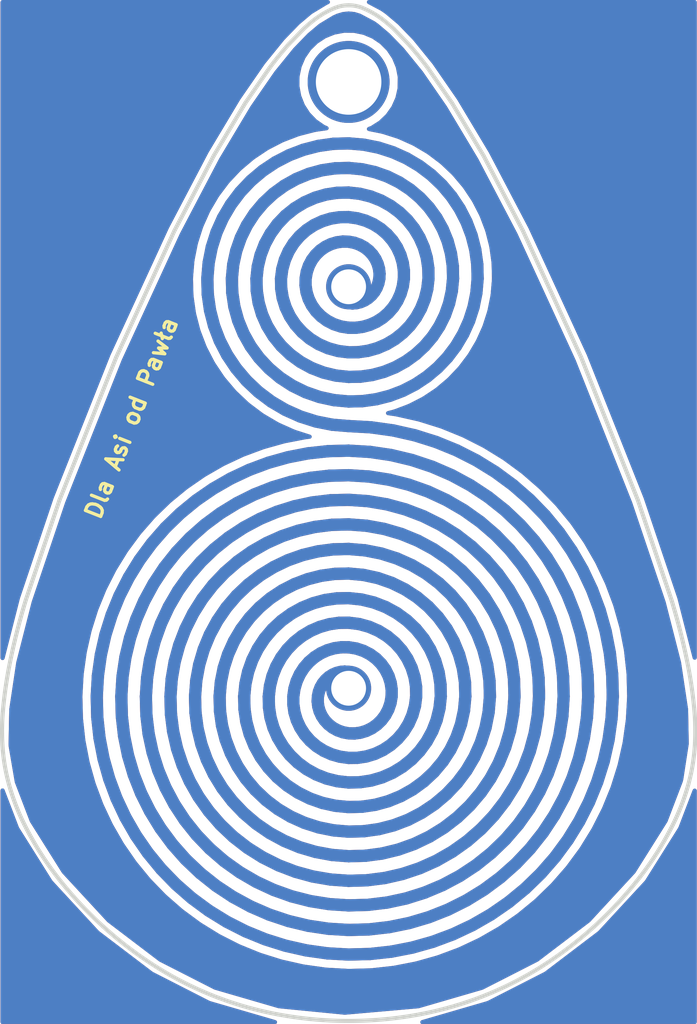
<source format=kicad_pcb>
(kicad_pcb (version 4) (host pcbnew 4.0.7)
  (layers (0 F.Cu signal) (31 B.Cu signal) (34 B.Paste user hide) (35 F.Paste user hide) (36 B.SilkS user) (37 F.SilkS user) (38 B.Mask user) (39 F.Mask user) (44 Edge.Cuts user))
  (net 0 "")
  (gr_text "Dla Asi od Pawła" (at 143.2 98.2 68.5) (layer F.SilkS) (effects (font (size 0.4 0.4) (thickness 0.08))))
  (gr_arc (start 148.5011 89.031137) (end 148.844084 88.19631) (angle -22.33500698) (layer Edge.Cuts) (width 0.1))
  (gr_arc (start 148.030765 90.17594) (end 149.312365 88.461903) (angle -14.45076271) (layer Edge.Cuts) (width 0.1))
  (gr_arc (start 147.346058 91.09168) (end 149.603138 88.706795) (angle -6.637120499) (layer Edge.Cuts) (width 0.1))
  (gr_line (start 149.959881 89.074719) (end 149.603138 88.706795) (layer Edge.Cuts) (width 0.1))
  (gr_arc (start 143.78555 94.567134) (end 150.429263 89.652862) (angle -5.165019691) (layer Edge.Cuts) (width 0.1))
  (gr_line (start 151.021969 90.51058) (end 150.429263 89.652862) (layer Edge.Cuts) (width 0.1))
  (gr_line (start 151.792925 91.797862) (end 151.021969 90.51058) (layer Edge.Cuts) (width 0.1))
  (gr_line (start 152.75662 93.635631) (end 151.792925 91.797862) (layer Edge.Cuts) (width 0.1))
  (gr_line (start 154.17974 96.728002) (end 152.75662 93.635631) (layer Edge.Cuts) (width 0.1))
  (gr_line (start 155.5636 100.211933) (end 154.17974 96.728002) (layer Edge.Cuts) (width 0.1))
  (gr_line (start 156.38392 102.647662) (end 155.5636 100.211933) (layer Edge.Cuts) (width 0.1))
  (gr_arc (start 140.695527 107.447933) (end 156.763781 104.134403) (angle -5.36088226) (layer Edge.Cuts) (width 0.1))
  (gr_arc (start 146.197259 106.313388) (end 156.938574 105.301693) (angle -6.271306427) (layer Edge.Cuts) (width 0.1))
  (gr_arc (start 151.149273 105.846971) (end 156.955325 106.16805) (angle -8.545933569) (layer Edge.Cuts) (width 0.1))
  (gr_arc (start 152.334053 105.912491) (end 156.797642 107.136351) (angle -12.16769135) (layer Edge.Cuts) (width 0.1))
  (gr_arc (start 151.562383 105.700908) (end 156.417767 108.1286) (angle -11.23208627) (layer Edge.Cuts) (width 0.1))
  (gr_arc (start 149.493553 104.666493) (end 155.618813 109.400636) (angle -11.13497303) (layer Edge.Cuts) (width 0.1))
  (gr_arc (start 148.181327 103.652288) (end 154.495215 110.616089) (angle -10.10223277) (layer Edge.Cuts) (width 0.1))
  (gr_arc (start 148.220778 103.695801) (end 153.206147 111.595487) (angle -9.942358674) (layer Edge.Cuts) (width 0.1))
  (gr_arc (start 148.695609 104.448205) (end 151.834433 112.295267) (angle -10.45397486) (layer Edge.Cuts) (width 0.1))
  (gr_arc (start 148.671136 104.387022) (end 150.240939 112.758551) (angle -11.18081453) (layer Edge.Cuts) (width 0.1))
  (gr_arc (start 148.5011 103.48025) (end 146.761549 112.758605) (angle -21.23941222) (layer Edge.Cuts) (width 0.1))
  (gr_arc (start 148.331084 104.386951) (end 145.167767 112.295267) (angle -11.18269388) (layer Edge.Cuts) (width 0.1))
  (gr_arc (start 148.306568 104.448263) (end 143.796265 111.595619) (angle -10.45236079) (layer Edge.Cuts) (width 0.1))
  (gr_arc (start 148.781362 103.69587) (end 142.507365 110.616434) (angle -9.940836099) (layer Edge.Cuts) (width 0.1))
  (gr_arc (start 148.820961 103.65219) (end 141.383535 109.400831) (angle -10.10372838) (layer Edge.Cuts) (width 0.1))
  (gr_arc (start 147.508754 104.66644) (end 140.584433 108.1286) (angle -11.13661406) (layer Edge.Cuts) (width 0.1))
  (gr_arc (start 145.440135 105.700749) (end 140.204629 107.136636) (angle -11.22825199) (layer Edge.Cuts) (width 0.1))
  (gr_arc (start 144.667708 105.912595) (end 140.046911 106.168695) (angle -12.16452114) (layer Edge.Cuts) (width 0.1))
  (gr_arc (start 145.851404 105.84699) (end 140.063571 105.302353) (angle -8.548001093) (layer Edge.Cuts) (width 0.1))
  (gr_arc (start 150.801309 106.312778) (end 140.238271 104.135121) (angle -6.27307195) (layer Edge.Cuts) (width 0.1))
  (gr_arc (start 156.301796 107.446749) (end 140.618119 102.648208) (angle -5.363097059) (layer Edge.Cuts) (width 0.1))
  (gr_line (start 141.4386 100.211933) (end 140.618119 102.648208) (layer Edge.Cuts) (width 0.1))
  (gr_line (start 142.822093 96.728868) (end 141.4386 100.211933) (layer Edge.Cuts) (width 0.1))
  (gr_line (start 144.244931 93.636943) (end 142.822093 96.728868) (layer Edge.Cuts) (width 0.1))
  (gr_line (start 145.20856 91.799136) (end 144.244931 93.636943) (layer Edge.Cuts) (width 0.1))
  (gr_line (start 145.979517 90.511687) (end 145.20856 91.799136) (layer Edge.Cuts) (width 0.1))
  (gr_line (start 146.572228 89.653809) (end 145.979517 90.511687) (layer Edge.Cuts) (width 0.1))
  (gr_arc (start 153.221482 94.571162) (end 147.04164 89.075482) (angle -5.162211299) (layer Edge.Cuts) (width 0.1))
  (gr_line (start 147.398436 88.707379) (end 147.04164 89.075482) (layer Edge.Cuts) (width 0.1))
  (gr_arc (start 149.658014 91.093989) (end 147.689259 88.462334) (angle -6.633500614) (layer Edge.Cuts) (width 0.1))
  (gr_arc (start 148.972235 90.177301) (end 148.157915 88.196387) (angle -14.45362554) (layer Edge.Cuts) (width 0.1))
  (gr_arc (start 148.5011 89.031219) (end 148.5011 88.1286) (angle -22.34673895) (layer Edge.Cuts) (width 0.1))
  (via (at 148.5 95) (size 1.1) (drill 0.85) (layers F.Cu B.Cu) (net 0))
  (via (at 148.5 104.8) (size 1.1) (drill 0.85) (layers F.Cu B.Cu) (net 0))
  (via (at 148.5 90) (size 2) (drill 1.6) (layers F.Cu B.Cu) (net 0))
  (segment (start 148.5 104.4) (end 148.403793 104.392572) (width 0.3) (layer F.Cu) (net 0))
  (segment (start 148.403793 104.392572) (end 148.305319 104.400834) (width 0.3) (layer F.Cu) (net 0))
  (segment (start 148.305319 104.400834) (end 148.207176 104.425301) (width 0.3) (layer F.Cu) (net 0))
  (segment (start 148.207176 104.425301) (end 148.112062 104.466049) (width 0.3) (layer F.Cu) (net 0))
  (segment (start 148.112062 104.466049) (end 148.022703 104.522703) (width 0.3) (layer F.Cu) (net 0))
  (segment (start 148.022703 104.522703) (end 147.941778 104.594428) (width 0.3) (layer F.Cu) (net 0))
  (segment (start 147.941778 104.594428) (end 147.87184 104.679937) (width 0.3) (layer F.Cu) (net 0))
  (segment (start 147.87184 104.679937) (end 147.815239 104.777508) (width 0.3) (layer F.Cu) (net 0))
  (segment (start 147.815239 104.777508) (end 147.774049 104.885021) (width 0.3) (layer F.Cu) (net 0))
  (segment (start 147.774049 104.885021) (end 147.75 105) (width 0.3) (layer F.Cu) (net 0))
  (segment (start 147.75 105) (end 147.744418 105.119672) (width 0.3) (layer F.Cu) (net 0))
  (segment (start 147.744418 105.119672) (end 147.758176 105.241033) (width 0.3) (layer F.Cu) (net 0))
  (segment (start 147.758176 105.241033) (end 147.79165 105.360922) (width 0.3) (layer F.Cu) (net 0))
  (segment (start 147.79165 105.360922) (end 147.844696 105.476106) (width 0.3) (layer F.Cu) (net 0))
  (segment (start 147.844696 105.476106) (end 147.916637 105.583363) (width 0.3) (layer F.Cu) (net 0))
  (segment (start 147.916637 105.583363) (end 148.00626 105.679574) (width 0.3) (layer F.Cu) (net 0))
  (segment (start 148.00626 105.679574) (end 148.111838 105.761811) (width 0.3) (layer F.Cu) (net 0))
  (segment (start 148.111838 105.761811) (end 148.231155 105.827419) (width 0.3) (layer F.Cu) (net 0))
  (segment (start 148.231155 105.827419) (end 148.361555 105.874104) (width 0.3) (layer F.Cu) (net 0))
  (segment (start 148.361555 105.874104) (end 148.5 105.9) (width 0.3) (layer F.Cu) (net 0))
  (segment (start 148.5 105.9) (end 148.643138 105.903735) (width 0.3) (layer F.Cu) (net 0))
  (segment (start 148.643138 105.903735) (end 148.787386 105.884483) (width 0.3) (layer F.Cu) (net 0))
  (segment (start 148.787386 105.884483) (end 148.929021 105.842001) (width 0.3) (layer F.Cu) (net 0))
  (segment (start 148.929021 105.842001) (end 149.064274 105.776656) (width 0.3) (layer F.Cu) (net 0))
  (segment (start 149.064274 105.776656) (end 149.189429 105.689429) (width 0.3) (layer F.Cu) (net 0))
  (segment (start 149.189429 105.689429) (end 149.300927 105.581907) (width 0.3) (layer F.Cu) (net 0))
  (segment (start 149.300927 105.581907) (end 149.395462 105.45626) (width 0.3) (layer F.Cu) (net 0))
  (segment (start 149.395462 105.45626) (end 149.470078 105.315197) (width 0.3) (layer F.Cu) (net 0))
  (segment (start 149.470078 105.315197) (end 149.522257 105.16191) (width 0.3) (layer F.Cu) (net 0))
  (segment (start 149.522257 105.16191) (end 149.55 105) (width 0.3) (layer F.Cu) (net 0))
  (segment (start 149.55 105) (end 149.551888 104.833397) (width 0.3) (layer F.Cu) (net 0))
  (segment (start 149.551888 104.833397) (end 149.527141 104.666262) (width 0.3) (layer F.Cu) (net 0))
  (segment (start 149.527141 104.666262) (end 149.475652 104.50288) (width 0.3) (layer F.Cu) (net 0))
  (segment (start 149.475652 104.50288) (end 149.398009 104.347558) (width 0.3) (layer F.Cu) (net 0))
  (segment (start 149.398009 104.347558) (end 149.295495 104.204505) (width 0.3) (layer F.Cu) (net 0))
  (segment (start 149.295495 104.204505) (end 149.170075 104.077721) (width 0.3) (layer F.Cu) (net 0))
  (segment (start 149.170075 104.077721) (end 149.024359 103.970887) (width 0.3) (layer F.Cu) (net 0))
  (segment (start 149.024359 103.970887) (end 148.86155 103.887264) (width 0.3) (layer F.Cu) (net 0))
  (segment (start 148.86155 103.887264) (end 148.685375 103.829589) (width 0.3) (layer F.Cu) (net 0))
  (segment (start 148.685375 103.829589) (end 148.5 103.8) (width 0.3) (layer F.Cu) (net 0))
  (segment (start 148.5 103.8) (end 148.327282 103.798717) (width 0.3) (layer F.Cu) (net 0))
  (segment (start 148.327282 103.798717) (end 148.154237 103.82244) (width 0.3) (layer F.Cu) (net 0))
  (segment (start 148.154237 103.82244) (end 147.984508 103.871229) (width 0.3) (layer F.Cu) (net 0))
  (segment (start 147.984508 103.871229) (end 147.821742 103.944609) (width 0.3) (layer F.Cu) (net 0))
  (segment (start 147.821742 103.944609) (end 147.669518 104.041572) (width 0.3) (layer F.Cu) (net 0))
  (segment (start 147.669518 104.041572) (end 147.531266 104.160588) (width 0.3) (layer F.Cu) (net 0))
  (segment (start 147.531266 104.160588) (end 147.410194 104.299624) (width 0.3) (layer F.Cu) (net 0))
  (segment (start 147.410194 104.299624) (end 147.309209 104.456184) (width 0.3) (layer F.Cu) (net 0))
  (segment (start 147.309209 104.456184) (end 147.230852 104.627345) (width 0.3) (layer F.Cu) (net 0))
  (segment (start 147.230852 104.627345) (end 147.177239 104.809816) (width 0.3) (layer F.Cu) (net 0))
  (segment (start 147.177239 104.809816) (end 147.15 105) (width 0.3) (layer F.Cu) (net 0))
  (segment (start 147.15 105) (end 147.150243 105.194066) (width 0.3) (layer F.Cu) (net 0))
  (segment (start 147.150243 105.194066) (end 147.178516 105.388023) (width 0.3) (layer F.Cu) (net 0))
  (segment (start 147.178516 105.388023) (end 147.234785 105.577805) (width 0.3) (layer F.Cu) (net 0))
  (segment (start 147.234785 105.577805) (end 147.318421 105.759355) (width 0.3) (layer F.Cu) (net 0))
  (segment (start 147.318421 105.759355) (end 147.42821 105.928712) (width 0.3) (layer F.Cu) (net 0))
  (segment (start 147.42821 105.928712) (end 147.562358 106.082096) (width 0.3) (layer F.Cu) (net 0))
  (segment (start 147.562358 106.082096) (end 147.718528 106.215994) (width 0.3) (layer F.Cu) (net 0))
  (segment (start 147.718528 106.215994) (end 147.893872 106.327236) (width 0.3) (layer F.Cu) (net 0))
  (segment (start 147.893872 106.327236) (end 148.085085 106.413071) (width 0.3) (layer F.Cu) (net 0))
  (segment (start 148.085085 106.413071) (end 148.288468 106.471235) (width 0.3) (layer F.Cu) (net 0))
  (segment (start 148.288468 106.471235) (end 148.5 106.5) (width 0.3) (layer F.Cu) (net 0))
  (segment (start 148.5 106.5) (end 148.715413 106.49823) (width 0.3) (layer F.Cu) (net 0))
  (segment (start 148.715413 106.49823) (end 148.930282 106.465407) (width 0.3) (layer F.Cu) (net 0))
  (segment (start 148.930282 106.465407) (end 149.140117 106.40166) (width 0.3) (layer F.Cu) (net 0))
  (segment (start 149.140117 106.40166) (end 149.340451 106.307767) (width 0.3) (layer F.Cu) (net 0))
  (segment (start 149.340451 106.307767) (end 149.526941 106.185153) (width 0.3) (layer F.Cu) (net 0))
  (segment (start 149.526941 106.185153) (end 149.695458 106.035871) (width 0.3) (layer F.Cu) (net 0))
  (segment (start 149.695458 106.035871) (end 149.842182 105.862568) (width 0.3) (layer F.Cu) (net 0))
  (segment (start 149.842182 105.862568) (end 149.963681 105.668441) (width 0.3) (layer F.Cu) (net 0))
  (segment (start 149.963681 105.668441) (end 150.056995 105.457175) (width 0.3) (layer F.Cu) (net 0))
  (segment (start 150.056995 105.457175) (end 150.119708 105.232879) (width 0.3) (layer F.Cu) (net 0))
  (segment (start 150.119708 105.232879) (end 150.15 105) (width 0.3) (layer F.Cu) (net 0))
  (segment (start 150.15 105) (end 150.146703 104.76324) (width 0.3) (layer F.Cu) (net 0))
  (segment (start 150.146703 104.76324) (end 150.109331 104.527458) (width 0.3) (layer F.Cu) (net 0))
  (segment (start 150.109331 104.527458) (end 150.038105 104.297571) (width 0.3) (layer F.Cu) (net 0))
  (segment (start 150.038105 104.297571) (end 149.933955 104.078453) (width 0.3) (layer F.Cu) (net 0))
  (segment (start 149.933955 104.078453) (end 149.798515 103.87483) (width 0.3) (layer F.Cu) (net 0))
  (segment (start 149.798515 103.87483) (end 149.6341 103.691179) (width 0.3) (layer F.Cu) (net 0))
  (segment (start 149.6341 103.691179) (end 149.443664 103.53163) (width 0.3) (layer F.Cu) (net 0))
  (segment (start 149.443664 103.53163) (end 149.230753 103.399875) (width 0.3) (layer F.Cu) (net 0))
  (segment (start 149.230753 103.399875) (end 148.999435 103.299081) (width 0.3) (layer F.Cu) (net 0))
  (segment (start 148.999435 103.299081) (end 148.754226 103.231819) (width 0.3) (layer F.Cu) (net 0))
  (segment (start 148.754226 103.231819) (end 148.5 103.2) (width 0.3) (layer F.Cu) (net 0))
  (segment (start 148.5 103.2) (end 148.263421 103.203006) (width 0.3) (layer F.Cu) (net 0))
  (segment (start 148.263421 103.203006) (end 148.027655 103.237185) (width 0.3) (layer F.Cu) (net 0))
  (segment (start 148.027655 103.237185) (end 147.796819 103.302371) (width 0.3) (layer F.Cu) (net 0))
  (segment (start 147.796819 103.302371) (end 147.575 103.397853) (width 0.3) (layer F.Cu) (net 0))
  (segment (start 147.575 103.397853) (end 147.366182 103.522379) (width 0.3) (layer F.Cu) (net 0))
  (segment (start 147.366182 103.522379) (end 147.174175 103.674175) (width 0.3) (layer F.Cu) (net 0))
  (segment (start 147.174175 103.674175) (end 147.002546 103.850963) (width 0.3) (layer F.Cu) (net 0))
  (segment (start 147.002546 103.850963) (end 146.854552 104.05) (width 0.3) (layer F.Cu) (net 0))
  (segment (start 146.854552 104.05) (end 146.73308 104.268118) (width 0.3) (layer F.Cu) (net 0))
  (segment (start 146.73308 104.268118) (end 146.640593 104.501773) (width 0.3) (layer F.Cu) (net 0))
  (segment (start 146.640593 104.501773) (end 146.579076 104.747106) (width 0.3) (layer F.Cu) (net 0))
  (segment (start 146.579076 104.747106) (end 146.55 105) (width 0.3) (layer F.Cu) (net 0))
  (segment (start 146.55 105) (end 146.554289 105.256158) (width 0.3) (layer F.Cu) (net 0))
  (segment (start 146.554289 105.256158) (end 146.592296 105.511168) (width 0.3) (layer F.Cu) (net 0))
  (segment (start 146.592296 105.511168) (end 146.663789 105.760583) (width 0.3) (layer F.Cu) (net 0))
  (segment (start 146.663789 105.760583) (end 146.767949 106) (width 0.3) (layer F.Cu) (net 0))
  (segment (start 146.767949 106) (end 146.903376 106.225132) (width 0.3) (layer F.Cu) (net 0))
  (segment (start 146.903376 106.225132) (end 147.068109 106.431891) (width 0.3) (layer F.Cu) (net 0))
  (segment (start 147.068109 106.431891) (end 147.259649 106.616457) (width 0.3) (layer F.Cu) (net 0))
  (segment (start 147.259649 106.616457) (end 147.475 106.775352) (width 0.3) (layer F.Cu) (net 0))
  (segment (start 147.475 106.775352) (end 147.710715 106.905502) (width 0.3) (layer F.Cu) (net 0))
  (segment (start 147.710715 106.905502) (end 147.96295 107.004296) (width 0.3) (layer F.Cu) (net 0))
  (segment (start 147.96295 107.004296) (end 148.227527 107.069641) (width 0.3) (layer F.Cu) (net 0))
  (segment (start 148.227527 107.069641) (end 148.5 107.1) (width 0.3) (layer F.Cu) (net 0))
  (segment (start 148.5 107.1) (end 148.775737 107.094427) (width 0.3) (layer F.Cu) (net 0))
  (segment (start 148.775737 107.094427) (end 149.04999 107.052592) (width 0.3) (layer F.Cu) (net 0))
  (segment (start 149.04999 107.052592) (end 149.317986 106.974793) (width 0.3) (layer F.Cu) (net 0))
  (segment (start 149.317986 106.974793) (end 149.575 106.861955) (width 0.3) (layer F.Cu) (net 0))
  (segment (start 149.575 106.861955) (end 149.816447 106.715627) (width 0.3) (layer F.Cu) (net 0))
  (segment (start 149.816447 106.715627) (end 150.037957 106.537957) (width 0.3) (layer F.Cu) (net 0))
  (segment (start 150.037957 106.537957) (end 150.23546 106.331666) (width 0.3) (layer F.Cu) (net 0))
  (segment (start 150.23546 106.331666) (end 150.405256 106.1) (width 0.3) (layer F.Cu) (net 0))
  (segment (start 150.405256 106.1) (end 150.544083 105.846687) (width 0.3) (layer F.Cu) (net 0))
  (segment (start 150.544083 105.846687) (end 150.649185 105.575872) (width 0.3) (layer F.Cu) (net 0))
  (segment (start 150.649185 105.575872) (end 150.718358 105.292052) (width 0.3) (layer F.Cu) (net 0))
  (segment (start 150.718358 105.292052) (end 150.75 105) (width 0.3) (layer F.Cu) (net 0))
  (segment (start 150.75 105) (end 150.743144 104.704684) (width 0.3) (layer F.Cu) (net 0))
  (segment (start 150.743144 104.704684) (end 150.697481 104.411187) (width 0.3) (layer F.Cu) (net 0))
  (segment (start 150.697481 104.411187) (end 150.613374 104.124612) (width 0.3) (layer F.Cu) (net 0))
  (segment (start 150.613374 104.124612) (end 150.491858 103.85) (width 0.3) (layer F.Cu) (net 0))
  (segment (start 150.491858 103.85) (end 150.33463 103.592239) (width 0.3) (layer F.Cu) (net 0))
  (segment (start 150.33463 103.592239) (end 150.144023 103.355977) (width 0.3) (layer F.Cu) (net 0))
  (segment (start 150.144023 103.355977) (end 149.92298 103.145537) (width 0.3) (layer F.Cu) (net 0))
  (segment (start 149.92298 103.145537) (end 149.675 102.96484) (width 0.3) (layer F.Cu) (net 0))
  (segment (start 149.675 102.96484) (end 149.40409 102.817335) (width 0.3) (layer F.Cu) (net 0))
  (segment (start 149.40409 102.817335) (end 149.114695 102.705926) (width 0.3) (layer F.Cu) (net 0))
  (segment (start 149.114695 102.705926) (end 148.811631 102.632925) (width 0.3) (layer F.Cu) (net 0))
  (segment (start 148.811631 102.632925) (end 148.5 102.6) (width 0.3) (layer F.Cu) (net 0))
  (segment (start 148.5 102.6) (end 148.209321 102.606044) (width 0.3) (layer F.Cu) (net 0))
  (segment (start 148.209321 102.606044) (end 147.92012 102.647333) (width 0.3) (layer F.Cu) (net 0))
  (segment (start 147.92012 102.647333) (end 147.636673 102.723595) (width 0.3) (layer F.Cu) (net 0))
  (segment (start 147.636673 102.723595) (end 147.363216 102.834038) (width 0.3) (layer F.Cu) (net 0))
  (segment (start 147.363216 102.834038) (end 147.103872 102.977359) (width 0.3) (layer F.Cu) (net 0))
  (segment (start 147.103872 102.977359) (end 146.862597 103.151754) (width 0.3) (layer F.Cu) (net 0))
  (segment (start 146.862597 103.151754) (end 146.643118 103.354946) (width 0.3) (layer F.Cu) (net 0))
  (segment (start 146.643118 103.354946) (end 146.448871 103.584208) (width 0.3) (layer F.Cu) (net 0))
  (segment (start 146.448871 103.584208) (end 146.282954 103.836405) (width 0.3) (layer F.Cu) (net 0))
  (segment (start 146.282954 103.836405) (end 146.148075 104.108032) (width 0.3) (layer F.Cu) (net 0))
  (segment (start 146.148075 104.108032) (end 146.046505 104.395268) (width 0.3) (layer F.Cu) (net 0))
  (segment (start 146.046505 104.395268) (end 145.980047 104.694022) (width 0.3) (layer F.Cu) (net 0))
  (segment (start 145.980047 104.694022) (end 145.95 105) (width 0.3) (layer F.Cu) (net 0))
  (segment (start 145.95 105) (end 145.957138 105.308759) (width 0.3) (layer F.Cu) (net 0))
  (segment (start 145.957138 105.308759) (end 146.001692 105.615778) (width 0.3) (layer F.Cu) (net 0))
  (segment (start 146.001692 105.615778) (end 146.083343 105.916517) (width 0.3) (layer F.Cu) (net 0))
  (segment (start 146.083343 105.916517) (end 146.20122 106.206493) (width 0.3) (layer F.Cu) (net 0))
  (segment (start 146.20122 106.206493) (end 146.353911 106.481338) (width 0.3) (layer F.Cu) (net 0))
  (segment (start 146.353911 106.481338) (end 146.539478 106.736871) (width 0.3) (layer F.Cu) (net 0))
  (segment (start 146.539478 106.736871) (end 146.755477 106.969159) (width 0.3) (layer F.Cu) (net 0))
  (segment (start 146.755477 106.969159) (end 146.998998 107.174577) (width 0.3) (layer F.Cu) (net 0))
  (segment (start 146.998998 107.174577) (end 147.266696 107.349864) (width 0.3) (layer F.Cu) (net 0))
  (segment (start 147.266696 107.349864) (end 147.554842 107.492178) (width 0.3) (layer F.Cu) (net 0))
  (segment (start 147.554842 107.492178) (end 147.85937 107.599137) (width 0.3) (layer F.Cu) (net 0))
  (segment (start 147.85937 107.599137) (end 148.175942 107.66886) (width 0.3) (layer F.Cu) (net 0))
  (segment (start 148.175942 107.66886) (end 148.5 107.7) (width 0.3) (layer F.Cu) (net 0))
  (segment (start 148.5 107.7) (end 148.82684 107.691768) (width 0.3) (layer F.Cu) (net 0))
  (segment (start 148.82684 107.691768) (end 149.151675 107.643949) (width 0.3) (layer F.Cu) (net 0))
  (segment (start 149.151675 107.643949) (end 149.469708 107.55691) (width 0.3) (layer F.Cu) (net 0))
  (segment (start 149.469708 107.55691) (end 149.776201 107.431598) (width 0.3) (layer F.Cu) (net 0))
  (segment (start 149.776201 107.431598) (end 150.066548 107.269536) (width 0.3) (layer F.Cu) (net 0))
  (segment (start 150.066548 107.269536) (end 150.33634 107.072799) (width 0.3) (layer F.Cu) (net 0))
  (segment (start 150.33634 107.072799) (end 150.581436 106.843991) (width 0.3) (layer F.Cu) (net 0))
  (segment (start 150.581436 106.843991) (end 150.798024 106.586212) (width 0.3) (layer F.Cu) (net 0))
  (segment (start 150.798024 106.586212) (end 150.982682 106.303012) (width 0.3) (layer F.Cu) (net 0))
  (segment (start 150.982682 106.303012) (end 151.13243 105.998349) (width 0.3) (layer F.Cu) (net 0))
  (segment (start 151.13243 105.998349) (end 151.244778 105.676527) (width 0.3) (layer F.Cu) (net 0))
  (segment (start 151.244778 105.676527) (end 151.317766 105.342139) (width 0.3) (layer F.Cu) (net 0))
  (segment (start 151.317766 105.342139) (end 151.35 105) (width 0.3) (layer F.Cu) (net 0))
  (segment (start 151.35 105) (end 151.340675 104.65508) (width 0.3) (layer F.Cu) (net 0))
  (segment (start 151.340675 104.65508) (end 151.289591 104.312428) (width 0.3) (layer F.Cu) (net 0))
  (segment (start 151.289591 104.312428) (end 151.197162 103.977101) (width 0.3) (layer F.Cu) (net 0))
  (segment (start 151.197162 103.977101) (end 151.064417 103.65409) (width 0.3) (layer F.Cu) (net 0))
  (segment (start 151.064417 103.65409) (end 150.892984 103.348243) (width 0.3) (layer F.Cu) (net 0))
  (segment (start 150.892984 103.348243) (end 150.685076 103.064192) (width 0.3) (layer F.Cu) (net 0))
  (segment (start 150.685076 103.064192) (end 150.443459 102.806288) (width 0.3) (layer F.Cu) (net 0))
  (segment (start 150.443459 102.806288) (end 150.171421 102.578528) (width 0.3) (layer F.Cu) (net 0))
  (segment (start 150.171421 102.578528) (end 149.872721 102.384499) (width 0.3) (layer F.Cu) (net 0))
  (segment (start 149.872721 102.384499) (end 149.55154 102.227317) (width 0.3) (layer F.Cu) (net 0))
  (segment (start 149.55154 102.227317) (end 149.212424 102.109581) (width 0.3) (layer F.Cu) (net 0))
  (segment (start 149.212424 102.109581) (end 148.860219 102.033328) (width 0.3) (layer F.Cu) (net 0))
  (segment (start 148.860219 102.033328) (end 148.5 102) (width 0.3) (layer F.Cu) (net 0))
  (segment (start 148.5 102) (end 148.162907 102.008216) (width 0.3) (layer F.Cu) (net 0))
  (segment (start 148.162907 102.008216) (end 147.827669 102.054325) (width 0.3) (layer F.Cu) (net 0))
  (segment (start 147.827669 102.054325) (end 147.498547 102.138011) (width 0.3) (layer F.Cu) (net 0))
  (segment (start 147.498547 102.138011) (end 147.179754 102.25848) (width 0.3) (layer F.Cu) (net 0))
  (segment (start 147.179754 102.25848) (end 146.875402 102.414467) (width 0.3) (layer F.Cu) (net 0))
  (segment (start 146.875402 102.414467) (end 146.589449 102.604245) (width 0.3) (layer F.Cu) (net 0))
  (segment (start 146.589449 102.604245) (end 146.325647 102.825647) (width 0.3) (layer F.Cu) (net 0))
  (segment (start 146.325647 102.825647) (end 146.087491 103.076089) (width 0.3) (layer F.Cu) (net 0))
  (segment (start 146.087491 103.076089) (end 145.878179 103.352601) (width 0.3) (layer F.Cu) (net 0))
  (segment (start 145.878179 103.352601) (end 145.700561 103.651861) (width 0.3) (layer F.Cu) (net 0))
  (segment (start 145.700561 103.651861) (end 145.557107 103.970237) (width 0.3) (layer F.Cu) (net 0))
  (segment (start 145.557107 103.970237) (end 145.449868 104.303827) (width 0.3) (layer F.Cu) (net 0))
  (segment (start 145.449868 104.303827) (end 145.380453 104.648512) (width 0.3) (layer F.Cu) (net 0))
  (segment (start 145.380453 104.648512) (end 145.35 105) (width 0.3) (layer F.Cu) (net 0))
  (segment (start 145.35 105) (end 145.35916 105.353888) (width 0.3) (layer F.Cu) (net 0))
  (segment (start 145.35916 105.353888) (end 145.408086 105.705709) (width 0.3) (layer F.Cu) (net 0))
  (segment (start 145.408086 105.705709) (end 145.496428 106.050995) (width 0.3) (layer F.Cu) (net 0))
  (segment (start 145.496428 106.050995) (end 145.623335 106.385329) (width 0.3) (layer F.Cu) (net 0))
  (segment (start 145.623335 106.385329) (end 145.787459 106.704403) (width 0.3) (layer F.Cu) (net 0))
  (segment (start 145.787459 106.704403) (end 145.98697 107.004074) (width 0.3) (layer F.Cu) (net 0))
  (segment (start 145.98697 107.004074) (end 146.219581 107.280419) (width 0.3) (layer F.Cu) (net 0))
  (segment (start 146.219581 107.280419) (end 146.482565 107.529783) (width 0.3) (layer F.Cu) (net 0))
  (segment (start 146.482565 107.529783) (end 146.772796 107.74883) (width 0.3) (layer F.Cu) (net 0))
  (segment (start 146.772796 107.74883) (end 147.086779 107.934584) (width 0.3) (layer F.Cu) (net 0))
  (segment (start 147.086779 107.934584) (end 147.420695 108.084476) (width 0.3) (layer F.Cu) (net 0))
  (segment (start 147.420695 108.084476) (end 147.770449 108.196371) (width 0.3) (layer F.Cu) (net 0))
  (segment (start 147.770449 108.196371) (end 148.131717 108.268603) (width 0.3) (layer F.Cu) (net 0))
  (segment (start 148.131717 108.268603) (end 148.5 108.3) (width 0.3) (layer F.Cu) (net 0))
  (segment (start 148.5 108.3) (end 148.870682 108.289897) (width 0.3) (layer F.Cu) (net 0))
  (segment (start 148.870682 108.289897) (end 149.239087 108.238153) (width 0.3) (layer F.Cu) (net 0))
  (segment (start 149.239087 108.238153) (end 149.600537 108.145154) (width 0.3) (layer F.Cu) (net 0))
  (segment (start 149.600537 108.145154) (end 149.950411 108.01181) (width 0.3) (layer F.Cu) (net 0))
  (segment (start 149.950411 108.01181) (end 150.284208 107.83955) (width 0.3) (layer F.Cu) (net 0))
  (segment (start 150.284208 107.83955) (end 150.597598 107.630304) (width 0.3) (layer F.Cu) (net 0))
  (segment (start 150.597598 107.630304) (end 150.886485 107.386485) (width 0.3) (layer F.Cu) (net 0))
  (segment (start 150.886485 107.386485) (end 151.147058 107.110958) (width 0.3) (layer F.Cu) (net 0))
  (segment (start 151.147058 107.110958) (end 151.375838 106.807009) (width 0.3) (layer F.Cu) (net 0))
  (segment (start 151.375838 106.807009) (end 151.56973 106.478304) (width 0.3) (layer F.Cu) (net 0))
  (segment (start 151.56973 106.478304) (end 151.726058 106.128847) (width 0.3) (layer F.Cu) (net 0))
  (segment (start 151.726058 106.128847) (end 151.84261 105.762929) (width 0.3) (layer F.Cu) (net 0))
  (segment (start 151.84261 105.762929) (end 151.91766 105.385078) (width 0.3) (layer F.Cu) (net 0))
  (segment (start 151.91766 105.385078) (end 151.95 105) (width 0.3) (layer F.Cu) (net 0))
  (segment (start 151.95 105) (end 151.938954 104.612523) (width 0.3) (layer F.Cu) (net 0))
  (segment (start 151.938954 104.612523) (end 151.884393 104.227534) (width 0.3) (layer F.Cu) (net 0))
  (segment (start 151.884393 104.227534) (end 151.786737 103.849921) (width 0.3) (layer F.Cu) (net 0))
  (segment (start 151.786737 103.849921) (end 151.646956 103.484506) (width 0.3) (layer F.Cu) (net 0))
  (segment (start 151.646956 103.484506) (end 151.466559 103.135988) (width 0.3) (layer F.Cu) (net 0))
  (segment (start 151.466559 103.135988) (end 151.247579 102.808879) (width 0.3) (layer F.Cu) (net 0))
  (segment (start 151.247579 102.808879) (end 150.992551 102.507449) (width 0.3) (layer F.Cu) (net 0))
  (segment (start 150.992551 102.507449) (end 150.704482 102.235667) (width 0.3) (layer F.Cu) (net 0))
  (segment (start 150.704482 102.235667) (end 150.386814 101.997153) (width 0.3) (layer F.Cu) (net 0))
  (segment (start 150.386814 101.997153) (end 150.043386 101.795125) (width 0.3) (layer F.Cu) (net 0))
  (segment (start 150.043386 101.795125) (end 149.678389 101.632359) (width 0.3) (layer F.Cu) (net 0))
  (segment (start 149.678389 101.632359) (end 149.296307 101.511151) (width 0.3) (layer F.Cu) (net 0))
  (segment (start 149.296307 101.511151) (end 148.901872 101.433283) (width 0.3) (layer F.Cu) (net 0))
  (segment (start 148.901872 101.433283) (end 148.5 101.4) (width 0.3) (layer F.Cu) (net 0))
  (segment (start 148.5 101.4) (end 148.122652 101.409776) (width 0.3) (layer F.Cu) (net 0))
  (segment (start 148.122652 101.409776) (end 147.74736 101.459106) (width 0.3) (layer F.Cu) (net 0))
  (segment (start 147.74736 101.459106) (end 147.378268 101.547665) (width 0.3) (layer F.Cu) (net 0))
  (segment (start 147.378268 101.547665) (end 147.019479 101.674695) (width 0.3) (layer F.Cu) (net 0))
  (segment (start 147.019479 101.674695) (end 146.675 101.839007) (width 0.3) (layer F.Cu) (net 0))
  (segment (start 146.675 101.839007) (end 146.348706 102.038998) (width 0.3) (layer F.Cu) (net 0))
  (segment (start 146.348706 102.038998) (end 146.044291 102.272658) (width 0.3) (layer F.Cu) (net 0))
  (segment (start 146.044291 102.272658) (end 145.765227 102.537599) (width 0.3) (layer F.Cu) (net 0))
  (segment (start 145.765227 102.537599) (end 145.514727 102.831072) (width 0.3) (layer F.Cu) (net 0))
  (segment (start 145.514727 102.831072) (end 145.295706 103.15) (width 0.3) (layer F.Cu) (net 0))
  (segment (start 145.295706 103.15) (end 145.110746 103.491007) (width 0.3) (layer F.Cu) (net 0))
  (segment (start 145.110746 103.491007) (end 144.96207 103.850457) (width 0.3) (layer F.Cu) (net 0))
  (segment (start 144.96207 103.850457) (end 144.851509 104.224489) (width 0.3) (layer F.Cu) (net 0))
  (segment (start 144.851509 104.224489) (end 144.780488 104.609064) (width 0.3) (layer F.Cu) (net 0))
  (segment (start 144.780488 104.609064) (end 144.75 105) (width 0.3) (layer F.Cu) (net 0))
  (segment (start 144.75 105) (end 144.760598 105.393027) (width 0.3) (layer F.Cu) (net 0))
  (segment (start 144.760598 105.393027) (end 144.812384 105.783827) (width 0.3) (layer F.Cu) (net 0))
  (segment (start 144.812384 105.783827) (end 144.905006 106.168084) (width 0.3) (layer F.Cu) (net 0))
  (segment (start 144.905006 106.168084) (end 145.037663 106.541532) (width 0.3) (layer F.Cu) (net 0))
  (segment (start 145.037663 106.541532) (end 145.209103 106.9) (width 0.3) (layer F.Cu) (net 0))
  (segment (start 145.209103 106.9) (end 145.417645 107.239462) (width 0.3) (layer F.Cu) (net 0))
  (segment (start 145.417645 107.239462) (end 145.661187 107.556079) (width 0.3) (layer F.Cu) (net 0))
  (segment (start 145.661187 107.556079) (end 145.93723 107.846245) (width 0.3) (layer F.Cu) (net 0))
  (segment (start 145.93723 107.846245) (end 146.242905 108.106625) (width 0.3) (layer F.Cu) (net 0))
  (segment (start 146.242905 108.106625) (end 146.575 108.334198) (width 0.3) (layer F.Cu) (net 0))
  (segment (start 146.575 108.334198) (end 146.929997 108.526285) (width 0.3) (layer F.Cu) (net 0))
  (segment (start 146.929997 108.526285) (end 147.304104 108.680589) (width 0.3) (layer F.Cu) (net 0))
  (segment (start 147.304104 108.680589) (end 147.693303 108.795213) (width 0.3) (layer F.Cu) (net 0))
  (segment (start 147.693303 108.795213) (end 148.093384 108.86869) (width 0.3) (layer F.Cu) (net 0))
  (segment (start 148.093384 108.86869) (end 148.5 108.9) (width 0.3) (layer F.Cu) (net 0))
  (segment (start 148.5 108.9) (end 148.908706 108.888581) (width 0.3) (layer F.Cu) (net 0))
  (segment (start 148.908706 108.888581) (end 149.315014 108.834339) (width 0.3) (layer F.Cu) (net 0))
  (segment (start 149.315014 108.834339) (end 149.714437 108.737652) (width 0.3) (layer F.Cu) (net 0))
  (segment (start 149.714437 108.737652) (end 150.102542 108.599369) (width 0.3) (layer F.Cu) (net 0))
  (segment (start 150.102542 108.599369) (end 150.475 108.4208) (width 0.3) (layer F.Cu) (net 0))
  (segment (start 150.475 108.4208) (end 150.82763 108.203707) (width 0.3) (layer F.Cu) (net 0))
  (segment (start 150.82763 108.203707) (end 151.156449 107.950285) (width 0.3) (layer F.Cu) (net 0))
  (segment (start 151.156449 107.950285) (end 151.457716 107.66314) (width 0.3) (layer F.Cu) (net 0))
  (segment (start 151.457716 107.66314) (end 151.727978 107.345263) (width 0.3) (layer F.Cu) (net 0))
  (segment (start 151.727978 107.345263) (end 151.964102 107) (width 0.3) (layer F.Cu) (net 0))
  (segment (start 151.964102 107) (end 152.163317 106.631014) (width 0.3) (layer F.Cu) (net 0))
  (segment (start 152.163317 106.631014) (end 152.323247 106.242248) (width 0.3) (layer F.Cu) (net 0))
  (segment (start 152.323247 106.242248) (end 152.441935 105.837884) (width 0.3) (layer F.Cu) (net 0))
  (segment (start 152.441935 105.837884) (end 152.517868 105.422295) (width 0.3) (layer F.Cu) (net 0))
  (segment (start 152.517868 105.422295) (end 152.55 105) (width 0.3) (layer F.Cu) (net 0))
  (segment (start 152.55 105) (end 152.537759 104.575614) (width 0.3) (layer F.Cu) (net 0))
  (segment (start 152.537759 104.575614) (end 152.481061 104.153799) (width 0.3) (layer F.Cu) (net 0))
  (segment (start 152.481061 104.153799) (end 152.380311 103.739211) (width 0.3) (layer F.Cu) (net 0))
  (segment (start 152.380311 103.739211) (end 152.236401 103.336447) (width 0.3) (layer F.Cu) (net 0))
  (segment (start 152.236401 103.336447) (end 152.050704 102.95) (width 0.3) (layer F.Cu) (net 0))
  (segment (start 152.050704 102.95) (end 151.82506 102.584203) (width 0.3) (layer F.Cu) (net 0))
  (segment (start 151.82506 102.584203) (end 151.561757 102.243182) (width 0.3) (layer F.Cu) (net 0))
  (segment (start 151.561757 102.243182) (end 151.263509 101.930812) (width 0.3) (layer F.Cu) (net 0))
  (segment (start 151.263509 101.930812) (end 150.933431 101.65067) (width 0.3) (layer F.Cu) (net 0))
  (segment (start 150.933431 101.65067) (end 150.575 101.405995) (width 0.3) (layer F.Cu) (net 0))
  (segment (start 150.575 101.405995) (end 150.192024 101.199651) (width 0.3) (layer F.Cu) (net 0))
  (segment (start 150.192024 101.199651) (end 149.788601 101.034094) (width 0.3) (layer F.Cu) (net 0))
  (segment (start 149.788601 101.034094) (end 149.369071 100.911343) (width 0.3) (layer F.Cu) (net 0))
  (segment (start 149.369071 100.911343) (end 148.937974 100.832953) (width 0.3) (layer F.Cu) (net 0))
  (segment (start 148.937974 100.832953) (end 148.5 100.8) (width 0.3) (layer F.Cu) (net 0))
  (segment (start 148.5 100.8) (end 148.087409 100.810894) (width 0.3) (layer F.Cu) (net 0))
  (segment (start 148.087409 100.810894) (end 147.676963 100.862312) (width 0.3) (layer F.Cu) (net 0))
  (segment (start 147.676963 100.862312) (end 147.27264 100.953937) (width 0.3) (layer F.Cu) (net 0))
  (segment (start 147.27264 100.953937) (end 146.878379 101.08506) (width 0.3) (layer F.Cu) (net 0))
  (segment (start 146.878379 101.08506) (end 146.498037 101.254591) (width 0.3) (layer F.Cu) (net 0))
  (segment (start 146.498037 101.254591) (end 146.135354 101.461057) (width 0.3) (layer F.Cu) (net 0))
  (segment (start 146.135354 101.461057) (end 145.793916 101.702627) (width 0.3) (layer F.Cu) (net 0))
  (segment (start 145.793916 101.702627) (end 145.477119 101.977119) (width 0.3) (layer F.Cu) (net 0))
  (segment (start 145.477119 101.977119) (end 145.188133 102.282021) (width 0.3) (layer F.Cu) (net 0))
  (segment (start 145.188133 102.282021) (end 144.929877 102.61452) (width 0.3) (layer F.Cu) (net 0))
  (segment (start 144.929877 102.61452) (end 144.704983 102.971521) (width 0.3) (layer F.Cu) (net 0))
  (segment (start 144.704983 102.971521) (end 144.51577 103.349678) (width 0.3) (layer F.Cu) (net 0))
  (segment (start 144.51577 103.349678) (end 144.364223 103.745426) (width 0.3) (layer F.Cu) (net 0))
  (segment (start 144.364223 103.745426) (end 144.251974 104.155015) (width 0.3) (layer F.Cu) (net 0))
  (segment (start 144.251974 104.155015) (end 144.180276 104.574544) (width 0.3) (layer F.Cu) (net 0))
  (segment (start 144.180276 104.574544) (end 144.15 105) (width 0.3) (layer F.Cu) (net 0))
  (segment (start 144.15 105) (end 144.161617 105.427293) (width 0.3) (layer F.Cu) (net 0))
  (segment (start 144.161617 105.427293) (end 144.215194 105.852301) (width 0.3) (layer F.Cu) (net 0))
  (segment (start 144.215194 105.852301) (end 144.310396 106.270903) (width 0.3) (layer F.Cu) (net 0))
  (segment (start 144.310396 106.270903) (end 144.446479 106.679024) (width 0.3) (layer F.Cu) (net 0))
  (segment (start 144.446479 106.679024) (end 144.622302 107.072673) (width 0.3) (layer F.Cu) (net 0))
  (segment (start 144.622302 107.072673) (end 144.836337 107.447981) (width 0.3) (layer F.Cu) (net 0))
  (segment (start 144.836337 107.447981) (end 145.086676 107.801243) (width 0.3) (layer F.Cu) (net 0))
  (segment (start 145.086676 107.801243) (end 145.371052 108.128948) (width 0.3) (layer F.Cu) (net 0))
  (segment (start 145.371052 108.128948) (end 145.686862 108.427818) (width 0.3) (layer F.Cu) (net 0))
  (segment (start 145.686862 108.427818) (end 146.031185 108.694843) (width 0.3) (layer F.Cu) (net 0))
  (segment (start 146.031185 108.694843) (end 146.400811 108.927306) (width 0.3) (layer F.Cu) (net 0))
  (segment (start 146.400811 108.927306) (end 146.792275 109.122812) (width 0.3) (layer F.Cu) (net 0))
  (segment (start 146.792275 109.122812) (end 147.201883 109.279318) (width 0.3) (layer F.Cu) (net 0))
  (segment (start 147.201883 109.279318) (end 147.625751 109.395144) (width 0.3) (layer F.Cu) (net 0))
  (segment (start 147.625751 109.395144) (end 148.059842 109.469001) (width 0.3) (layer F.Cu) (net 0))
  (segment (start 148.059842 109.469001) (end 148.5 109.5) (width 0.3) (layer F.Cu) (net 0))
  (segment (start 148.5 109.5) (end 148.941996 109.487661) (width 0.3) (layer F.Cu) (net 0))
  (segment (start 148.941996 109.487661) (end 149.381564 109.431923) (width 0.3) (layer F.Cu) (net 0))
  (segment (start 149.381564 109.431923) (end 149.814445 109.333145) (width 0.3) (layer F.Cu) (net 0))
  (segment (start 149.814445 109.333145) (end 150.236426 109.192103) (width 0.3) (layer F.Cu) (net 0))
  (segment (start 150.236426 109.192103) (end 150.643382 109.009986) (width 0.3) (layer F.Cu) (net 0))
  (segment (start 150.643382 109.009986) (end 151.031317 108.788383) (width 0.3) (layer F.Cu) (net 0))
  (segment (start 151.031317 108.788383) (end 151.396402 108.529276) (width 0.3) (layer F.Cu) (net 0))
  (segment (start 151.396402 108.529276) (end 151.735014 108.235014) (width 0.3) (layer F.Cu) (net 0))
  (segment (start 151.735014 108.235014) (end 152.04377 107.908297) (width 0.3) (layer F.Cu) (net 0))
  (segment (start 152.04377 107.908297) (end 152.319564 107.552151) (width 0.3) (layer F.Cu) (net 0))
  (segment (start 152.319564 107.552151) (end 152.559594 107.169898) (width 0.3) (layer F.Cu) (net 0))
  (segment (start 152.559594 107.169898) (end 152.761394 106.765127) (width 0.3) (layer F.Cu) (net 0))
  (segment (start 152.761394 106.765127) (end 152.922859 106.341659) (width 0.3) (layer F.Cu) (net 0))
  (segment (start 152.922859 106.341659) (end 153.042262 105.903512) (width 0.3) (layer F.Cu) (net 0))
  (segment (start 153.042262 105.903512) (end 153.118279 105.454861) (width 0.3) (layer F.Cu) (net 0))
  (segment (start 153.118279 105.454861) (end 153.15 105) (width 0.3) (layer F.Cu) (net 0))
  (segment (start 153.15 105) (end 153.136939 104.543301) (width 0.3) (layer F.Cu) (net 0))
  (segment (start 153.136939 104.543301) (end 153.079041 104.089172) (width 0.3) (layer F.Cu) (net 0))
  (segment (start 153.079041 104.089172) (end 152.976687 103.642012) (width 0.3) (layer F.Cu) (net 0))
  (segment (start 152.976687 103.642012) (end 152.830685 103.206171) (width 0.3) (layer F.Cu) (net 0))
  (segment (start 152.830685 103.206171) (end 152.642274 102.785908) (width 0.3) (layer F.Cu) (net 0))
  (segment (start 152.642274 102.785908) (end 152.413104 102.385348) (width 0.3) (layer F.Cu) (net 0))
  (segment (start 152.413104 102.385348) (end 152.145227 102.008439) (width 0.3) (layer F.Cu) (net 0))
  (segment (start 152.145227 102.008439) (end 151.84108 101.65892) (width 0.3) (layer F.Cu) (net 0))
  (segment (start 151.84108 101.65892) (end 151.503456 101.340279) (width 0.3) (layer F.Cu) (net 0))
  (segment (start 151.503456 101.340279) (end 151.135486 101.055716) (width 0.3) (layer F.Cu) (net 0))
  (segment (start 151.135486 101.055716) (end 150.740608 100.808118) (width 0.3) (layer F.Cu) (net 0))
  (segment (start 150.740608 100.808118) (end 150.32253 100.600024) (width 0.3) (layer F.Cu) (net 0))
  (segment (start 150.32253 100.600024) (end 149.885202 100.4336) (width 0.3) (layer F.Cu) (net 0))
  (segment (start 149.885202 100.4336) (end 149.432776 100.31062) (width 0.3) (layer F.Cu) (net 0))
  (segment (start 149.432776 100.31062) (end 148.969563 100.232443) (width 0.3) (layer F.Cu) (net 0))
  (segment (start 148.969563 100.232443) (end 148.5 100.2) (width 0.3) (layer F.Cu) (net 0))
  (segment (start 148.5 100.2) (end 148.056298 100.21169) (width 0.3) (layer F.Cu) (net 0))
  (segment (start 148.056298 100.21169) (end 147.61476 100.264383) (width 0.3) (layer F.Cu) (net 0))
  (segment (start 147.61476 100.264383) (end 147.179174 100.357777) (width 0.3) (layer F.Cu) (net 0))
  (segment (start 147.179174 100.357777) (end 146.75329 100.491223) (width 0.3) (layer F.Cu) (net 0))
  (segment (start 146.75329 100.491223) (end 146.340791 100.663724) (width 0.3) (layer F.Cu) (net 0))
  (segment (start 146.340791 100.663724) (end 145.945256 100.873946) (width 0.3) (layer F.Cu) (net 0))
  (segment (start 145.945256 100.873946) (end 145.570132 101.120228) (width 0.3) (layer F.Cu) (net 0))
  (segment (start 145.570132 101.120228) (end 145.218706 101.400592) (width 0.3) (layer F.Cu) (net 0))
  (segment (start 145.218706 101.400592) (end 144.894071 101.712762) (width 0.3) (layer F.Cu) (net 0))
  (segment (start 144.894071 101.712762) (end 144.599104 102.05418) (width 0.3) (layer F.Cu) (net 0))
  (segment (start 144.599104 102.05418) (end 144.336437 102.422031) (width 0.3) (layer F.Cu) (net 0))
  (segment (start 144.336437 102.422031) (end 144.108434 102.81326) (width 0.3) (layer F.Cu) (net 0))
  (segment (start 144.108434 102.81326) (end 143.917173 103.224603) (width 0.3) (layer F.Cu) (net 0))
  (segment (start 143.917173 103.224603) (end 143.764423 103.652612) (width 0.3) (layer F.Cu) (net 0))
  (segment (start 143.764423 103.652612) (end 143.65163 104.093683) (width 0.3) (layer F.Cu) (net 0))
  (segment (start 143.65163 104.093683) (end 143.579902 104.544086) (width 0.3) (layer F.Cu) (net 0))
  (segment (start 143.579902 104.544086) (end 143.55 105) (width 0.3) (layer F.Cu) (net 0))
  (segment (start 143.55 105) (end 143.56233 105.457543) (width 0.3) (layer F.Cu) (net 0))
  (segment (start 143.56233 105.457543) (end 143.616937 105.912803) (width 0.3) (layer F.Cu) (net 0))
  (segment (start 143.616937 105.912803) (end 143.713503 106.361876) (width 0.3) (layer F.Cu) (net 0))
  (segment (start 143.713503 106.361876) (end 143.851352 106.800896) (width 0.3) (layer F.Cu) (net 0))
  (segment (start 143.851352 106.800896) (end 144.029449 107.22607) (width 0.3) (layer F.Cu) (net 0))
  (segment (start 144.029449 107.22607) (end 144.246414 107.633709) (width 0.3) (layer F.Cu) (net 0))
  (segment (start 144.246414 107.633709) (end 144.500525 108.020263) (width 0.3) (layer F.Cu) (net 0))
  (segment (start 144.500525 108.020263) (end 144.789741 108.382348) (width 0.3) (layer F.Cu) (net 0))
  (segment (start 144.789741 108.382348) (end 145.111707 108.71678) (width 0.3) (layer F.Cu) (net 0))
  (segment (start 145.111707 108.71678) (end 145.463785 109.020599) (width 0.3) (layer F.Cu) (net 0))
  (segment (start 145.463785 109.020599) (end 145.843066 109.291096) (width 0.3) (layer F.Cu) (net 0))
  (segment (start 145.843066 109.291096) (end 146.246399 109.52584) (width 0.3) (layer F.Cu) (net 0))
  (segment (start 146.246399 109.52584) (end 146.670417 109.722698) (width 0.3) (layer F.Cu) (net 0))
  (segment (start 146.670417 109.722698) (end 147.111563 109.879851) (width 0.3) (layer F.Cu) (net 0))
  (segment (start 147.111563 109.879851) (end 147.56612 109.995816) (width 0.3) (layer F.Cu) (net 0))
  (segment (start 147.56612 109.995816) (end 148.030245 110.069458) (width 0.3) (layer F.Cu) (net 0))
  (segment (start 148.030245 110.069458) (end 148.5 110.1) (width 0.3) (layer F.Cu) (net 0))
  (segment (start 148.5 110.1) (end 148.971383 110.08703) (width 0.3) (layer F.Cu) (net 0))
  (segment (start 148.971383 110.08703) (end 149.440365 110.030509) (width 0.3) (layer F.Cu) (net 0))
  (segment (start 149.440365 110.030509) (end 149.902925 109.930771) (width 0.3) (layer F.Cu) (net 0))
  (segment (start 149.902925 109.930771) (end 150.355082 109.788519) (width 0.3) (layer F.Cu) (net 0))
  (segment (start 150.355082 109.788519) (end 150.792931 109.604825) (width 0.3) (layer F.Cu) (net 0))
  (segment (start 150.792931 109.604825) (end 151.212674 109.381119) (width 0.3) (layer F.Cu) (net 0))
  (segment (start 151.212674 109.381119) (end 151.610658 109.119177) (width 0.3) (layer F.Cu) (net 0))
  (segment (start 151.610658 109.119177) (end 151.983403 108.821111) (width 0.3) (layer F.Cu) (net 0))
  (segment (start 151.983403 108.821111) (end 152.327631 108.489347) (width 0.3) (layer F.Cu) (net 0))
  (segment (start 152.327631 108.489347) (end 152.640301 108.12661) (width 0.3) (layer F.Cu) (net 0))
  (segment (start 152.640301 108.12661) (end 152.918628 107.735899) (width 0.3) (layer F.Cu) (net 0))
  (segment (start 152.918628 107.735899) (end 153.160115 107.320461) (width 0.3) (layer F.Cu) (net 0))
  (segment (start 153.160115 107.320461) (end 153.362568 106.883769) (width 0.3) (layer F.Cu) (net 0))
  (segment (start 153.362568 106.883769) (end 153.524125 106.429487) (width 0.3) (layer F.Cu) (net 0))
  (segment (start 153.524125 106.429487) (end 153.643262 105.961442) (width 0.3) (layer F.Cu) (net 0))
  (segment (start 153.643262 105.961442) (end 153.718819 105.483595) (width 0.3) (layer F.Cu) (net 0))
  (segment (start 153.718819 105.483595) (end 153.75 105) (width 0.3) (layer F.Cu) (net 0))
  (segment (start 153.75 105) (end 153.73639 104.514777) (width 0.3) (layer F.Cu) (net 0))
  (segment (start 153.73639 104.514777) (end 153.677955 104.032072) (width 0.3) (layer F.Cu) (net 0))
  (segment (start 153.677955 104.032072) (end 153.575045 103.556025) (width 0.3) (layer F.Cu) (net 0))
  (segment (start 153.575045 103.556025) (end 153.42839 103.090732) (width 0.3) (layer F.Cu) (net 0))
  (segment (start 153.42839 103.090732) (end 153.2391 102.640209) (width 0.3) (layer F.Cu) (net 0))
  (segment (start 153.2391 102.640209) (end 153.008651 102.208361) (width 0.3) (layer F.Cu) (net 0))
  (segment (start 153.008651 102.208361) (end 152.73888 101.798947) (width 0.3) (layer F.Cu) (net 0))
  (segment (start 152.73888 101.798947) (end 152.431962 101.415543) (width 0.3) (layer F.Cu) (net 0))
  (segment (start 152.431962 101.415543) (end 152.090401 101.061517) (width 0.3) (layer F.Cu) (net 0))
  (segment (start 152.090401 101.061517) (end 151.717005 100.739996) (width 0.3) (layer F.Cu) (net 0))
  (segment (start 151.717005 100.739996) (end 151.314864 100.453839) (width 0.3) (layer F.Cu) (net 0))
  (segment (start 151.314864 100.453839) (end 150.887322 100.205611) (width 0.3) (layer F.Cu) (net 0))
  (segment (start 150.887322 100.205611) (end 150.437955 99.997561) (width 0.3) (layer F.Cu) (net 0))
  (segment (start 150.437955 99.997561) (end 149.970536 99.831602) (width 0.3) (layer F.Cu) (net 0))
  (segment (start 149.970536 99.831602) (end 149.489005 99.709292) (width 0.3) (layer F.Cu) (net 0))
  (segment (start 149.489005 99.709292) (end 148.997435 99.631821) (width 0.3) (layer F.Cu) (net 0))
  (segment (start 148.997435 99.631821) (end 148.5 99.6) (width 0.3) (layer F.Cu) (net 0))
  (segment (start 148.5 99.6) (end 148.028633 99.612247) (width 0.3) (layer F.Cu) (net 0))
  (segment (start 148.028633 99.612247) (end 147.559406 99.665625) (width 0.3) (layer F.Cu) (net 0))
  (segment (start 147.559406 99.665625) (end 147.095907 99.759852) (width 0.3) (layer F.Cu) (net 0))
  (segment (start 147.095907 99.759852) (end 146.641691 99.894337) (width 0.3) (layer F.Cu) (net 0))
  (segment (start 146.641691 99.894337) (end 146.200252 100.068175) (width 0.3) (layer F.Cu) (net 0))
  (segment (start 146.200252 100.068175) (end 145.775 100.280162) (width 0.3) (layer F.Cu) (net 0))
  (segment (start 145.775 100.280162) (end 145.369229 100.528795) (width 0.3) (layer F.Cu) (net 0))
  (segment (start 145.369229 100.528795) (end 144.986094 100.81229) (width 0.3) (layer F.Cu) (net 0))
  (segment (start 144.986094 100.81229) (end 144.62859 101.12859) (width 0.3) (layer F.Cu) (net 0))
  (segment (start 144.62859 101.12859) (end 144.299523 101.475381) (width 0.3) (layer F.Cu) (net 0))
  (segment (start 144.299523 101.475381) (end 144.00149 101.850109) (width 0.3) (layer F.Cu) (net 0))
  (segment (start 144.00149 101.850109) (end 143.73686 102.25) (width 0.3) (layer F.Cu) (net 0))
  (segment (start 143.73686 102.25) (end 143.507755 102.672078) (width 0.3) (layer F.Cu) (net 0))
  (segment (start 143.507755 102.672078) (end 143.316029 103.113189) (width 0.3) (layer F.Cu) (net 0))
  (segment (start 143.316029 103.113189) (end 143.16326 103.570025) (width 0.3) (layer F.Cu) (net 0))
  (segment (start 143.16326 103.570025) (end 143.05073 104.039147) (width 0.3) (layer F.Cu) (net 0))
  (segment (start 143.05073 104.039147) (end 142.979421 104.517012) (width 0.3) (layer F.Cu) (net 0))
  (segment (start 142.979421 104.517012) (end 142.95 105) (width 0.3) (layer F.Cu) (net 0))
  (segment (start 142.95 105) (end 142.962818 105.484441) (width 0.3) (layer F.Cu) (net 0))
  (segment (start 142.962818 105.484441) (end 143.017904 105.966642) (width 0.3) (layer F.Cu) (net 0))
  (segment (start 143.017904 105.966642) (end 143.114964 106.442916) (width 0.3) (layer F.Cu) (net 0))
  (segment (start 143.114964 106.442916) (end 143.253383 106.909612) (width 0.3) (layer F.Cu) (net 0))
  (segment (start 143.253383 106.909612) (end 143.432229 107.36314) (width 0.3) (layer F.Cu) (net 0))
  (segment (start 143.432229 107.36314) (end 143.650258 107.8) (width 0.3) (layer F.Cu) (net 0))
  (segment (start 143.650258 107.8) (end 143.905922 108.216808) (width 0.3) (layer F.Cu) (net 0))
  (segment (start 143.905922 108.216808) (end 144.197384 108.610324) (width 0.3) (layer F.Cu) (net 0))
  (segment (start 144.197384 108.610324) (end 144.522524 108.977476) (width 0.3) (layer F.Cu) (net 0))
  (segment (start 144.522524 108.977476) (end 144.878963 109.315384) (width 0.3) (layer F.Cu) (net 0))
  (segment (start 144.878963 109.315384) (end 145.264073 109.621383) (width 0.3) (layer F.Cu) (net 0))
  (segment (start 145.264073 109.621383) (end 145.675 109.893044) (width 0.3) (layer F.Cu) (net 0))
  (segment (start 145.675 109.893044) (end 146.108685 110.128192) (width 0.3) (layer F.Cu) (net 0))
  (segment (start 146.108685 110.128192) (end 146.561886 110.324925) (width 0.3) (layer F.Cu) (net 0))
  (segment (start 146.561886 110.324925) (end 147.031202 110.481629) (width 0.3) (layer F.Cu) (net 0))
  (segment (start 147.031202 110.481629) (end 147.5131 110.596991) (width 0.3) (layer F.Cu) (net 0))
  (segment (start 147.5131 110.596991) (end 148.003939 110.670008) (width 0.3) (layer F.Cu) (net 0))
  (segment (start 148.003939 110.670008) (end 148.5 110.7) (width 0.3) (layer F.Cu) (net 0))
  (segment (start 148.5 110.7) (end 148.997514 110.686611) (width 0.3) (layer F.Cu) (net 0))
  (segment (start 148.997514 110.686611) (end 149.492689 110.629818) (width 0.3) (layer F.Cu) (net 0))
  (segment (start 149.492689 110.629818) (end 149.981739 110.529925) (width 0.3) (layer F.Cu) (net 0))
  (segment (start 149.981739 110.529925) (end 150.460915 110.387571) (width 0.3) (layer F.Cu) (net 0))
  (segment (start 150.460915 110.387571) (end 150.926533 110.203717) (width 0.3) (layer F.Cu) (net 0))
  (segment (start 150.926533 110.203717) (end 151.375 109.979646) (width 0.3) (layer F.Cu) (net 0))
  (segment (start 151.375 109.979646) (end 151.802844 109.716951) (width 0.3) (layer F.Cu) (net 0))
  (segment (start 151.802844 109.716951) (end 152.206742 109.417523) (width 0.3) (layer F.Cu) (net 0))
  (segment (start 152.206742 109.417523) (end 152.583542 109.083542) (width 0.3) (layer F.Cu) (net 0))
  (segment (start 152.583542 109.083542) (end 152.93029 108.717455) (width 0.3) (layer F.Cu) (net 0))
  (segment (start 152.93029 108.717455) (end 153.244256 108.321964) (width 0.3) (layer F.Cu) (net 0))
  (segment (start 153.244256 108.321964) (end 153.522947 107.9) (width 0.3) (layer F.Cu) (net 0))
  (segment (start 153.522947 107.9) (end 153.764138 107.454708) (width 0.3) (layer F.Cu) (net 0))
  (segment (start 153.764138 107.454708) (end 153.965879 106.989417) (width 0.3) (layer F.Cu) (net 0))
  (segment (start 153.965879 106.989417) (end 154.126518 106.507621) (width 0.3) (layer F.Cu) (net 0))
  (segment (start 154.126518 106.507621) (end 154.244712 106.012948) (width 0.3) (layer F.Cu) (net 0))
  (segment (start 154.244712 106.012948) (end 154.319437 105.509135) (width 0.3) (layer F.Cu) (net 0))
  (segment (start 154.319437 105.509135) (end 154.35 105) (width 0.3) (layer F.Cu) (net 0))
  (segment (start 154.35 105) (end 154.336041 104.489413) (width 0.3) (layer F.Cu) (net 0))
  (segment (start 154.336041 104.489413) (end 154.277539 103.981264) (width 0.3) (layer F.Cu) (net 0))
  (segment (start 154.277539 103.981264) (end 154.174814 103.479438) (width 0.3) (layer F.Cu) (net 0))
  (segment (start 154.174814 103.479438) (end 154.028525 102.987781) (width 0.3) (layer F.Cu) (net 0))
  (segment (start 154.028525 102.987781) (end 153.839663 102.510074) (width 0.3) (layer F.Cu) (net 0))
  (segment (start 153.839663 102.510074) (end 153.60955 102.05) (width 0.3) (layer F.Cu) (net 0))
  (segment (start 153.60955 102.05) (end 153.339823 101.611119) (width 0.3) (layer F.Cu) (net 0))
  (segment (start 153.339823 101.611119) (end 153.03243 101.19684) (width 0.3) (layer F.Cu) (net 0))
  (segment (start 153.03243 101.19684) (end 152.689608 100.810392) (width 0.3) (layer F.Cu) (net 0))
  (segment (start 152.689608 100.810392) (end 152.313873 100.454803) (width 0.3) (layer F.Cu) (net 0))
  (segment (start 152.313873 100.454803) (end 151.908 100.132872) (width 0.3) (layer F.Cu) (net 0))
  (segment (start 151.908 100.132872) (end 151.475 99.847149) (width 0.3) (layer F.Cu) (net 0))
  (segment (start 151.475 99.847149) (end 151.0181 99.599916) (width 0.3) (layer F.Cu) (net 0))
  (segment (start 151.0181 99.599916) (end 150.54072 99.393167) (width 0.3) (layer F.Cu) (net 0))
  (segment (start 150.54072 99.393167) (end 150.046444 99.228593) (width 0.3) (layer F.Cu) (net 0))
  (segment (start 150.046444 99.228593) (end 149.538995 99.107567) (width 0.3) (layer F.Cu) (net 0))
  (segment (start 149.538995 99.107567) (end 149.022208 99.031133) (width 0.3) (layer F.Cu) (net 0))
  (segment (start 149.022208 99.031133) (end 148.5 99) (width 0.3) (layer F.Cu) (net 0))
  (segment (start 148.5 99) (end 148.003872 99.012625) (width 0.3) (layer F.Cu) (net 0))
  (segment (start 148.003872 99.012625) (end 147.509834 99.066258) (width 0.3) (layer F.Cu) (net 0))
  (segment (start 147.509834 99.066258) (end 147.021273 99.160639) (width 0.3) (layer F.Cu) (net 0))
  (segment (start 147.021273 99.160639) (end 146.54155 99.295229) (width 0.3) (layer F.Cu) (net 0))
  (segment (start 146.54155 99.295229) (end 146.073971 99.469211) (width 0.3) (layer F.Cu) (net 0))
  (segment (start 146.073971 99.469211) (end 145.621771 99.681498) (width 0.3) (layer F.Cu) (net 0))
  (segment (start 145.621771 99.681498) (end 145.188085 99.930737) (width 0.3) (layer F.Cu) (net 0))
  (segment (start 145.188085 99.930737) (end 144.775931 100.215316) (width 0.3) (layer F.Cu) (net 0))
  (segment (start 144.775931 100.215316) (end 144.388188 100.533381) (width 0.3) (layer F.Cu) (net 0))
  (segment (start 144.388188 100.533381) (end 144.027573 100.882841) (width 0.3) (layer F.Cu) (net 0))
  (segment (start 144.027573 100.882841) (end 143.696626 101.261384) (width 0.3) (layer F.Cu) (net 0))
  (segment (start 143.696626 101.261384) (end 143.397691 101.666495) (width 0.3) (layer F.Cu) (net 0))
  (segment (start 143.397691 101.666495) (end 143.132896 102.095468) (width 0.3) (layer F.Cu) (net 0))
  (segment (start 143.132896 102.095468) (end 142.904143 102.54543) (width 0.3) (layer F.Cu) (net 0))
  (segment (start 142.904143 102.54543) (end 142.713092 103.013352) (width 0.3) (layer F.Cu) (net 0))
  (segment (start 142.713092 103.013352) (end 142.561148 103.496078) (width 0.3) (layer F.Cu) (net 0))
  (segment (start 142.561148 103.496078) (end 142.449452 103.990342) (width 0.3) (layer F.Cu) (net 0))
  (segment (start 142.449452 103.990342) (end 142.378873 104.492789) (width 0.3) (layer F.Cu) (net 0))
  (segment (start 142.378873 104.492789) (end 142.35 105) (width 0.3) (layer F.Cu) (net 0))
  (segment (start 142.35 105) (end 142.363138 105.508515) (width 0.3) (layer F.Cu) (net 0))
  (segment (start 142.363138 105.508515) (end 142.418304 106.014856) (width 0.3) (layer F.Cu) (net 0))
  (segment (start 142.418304 106.014856) (end 142.515229 106.51555) (width 0.3) (layer F.Cu) (net 0))
  (segment (start 142.515229 106.51555) (end 142.653356 107.007155) (width 0.3) (layer F.Cu) (net 0))
  (segment (start 142.653356 107.007155) (end 142.831845 107.486283) (width 0.3) (layer F.Cu) (net 0))
  (segment (start 142.831845 107.486283) (end 143.049577 107.949621) (width 0.3) (layer F.Cu) (net 0))
  (segment (start 143.049577 107.949621) (end 143.305162 108.393957) (width 0.3) (layer F.Cu) (net 0))
  (segment (start 143.305162 108.393957) (end 143.596945 108.816201) (width 0.3) (layer F.Cu) (net 0))
  (segment (start 143.596945 108.816201) (end 143.923023 109.213404) (width 0.3) (layer F.Cu) (net 0))
  (segment (start 143.923023 109.213404) (end 144.281249 109.582786) (width 0.3) (layer F.Cu) (net 0))
  (segment (start 144.281249 109.582786) (end 144.669252 109.921745) (width 0.3) (layer F.Cu) (net 0))
  (segment (start 144.669252 109.921745) (end 145.084453 110.227884) (width 0.3) (layer F.Cu) (net 0))
  (segment (start 145.084453 110.227884) (end 145.524076 110.499025) (width 0.3) (layer F.Cu) (net 0))
  (segment (start 145.524076 110.499025) (end 145.985175 110.733223) (width 0.3) (layer F.Cu) (net 0))
  (segment (start 145.985175 110.733223) (end 146.464647 110.928781) (width 0.3) (layer F.Cu) (net 0))
  (segment (start 146.464647 110.928781) (end 146.959256 111.084262) (width 0.3) (layer F.Cu) (net 0))
  (segment (start 146.959256 111.084262) (end 147.465653 111.198502) (width 0.3) (layer F.Cu) (net 0))
  (segment (start 147.465653 111.198502) (end 147.980402 111.270615) (width 0.3) (layer F.Cu) (net 0))
  (segment (start 147.980402 111.270615) (end 148.5 111.3) (width 0.3) (layer F.Cu) (net 0))
  (segment (start 148.5 111.3) (end 149.020902 111.28635) (width 0.3) (layer F.Cu) (net 0))
  (segment (start 149.020902 111.28635) (end 149.539545 111.22965) (width 0.3) (layer F.Cu) (net 0))
  (segment (start 149.539545 111.22965) (end 150.052373 111.130181) (width 0.3) (layer F.Cu) (net 0))
  (segment (start 150.052373 111.130181) (end 150.55586 110.988517) (width 0.3) (layer F.Cu) (net 0))
  (segment (start 150.55586 110.988517) (end 151.046538 110.805521) (width 0.3) (layer F.Cu) (net 0))
  (segment (start 151.046538 110.805521) (end 151.521013 110.582344) (width 0.3) (layer F.Cu) (net 0))
  (segment (start 151.521013 110.582344) (end 151.975999 110.320413) (width 0.3) (layer F.Cu) (net 0))
  (segment (start 151.975999 110.320413) (end 152.408332 110.021426) (width 0.3) (layer F.Cu) (net 0))
  (segment (start 152.408332 110.021426) (end 152.814997 109.687336) (width 0.3) (layer F.Cu) (net 0))
  (segment (start 152.814997 109.687336) (end 153.193144 109.320343) (width 0.3) (layer F.Cu) (net 0))
  (segment (start 153.193144 109.320343) (end 153.540116 108.92288) (width 0.3) (layer F.Cu) (net 0))
  (segment (start 153.540116 108.92288) (end 153.853459 108.49759) (width 0.3) (layer F.Cu) (net 0))
  (segment (start 153.853459 108.49759) (end 154.130946 108.047316) (width 0.3) (layer F.Cu) (net 0))
  (segment (start 154.130946 108.047316) (end 154.370589 107.575079) (width 0.3) (layer F.Cu) (net 0))
  (segment (start 154.370589 107.575079) (end 154.570653 107.084058) (width 0.3) (layer F.Cu) (net 0))
  (segment (start 154.570653 107.084058) (end 154.729672 106.577567) (width 0.3) (layer F.Cu) (net 0))
  (segment (start 154.729672 106.577567) (end 154.846456 106.059036) (width 0.3) (layer F.Cu) (net 0))
  (segment (start 154.846456 106.059036) (end 154.920102 105.531985) (width 0.3) (layer F.Cu) (net 0))
  (segment (start 154.920102 105.531985) (end 154.95 105) (width 0.3) (layer F.Cu) (net 0))
  (segment (start 154.95 105) (end 154.935838 104.466711) (width 0.3) (layer F.Cu) (net 0))
  (segment (start 154.935838 104.466711) (end 154.877605 103.935766) (width 0.3) (layer F.Cu) (net 0))
  (segment (start 154.877605 103.935766) (end 154.775591 103.410804) (width 0.3) (layer F.Cu) (net 0))
  (segment (start 154.775591 103.410804) (end 154.630389 102.895435) (width 0.3) (layer F.Cu) (net 0))
  (segment (start 154.630389 102.895435) (end 154.442887 102.393208) (width 0.3) (layer F.Cu) (net 0))
  (segment (start 154.442887 102.393208) (end 154.214265 101.907594) (width 0.3) (layer F.Cu) (net 0))
  (segment (start 154.214265 101.907594) (end 153.945988 101.441958) (width 0.3) (layer F.Cu) (net 0))
  (segment (start 153.945988 101.441958) (end 153.639797 100.999536) (width 0.3) (layer F.Cu) (net 0))
  (segment (start 153.639797 100.999536) (end 153.297694 100.583411) (width 0.3) (layer F.Cu) (net 0))
  (segment (start 153.297694 100.583411) (end 152.921936 100.196497) (width 0.3) (layer F.Cu) (net 0))
  (segment (start 152.921936 100.196497) (end 152.515012 99.841513) (width 0.3) (layer F.Cu) (net 0))
  (segment (start 152.515012 99.841513) (end 152.079632 99.520966) (width 0.3) (layer F.Cu) (net 0))
  (segment (start 152.079632 99.520966) (end 151.618708 99.237133) (width 0.3) (layer F.Cu) (net 0))
  (segment (start 151.618708 99.237133) (end 151.135333 98.992045) (width 0.3) (layer F.Cu) (net 0))
  (segment (start 151.135333 98.992045) (end 150.632763 98.787474) (width 0.3) (layer F.Cu) (net 0))
  (segment (start 150.632763 98.787474) (end 150.11439 98.624918) (width 0.3) (layer F.Cu) (net 0))
  (segment (start 150.11439 98.624918) (end 149.583725 98.50559) (width 0.3) (layer F.Cu) (net 0))
  (segment (start 149.583725 98.50559) (end 149.044372 98.43041) (width 0.3) (layer F.Cu) (net 0))
  (segment (start 149.044372 98.43041) (end 148.5 98.4) (width 0.3) (layer F.Cu) (net 0))
  (segment (start 148.5 95.4) (end 148.596207 95.407428) (width 0.3) (layer F.Cu) (net 0))
  (segment (start 148.596207 95.407428) (end 148.694681 95.399166) (width 0.3) (layer F.Cu) (net 0))
  (segment (start 148.694681 95.399166) (end 148.792824 95.374699) (width 0.3) (layer F.Cu) (net 0))
  (segment (start 148.792824 95.374699) (end 148.887938 95.333951) (width 0.3) (layer F.Cu) (net 0))
  (segment (start 148.887938 95.333951) (end 148.977297 95.277297) (width 0.3) (layer F.Cu) (net 0))
  (segment (start 148.977297 95.277297) (end 149.058222 95.205572) (width 0.3) (layer F.Cu) (net 0))
  (segment (start 149.058222 95.205572) (end 149.12816 95.120063) (width 0.3) (layer F.Cu) (net 0))
  (segment (start 149.12816 95.120063) (end 149.184761 95.022492) (width 0.3) (layer F.Cu) (net 0))
  (segment (start 149.184761 95.022492) (end 149.225951 94.914979) (width 0.3) (layer F.Cu) (net 0))
  (segment (start 149.225951 94.914979) (end 149.25 94.8) (width 0.3) (layer F.Cu) (net 0))
  (segment (start 149.25 94.8) (end 149.255582 94.680328) (width 0.3) (layer F.Cu) (net 0))
  (segment (start 149.255582 94.680328) (end 149.241824 94.558967) (width 0.3) (layer F.Cu) (net 0))
  (segment (start 149.241824 94.558967) (end 149.20835 94.439078) (width 0.3) (layer F.Cu) (net 0))
  (segment (start 149.20835 94.439078) (end 149.155304 94.323894) (width 0.3) (layer F.Cu) (net 0))
  (segment (start 149.155304 94.323894) (end 149.083363 94.216637) (width 0.3) (layer F.Cu) (net 0))
  (segment (start 149.083363 94.216637) (end 148.99374 94.120426) (width 0.3) (layer F.Cu) (net 0))
  (segment (start 148.99374 94.120426) (end 148.888162 94.038189) (width 0.3) (layer F.Cu) (net 0))
  (segment (start 148.888162 94.038189) (end 148.768845 93.972581) (width 0.3) (layer F.Cu) (net 0))
  (segment (start 148.768845 93.972581) (end 148.638445 93.925896) (width 0.3) (layer F.Cu) (net 0))
  (segment (start 148.638445 93.925896) (end 148.5 93.9) (width 0.3) (layer F.Cu) (net 0))
  (segment (start 148.5 93.9) (end 148.356862 93.896265) (width 0.3) (layer F.Cu) (net 0))
  (segment (start 148.356862 93.896265) (end 148.212614 93.915517) (width 0.3) (layer F.Cu) (net 0))
  (segment (start 148.212614 93.915517) (end 148.070979 93.957999) (width 0.3) (layer F.Cu) (net 0))
  (segment (start 148.070979 93.957999) (end 147.935726 94.023344) (width 0.3) (layer F.Cu) (net 0))
  (segment (start 147.935726 94.023344) (end 147.810571 94.110571) (width 0.3) (layer F.Cu) (net 0))
  (segment (start 147.810571 94.110571) (end 147.699073 94.218093) (width 0.3) (layer F.Cu) (net 0))
  (segment (start 147.699073 94.218093) (end 147.604538 94.34374) (width 0.3) (layer F.Cu) (net 0))
  (segment (start 147.604538 94.34374) (end 147.529922 94.484803) (width 0.3) (layer F.Cu) (net 0))
  (segment (start 147.529922 94.484803) (end 147.477743 94.63809) (width 0.3) (layer F.Cu) (net 0))
  (segment (start 147.477743 94.63809) (end 147.45 94.8) (width 0.3) (layer F.Cu) (net 0))
  (segment (start 147.45 94.8) (end 147.448112 94.966603) (width 0.3) (layer F.Cu) (net 0))
  (segment (start 147.448112 94.966603) (end 147.472859 95.133738) (width 0.3) (layer F.Cu) (net 0))
  (segment (start 147.472859 95.133738) (end 147.524348 95.29712) (width 0.3) (layer F.Cu) (net 0))
  (segment (start 147.524348 95.29712) (end 147.601991 95.452442) (width 0.3) (layer F.Cu) (net 0))
  (segment (start 147.601991 95.452442) (end 147.704505 95.595495) (width 0.3) (layer F.Cu) (net 0))
  (segment (start 147.704505 95.595495) (end 147.829925 95.722279) (width 0.3) (layer F.Cu) (net 0))
  (segment (start 147.829925 95.722279) (end 147.975641 95.829113) (width 0.3) (layer F.Cu) (net 0))
  (segment (start 147.975641 95.829113) (end 148.13845 95.912736) (width 0.3) (layer F.Cu) (net 0))
  (segment (start 148.13845 95.912736) (end 148.314625 95.970411) (width 0.3) (layer F.Cu) (net 0))
  (segment (start 148.314625 95.970411) (end 148.5 96) (width 0.3) (layer F.Cu) (net 0))
  (segment (start 148.5 96) (end 148.672718 96.001283) (width 0.3) (layer F.Cu) (net 0))
  (segment (start 148.672718 96.001283) (end 148.845763 95.97756) (width 0.3) (layer F.Cu) (net 0))
  (segment (start 148.845763 95.97756) (end 149.015492 95.928771) (width 0.3) (layer F.Cu) (net 0))
  (segment (start 149.015492 95.928771) (end 149.178258 95.855391) (width 0.3) (layer F.Cu) (net 0))
  (segment (start 149.178258 95.855391) (end 149.330482 95.758428) (width 0.3) (layer F.Cu) (net 0))
  (segment (start 149.330482 95.758428) (end 149.468734 95.639412) (width 0.3) (layer F.Cu) (net 0))
  (segment (start 149.468734 95.639412) (end 149.589806 95.500376) (width 0.3) (layer F.Cu) (net 0))
  (segment (start 149.589806 95.500376) (end 149.690791 95.343816) (width 0.3) (layer F.Cu) (net 0))
  (segment (start 149.690791 95.343816) (end 149.769148 95.172655) (width 0.3) (layer F.Cu) (net 0))
  (segment (start 149.769148 95.172655) (end 149.822761 94.990184) (width 0.3) (layer F.Cu) (net 0))
  (segment (start 149.822761 94.990184) (end 149.85 94.8) (width 0.3) (layer F.Cu) (net 0))
  (segment (start 149.85 94.8) (end 149.849757 94.605934) (width 0.3) (layer F.Cu) (net 0))
  (segment (start 149.849757 94.605934) (end 149.821484 94.411977) (width 0.3) (layer F.Cu) (net 0))
  (segment (start 149.821484 94.411977) (end 149.765215 94.222195) (width 0.3) (layer F.Cu) (net 0))
  (segment (start 149.765215 94.222195) (end 149.681579 94.040645) (width 0.3) (layer F.Cu) (net 0))
  (segment (start 149.681579 94.040645) (end 149.57179 93.871288) (width 0.3) (layer F.Cu) (net 0))
  (segment (start 149.57179 93.871288) (end 149.437642 93.717904) (width 0.3) (layer F.Cu) (net 0))
  (segment (start 149.437642 93.717904) (end 149.281472 93.584006) (width 0.3) (layer F.Cu) (net 0))
  (segment (start 149.281472 93.584006) (end 149.106128 93.472764) (width 0.3) (layer F.Cu) (net 0))
  (segment (start 149.106128 93.472764) (end 148.914915 93.386929) (width 0.3) (layer F.Cu) (net 0))
  (segment (start 148.914915 93.386929) (end 148.711532 93.328765) (width 0.3) (layer F.Cu) (net 0))
  (segment (start 148.711532 93.328765) (end 148.5 93.3) (width 0.3) (layer F.Cu) (net 0))
  (segment (start 148.5 93.3) (end 148.284587 93.30177) (width 0.3) (layer F.Cu) (net 0))
  (segment (start 148.284587 93.30177) (end 148.069718 93.334593) (width 0.3) (layer F.Cu) (net 0))
  (segment (start 148.069718 93.334593) (end 147.859883 93.39834) (width 0.3) (layer F.Cu) (net 0))
  (segment (start 147.859883 93.39834) (end 147.659549 93.492233) (width 0.3) (layer F.Cu) (net 0))
  (segment (start 147.659549 93.492233) (end 147.473059 93.614847) (width 0.3) (layer F.Cu) (net 0))
  (segment (start 147.473059 93.614847) (end 147.304542 93.764129) (width 0.3) (layer F.Cu) (net 0))
  (segment (start 147.304542 93.764129) (end 147.157818 93.937432) (width 0.3) (layer F.Cu) (net 0))
  (segment (start 147.157818 93.937432) (end 147.036319 94.131559) (width 0.3) (layer F.Cu) (net 0))
  (segment (start 147.036319 94.131559) (end 146.943005 94.342825) (width 0.3) (layer F.Cu) (net 0))
  (segment (start 146.943005 94.342825) (end 146.880292 94.567121) (width 0.3) (layer F.Cu) (net 0))
  (segment (start 146.880292 94.567121) (end 146.85 94.8) (width 0.3) (layer F.Cu) (net 0))
  (segment (start 146.85 94.8) (end 146.853297 95.03676) (width 0.3) (layer F.Cu) (net 0))
  (segment (start 146.853297 95.03676) (end 146.890669 95.272542) (width 0.3) (layer F.Cu) (net 0))
  (segment (start 146.890669 95.272542) (end 146.961895 95.502429) (width 0.3) (layer F.Cu) (net 0))
  (segment (start 146.961895 95.502429) (end 147.066045 95.721547) (width 0.3) (layer F.Cu) (net 0))
  (segment (start 147.066045 95.721547) (end 147.201485 95.92517) (width 0.3) (layer F.Cu) (net 0))
  (segment (start 147.201485 95.92517) (end 147.3659 96.108821) (width 0.3) (layer F.Cu) (net 0))
  (segment (start 147.3659 96.108821) (end 147.556336 96.26837) (width 0.3) (layer F.Cu) (net 0))
  (segment (start 147.556336 96.26837) (end 147.769247 96.400125) (width 0.3) (layer F.Cu) (net 0))
  (segment (start 147.769247 96.400125) (end 148.000565 96.500919) (width 0.3) (layer F.Cu) (net 0))
  (segment (start 148.000565 96.500919) (end 148.245774 96.568181) (width 0.3) (layer F.Cu) (net 0))
  (segment (start 148.245774 96.568181) (end 148.5 96.6) (width 0.3) (layer F.Cu) (net 0))
  (segment (start 148.5 96.6) (end 148.736579 96.596994) (width 0.3) (layer F.Cu) (net 0))
  (segment (start 148.736579 96.596994) (end 148.972345 96.562815) (width 0.3) (layer F.Cu) (net 0))
  (segment (start 148.972345 96.562815) (end 149.203181 96.497629) (width 0.3) (layer F.Cu) (net 0))
  (segment (start 149.203181 96.497629) (end 149.425 96.402147) (width 0.3) (layer F.Cu) (net 0))
  (segment (start 149.425 96.402147) (end 149.633818 96.277621) (width 0.3) (layer F.Cu) (net 0))
  (segment (start 149.633818 96.277621) (end 149.825825 96.125825) (width 0.3) (layer F.Cu) (net 0))
  (segment (start 149.825825 96.125825) (end 149.997454 95.949037) (width 0.3) (layer F.Cu) (net 0))
  (segment (start 149.997454 95.949037) (end 150.145448 95.75) (width 0.3) (layer F.Cu) (net 0))
  (segment (start 150.145448 95.75) (end 150.26692 95.531882) (width 0.3) (layer F.Cu) (net 0))
  (segment (start 150.26692 95.531882) (end 150.359407 95.298227) (width 0.3) (layer F.Cu) (net 0))
  (segment (start 150.359407 95.298227) (end 150.420924 95.052894) (width 0.3) (layer F.Cu) (net 0))
  (segment (start 150.420924 95.052894) (end 150.45 94.8) (width 0.3) (layer F.Cu) (net 0))
  (segment (start 150.45 94.8) (end 150.445711 94.543842) (width 0.3) (layer F.Cu) (net 0))
  (segment (start 150.445711 94.543842) (end 150.407704 94.288832) (width 0.3) (layer F.Cu) (net 0))
  (segment (start 150.407704 94.288832) (end 150.336211 94.039417) (width 0.3) (layer F.Cu) (net 0))
  (segment (start 150.336211 94.039417) (end 150.232051 93.8) (width 0.3) (layer F.Cu) (net 0))
  (segment (start 150.232051 93.8) (end 150.096624 93.574868) (width 0.3) (layer F.Cu) (net 0))
  (segment (start 150.096624 93.574868) (end 149.931891 93.368109) (width 0.3) (layer F.Cu) (net 0))
  (segment (start 149.931891 93.368109) (end 149.740351 93.183543) (width 0.3) (layer F.Cu) (net 0))
  (segment (start 149.740351 93.183543) (end 149.525 93.024648) (width 0.3) (layer F.Cu) (net 0))
  (segment (start 149.525 93.024648) (end 149.289285 92.894498) (width 0.3) (layer F.Cu) (net 0))
  (segment (start 149.289285 92.894498) (end 149.03705 92.795704) (width 0.3) (layer F.Cu) (net 0))
  (segment (start 149.03705 92.795704) (end 148.772473 92.730359) (width 0.3) (layer F.Cu) (net 0))
  (segment (start 148.772473 92.730359) (end 148.5 92.7) (width 0.3) (layer F.Cu) (net 0))
  (segment (start 148.5 92.7) (end 148.224263 92.705573) (width 0.3) (layer F.Cu) (net 0))
  (segment (start 148.224263 92.705573) (end 147.95001 92.747408) (width 0.3) (layer F.Cu) (net 0))
  (segment (start 147.95001 92.747408) (end 147.682014 92.825207) (width 0.3) (layer F.Cu) (net 0))
  (segment (start 147.682014 92.825207) (end 147.425 92.938045) (width 0.3) (layer F.Cu) (net 0))
  (segment (start 147.425 92.938045) (end 147.183553 93.084373) (width 0.3) (layer F.Cu) (net 0))
  (segment (start 147.183553 93.084373) (end 146.962043 93.262043) (width 0.3) (layer F.Cu) (net 0))
  (segment (start 146.962043 93.262043) (end 146.76454 93.468334) (width 0.3) (layer F.Cu) (net 0))
  (segment (start 146.76454 93.468334) (end 146.594744 93.7) (width 0.3) (layer F.Cu) (net 0))
  (segment (start 146.594744 93.7) (end 146.455917 93.953313) (width 0.3) (layer F.Cu) (net 0))
  (segment (start 146.455917 93.953313) (end 146.350815 94.224128) (width 0.3) (layer F.Cu) (net 0))
  (segment (start 146.350815 94.224128) (end 146.281642 94.507948) (width 0.3) (layer F.Cu) (net 0))
  (segment (start 146.281642 94.507948) (end 146.25 94.8) (width 0.3) (layer F.Cu) (net 0))
  (segment (start 146.25 94.8) (end 146.256856 95.095316) (width 0.3) (layer F.Cu) (net 0))
  (segment (start 146.256856 95.095316) (end 146.302519 95.388813) (width 0.3) (layer F.Cu) (net 0))
  (segment (start 146.302519 95.388813) (end 146.386626 95.675388) (width 0.3) (layer F.Cu) (net 0))
  (segment (start 146.386626 95.675388) (end 146.508142 95.95) (width 0.3) (layer F.Cu) (net 0))
  (segment (start 146.508142 95.95) (end 146.66537 96.207761) (width 0.3) (layer F.Cu) (net 0))
  (segment (start 146.66537 96.207761) (end 146.855977 96.444023) (width 0.3) (layer F.Cu) (net 0))
  (segment (start 146.855977 96.444023) (end 147.07702 96.654463) (width 0.3) (layer F.Cu) (net 0))
  (segment (start 147.07702 96.654463) (end 147.325 96.83516) (width 0.3) (layer F.Cu) (net 0))
  (segment (start 147.325 96.83516) (end 147.59591 96.982665) (width 0.3) (layer F.Cu) (net 0))
  (segment (start 147.59591 96.982665) (end 147.885305 97.094074) (width 0.3) (layer F.Cu) (net 0))
  (segment (start 147.885305 97.094074) (end 148.188369 97.167075) (width 0.3) (layer F.Cu) (net 0))
  (segment (start 148.188369 97.167075) (end 148.5 97.2) (width 0.3) (layer F.Cu) (net 0))
  (segment (start 148.5 97.2) (end 148.790679 97.193956) (width 0.3) (layer F.Cu) (net 0))
  (segment (start 148.790679 97.193956) (end 149.07988 97.152667) (width 0.3) (layer F.Cu) (net 0))
  (segment (start 149.07988 97.152667) (end 149.363327 97.076405) (width 0.3) (layer F.Cu) (net 0))
  (segment (start 149.363327 97.076405) (end 149.636784 96.965962) (width 0.3) (layer F.Cu) (net 0))
  (segment (start 149.636784 96.965962) (end 149.896128 96.822641) (width 0.3) (layer F.Cu) (net 0))
  (segment (start 149.896128 96.822641) (end 150.137403 96.648246) (width 0.3) (layer F.Cu) (net 0))
  (segment (start 150.137403 96.648246) (end 150.356882 96.445054) (width 0.3) (layer F.Cu) (net 0))
  (segment (start 150.356882 96.445054) (end 150.551129 96.215792) (width 0.3) (layer F.Cu) (net 0))
  (segment (start 150.551129 96.215792) (end 150.717046 95.963595) (width 0.3) (layer F.Cu) (net 0))
  (segment (start 150.717046 95.963595) (end 150.851925 95.691968) (width 0.3) (layer F.Cu) (net 0))
  (segment (start 150.851925 95.691968) (end 150.953495 95.404732) (width 0.3) (layer F.Cu) (net 0))
  (segment (start 150.953495 95.404732) (end 151.019953 95.105978) (width 0.3) (layer F.Cu) (net 0))
  (segment (start 151.019953 95.105978) (end 151.05 94.8) (width 0.3) (layer F.Cu) (net 0))
  (segment (start 151.05 94.8) (end 151.042862 94.491241) (width 0.3) (layer F.Cu) (net 0))
  (segment (start 151.042862 94.491241) (end 150.998308 94.184222) (width 0.3) (layer F.Cu) (net 0))
  (segment (start 150.998308 94.184222) (end 150.916657 93.883483) (width 0.3) (layer F.Cu) (net 0))
  (segment (start 150.916657 93.883483) (end 150.79878 93.593507) (width 0.3) (layer F.Cu) (net 0))
  (segment (start 150.79878 93.593507) (end 150.646089 93.318662) (width 0.3) (layer F.Cu) (net 0))
  (segment (start 150.646089 93.318662) (end 150.460522 93.063129) (width 0.3) (layer F.Cu) (net 0))
  (segment (start 150.460522 93.063129) (end 150.244523 92.830841) (width 0.3) (layer F.Cu) (net 0))
  (segment (start 150.244523 92.830841) (end 150.001002 92.625423) (width 0.3) (layer F.Cu) (net 0))
  (segment (start 150.001002 92.625423) (end 149.733304 92.450136) (width 0.3) (layer F.Cu) (net 0))
  (segment (start 149.733304 92.450136) (end 149.445158 92.307822) (width 0.3) (layer F.Cu) (net 0))
  (segment (start 149.445158 92.307822) (end 149.14063 92.200863) (width 0.3) (layer F.Cu) (net 0))
  (segment (start 149.14063 92.200863) (end 148.824058 92.13114) (width 0.3) (layer F.Cu) (net 0))
  (segment (start 148.824058 92.13114) (end 148.5 92.1) (width 0.3) (layer F.Cu) (net 0))
  (segment (start 148.5 92.1) (end 148.17316 92.108232) (width 0.3) (layer F.Cu) (net 0))
  (segment (start 148.17316 92.108232) (end 147.848325 92.156051) (width 0.3) (layer F.Cu) (net 0))
  (segment (start 147.848325 92.156051) (end 147.530292 92.24309) (width 0.3) (layer F.Cu) (net 0))
  (segment (start 147.530292 92.24309) (end 147.223799 92.368402) (width 0.3) (layer F.Cu) (net 0))
  (segment (start 147.223799 92.368402) (end 146.933452 92.530464) (width 0.3) (layer F.Cu) (net 0))
  (segment (start 146.933452 92.530464) (end 146.66366 92.727201) (width 0.3) (layer F.Cu) (net 0))
  (segment (start 146.66366 92.727201) (end 146.418564 92.956009) (width 0.3) (layer F.Cu) (net 0))
  (segment (start 146.418564 92.956009) (end 146.201976 93.213788) (width 0.3) (layer F.Cu) (net 0))
  (segment (start 146.201976 93.213788) (end 146.017318 93.496988) (width 0.3) (layer F.Cu) (net 0))
  (segment (start 146.017318 93.496988) (end 145.86757 93.801651) (width 0.3) (layer F.Cu) (net 0))
  (segment (start 145.86757 93.801651) (end 145.755222 94.123473) (width 0.3) (layer F.Cu) (net 0))
  (segment (start 145.755222 94.123473) (end 145.682234 94.457861) (width 0.3) (layer F.Cu) (net 0))
  (segment (start 145.682234 94.457861) (end 145.65 94.8) (width 0.3) (layer F.Cu) (net 0))
  (segment (start 145.65 94.8) (end 145.659325 95.14492) (width 0.3) (layer F.Cu) (net 0))
  (segment (start 145.659325 95.14492) (end 145.710409 95.487572) (width 0.3) (layer F.Cu) (net 0))
  (segment (start 145.710409 95.487572) (end 145.802838 95.822899) (width 0.3) (layer F.Cu) (net 0))
  (segment (start 145.802838 95.822899) (end 145.935583 96.14591) (width 0.3) (layer F.Cu) (net 0))
  (segment (start 145.935583 96.14591) (end 146.107016 96.451757) (width 0.3) (layer F.Cu) (net 0))
  (segment (start 146.107016 96.451757) (end 146.314924 96.735808) (width 0.3) (layer F.Cu) (net 0))
  (segment (start 146.314924 96.735808) (end 146.556541 96.993712) (width 0.3) (layer F.Cu) (net 0))
  (segment (start 146.556541 96.993712) (end 146.828579 97.221472) (width 0.3) (layer F.Cu) (net 0))
  (segment (start 146.828579 97.221472) (end 147.127279 97.415501) (width 0.3) (layer F.Cu) (net 0))
  (segment (start 147.127279 97.415501) (end 147.44846 97.572683) (width 0.3) (layer F.Cu) (net 0))
  (segment (start 147.44846 97.572683) (end 147.787576 97.690419) (width 0.3) (layer F.Cu) (net 0))
  (segment (start 147.787576 97.690419) (end 148.139781 97.766672) (width 0.3) (layer F.Cu) (net 0))
  (segment (start 148.139781 97.766672) (end 148.5 97.8) (width 0.3) (layer F.Cu) (net 0))
  (segment (start 148.5 97.8) (end 148.837093 97.791784) (width 0.3) (layer F.Cu) (net 0))
  (segment (start 148.837093 97.791784) (end 149.172331 97.745675) (width 0.3) (layer F.Cu) (net 0))
  (segment (start 149.172331 97.745675) (end 149.501453 97.661989) (width 0.3) (layer F.Cu) (net 0))
  (segment (start 149.501453 97.661989) (end 149.820246 97.54152) (width 0.3) (layer F.Cu) (net 0))
  (segment (start 149.820246 97.54152) (end 150.124598 97.385533) (width 0.3) (layer F.Cu) (net 0))
  (segment (start 150.124598 97.385533) (end 150.410551 97.195755) (width 0.3) (layer F.Cu) (net 0))
  (segment (start 150.410551 97.195755) (end 150.674353 96.974353) (width 0.3) (layer F.Cu) (net 0))
  (segment (start 150.674353 96.974353) (end 150.912509 96.723911) (width 0.3) (layer F.Cu) (net 0))
  (segment (start 150.912509 96.723911) (end 151.121821 96.447399) (width 0.3) (layer F.Cu) (net 0))
  (segment (start 151.121821 96.447399) (end 151.299439 96.148139) (width 0.3) (layer F.Cu) (net 0))
  (segment (start 151.299439 96.148139) (end 151.442893 95.829763) (width 0.3) (layer F.Cu) (net 0))
  (segment (start 151.442893 95.829763) (end 151.550132 95.496173) (width 0.3) (layer F.Cu) (net 0))
  (segment (start 151.550132 95.496173) (end 151.619547 95.151488) (width 0.3) (layer F.Cu) (net 0))
  (segment (start 151.619547 95.151488) (end 151.65 94.8) (width 0.3) (layer F.Cu) (net 0))
  (segment (start 151.65 94.8) (end 151.64084 94.446112) (width 0.3) (layer F.Cu) (net 0))
  (segment (start 151.64084 94.446112) (end 151.591914 94.094291) (width 0.3) (layer F.Cu) (net 0))
  (segment (start 151.591914 94.094291) (end 151.503572 93.749005) (width 0.3) (layer F.Cu) (net 0))
  (segment (start 151.503572 93.749005) (end 151.376665 93.414671) (width 0.3) (layer F.Cu) (net 0))
  (segment (start 151.376665 93.414671) (end 151.212541 93.095597) (width 0.3) (layer F.Cu) (net 0))
  (segment (start 151.212541 93.095597) (end 151.01303 92.795926) (width 0.3) (layer F.Cu) (net 0))
  (segment (start 151.01303 92.795926) (end 150.780419 92.519581) (width 0.3) (layer F.Cu) (net 0))
  (segment (start 150.780419 92.519581) (end 150.517435 92.270217) (width 0.3) (layer F.Cu) (net 0))
  (segment (start 150.517435 92.270217) (end 150.227204 92.05117) (width 0.3) (layer F.Cu) (net 0))
  (segment (start 150.227204 92.05117) (end 149.913221 91.865416) (width 0.3) (layer F.Cu) (net 0))
  (segment (start 149.913221 91.865416) (end 149.579305 91.715524) (width 0.3) (layer F.Cu) (net 0))
  (segment (start 149.579305 91.715524) (end 149.229551 91.603629) (width 0.3) (layer F.Cu) (net 0))
  (segment (start 149.229551 91.603629) (end 148.868283 91.531397) (width 0.3) (layer F.Cu) (net 0))
  (segment (start 148.868283 91.531397) (end 148.5 91.5) (width 0.3) (layer F.Cu) (net 0))
  (segment (start 148.5 91.5) (end 148.129318 91.510103) (width 0.3) (layer F.Cu) (net 0))
  (segment (start 148.129318 91.510103) (end 147.760913 91.561847) (width 0.3) (layer F.Cu) (net 0))
  (segment (start 147.760913 91.561847) (end 147.399463 91.654846) (width 0.3) (layer F.Cu) (net 0))
  (segment (start 147.399463 91.654846) (end 147.049589 91.78819) (width 0.3) (layer F.Cu) (net 0))
  (segment (start 147.049589 91.78819) (end 146.715792 91.96045) (width 0.3) (layer F.Cu) (net 0))
  (segment (start 146.715792 91.96045) (end 146.402402 92.169696) (width 0.3) (layer F.Cu) (net 0))
  (segment (start 146.402402 92.169696) (end 146.113515 92.413515) (width 0.3) (layer F.Cu) (net 0))
  (segment (start 146.113515 92.413515) (end 145.852942 92.689042) (width 0.3) (layer F.Cu) (net 0))
  (segment (start 145.852942 92.689042) (end 145.624162 92.992991) (width 0.3) (layer F.Cu) (net 0))
  (segment (start 145.624162 92.992991) (end 145.43027 93.321696) (width 0.3) (layer F.Cu) (net 0))
  (segment (start 145.43027 93.321696) (end 145.273942 93.671153) (width 0.3) (layer F.Cu) (net 0))
  (segment (start 145.273942 93.671153) (end 145.15739 94.037071) (width 0.3) (layer F.Cu) (net 0))
  (segment (start 145.15739 94.037071) (end 145.08234 94.414922) (width 0.3) (layer F.Cu) (net 0))
  (segment (start 145.08234 94.414922) (end 145.05 94.8) (width 0.3) (layer F.Cu) (net 0))
  (segment (start 145.05 94.8) (end 145.061046 95.187477) (width 0.3) (layer F.Cu) (net 0))
  (segment (start 145.061046 95.187477) (end 145.115607 95.572466) (width 0.3) (layer F.Cu) (net 0))
  (segment (start 145.115607 95.572466) (end 145.213263 95.950079) (width 0.3) (layer F.Cu) (net 0))
  (segment (start 145.213263 95.950079) (end 145.353044 96.315494) (width 0.3) (layer F.Cu) (net 0))
  (segment (start 145.353044 96.315494) (end 145.533441 96.664012) (width 0.3) (layer F.Cu) (net 0))
  (segment (start 145.533441 96.664012) (end 145.752421 96.991121) (width 0.3) (layer F.Cu) (net 0))
  (segment (start 145.752421 96.991121) (end 146.007449 97.292551) (width 0.3) (layer F.Cu) (net 0))
  (segment (start 146.007449 97.292551) (end 146.295518 97.564333) (width 0.3) (layer F.Cu) (net 0))
  (segment (start 146.295518 97.564333) (end 146.613186 97.802847) (width 0.3) (layer F.Cu) (net 0))
  (segment (start 146.613186 97.802847) (end 146.956614 98.004875) (width 0.3) (layer F.Cu) (net 0))
  (segment (start 146.956614 98.004875) (end 147.321611 98.167641) (width 0.3) (layer F.Cu) (net 0))
  (segment (start 147.321611 98.167641) (end 147.703693 98.288849) (width 0.3) (layer F.Cu) (net 0))
  (segment (start 147.703693 98.288849) (end 148.098128 98.366717) (width 0.3) (layer F.Cu) (net 0))
  (segment (start 148.098128 98.366717) (end 148.5 98.4) (width 0.3) (layer F.Cu) (net 0))
  (segment (start 148.5 104.4) (end 148.403793 104.392572) (width 0.3) (layer B.Cu) (net 0))
  (segment (start 148.403793 104.392572) (end 148.305319 104.400834) (width 0.3) (layer B.Cu) (net 0))
  (segment (start 148.305319 104.400834) (end 148.207176 104.425301) (width 0.3) (layer B.Cu) (net 0))
  (segment (start 148.207176 104.425301) (end 148.112062 104.466049) (width 0.3) (layer B.Cu) (net 0))
  (segment (start 148.112062 104.466049) (end 148.022703 104.522703) (width 0.3) (layer B.Cu) (net 0))
  (segment (start 148.022703 104.522703) (end 147.941778 104.594428) (width 0.3) (layer B.Cu) (net 0))
  (segment (start 147.941778 104.594428) (end 147.87184 104.679937) (width 0.3) (layer B.Cu) (net 0))
  (segment (start 147.87184 104.679937) (end 147.815239 104.777508) (width 0.3) (layer B.Cu) (net 0))
  (segment (start 147.815239 104.777508) (end 147.774049 104.885021) (width 0.3) (layer B.Cu) (net 0))
  (segment (start 147.774049 104.885021) (end 147.75 105) (width 0.3) (layer B.Cu) (net 0))
  (segment (start 147.75 105) (end 147.744418 105.119672) (width 0.3) (layer B.Cu) (net 0))
  (segment (start 147.744418 105.119672) (end 147.758176 105.241033) (width 0.3) (layer B.Cu) (net 0))
  (segment (start 147.758176 105.241033) (end 147.79165 105.360922) (width 0.3) (layer B.Cu) (net 0))
  (segment (start 147.79165 105.360922) (end 147.844696 105.476106) (width 0.3) (layer B.Cu) (net 0))
  (segment (start 147.844696 105.476106) (end 147.916637 105.583363) (width 0.3) (layer B.Cu) (net 0))
  (segment (start 147.916637 105.583363) (end 148.00626 105.679574) (width 0.3) (layer B.Cu) (net 0))
  (segment (start 148.00626 105.679574) (end 148.111838 105.761811) (width 0.3) (layer B.Cu) (net 0))
  (segment (start 148.111838 105.761811) (end 148.231155 105.827419) (width 0.3) (layer B.Cu) (net 0))
  (segment (start 148.231155 105.827419) (end 148.361555 105.874104) (width 0.3) (layer B.Cu) (net 0))
  (segment (start 148.361555 105.874104) (end 148.5 105.9) (width 0.3) (layer B.Cu) (net 0))
  (segment (start 148.5 105.9) (end 148.643138 105.903735) (width 0.3) (layer B.Cu) (net 0))
  (segment (start 148.643138 105.903735) (end 148.787386 105.884483) (width 0.3) (layer B.Cu) (net 0))
  (segment (start 148.787386 105.884483) (end 148.929021 105.842001) (width 0.3) (layer B.Cu) (net 0))
  (segment (start 148.929021 105.842001) (end 149.064274 105.776656) (width 0.3) (layer B.Cu) (net 0))
  (segment (start 149.064274 105.776656) (end 149.189429 105.689429) (width 0.3) (layer B.Cu) (net 0))
  (segment (start 149.189429 105.689429) (end 149.300927 105.581907) (width 0.3) (layer B.Cu) (net 0))
  (segment (start 149.300927 105.581907) (end 149.395462 105.45626) (width 0.3) (layer B.Cu) (net 0))
  (segment (start 149.395462 105.45626) (end 149.470078 105.315197) (width 0.3) (layer B.Cu) (net 0))
  (segment (start 149.470078 105.315197) (end 149.522257 105.16191) (width 0.3) (layer B.Cu) (net 0))
  (segment (start 149.522257 105.16191) (end 149.55 105) (width 0.3) (layer B.Cu) (net 0))
  (segment (start 149.55 105) (end 149.551888 104.833397) (width 0.3) (layer B.Cu) (net 0))
  (segment (start 149.551888 104.833397) (end 149.527141 104.666262) (width 0.3) (layer B.Cu) (net 0))
  (segment (start 149.527141 104.666262) (end 149.475652 104.50288) (width 0.3) (layer B.Cu) (net 0))
  (segment (start 149.475652 104.50288) (end 149.398009 104.347558) (width 0.3) (layer B.Cu) (net 0))
  (segment (start 149.398009 104.347558) (end 149.295495 104.204505) (width 0.3) (layer B.Cu) (net 0))
  (segment (start 149.295495 104.204505) (end 149.170075 104.077721) (width 0.3) (layer B.Cu) (net 0))
  (segment (start 149.170075 104.077721) (end 149.024359 103.970887) (width 0.3) (layer B.Cu) (net 0))
  (segment (start 149.024359 103.970887) (end 148.86155 103.887264) (width 0.3) (layer B.Cu) (net 0))
  (segment (start 148.86155 103.887264) (end 148.685375 103.829589) (width 0.3) (layer B.Cu) (net 0))
  (segment (start 148.685375 103.829589) (end 148.5 103.8) (width 0.3) (layer B.Cu) (net 0))
  (segment (start 148.5 103.8) (end 148.327282 103.798717) (width 0.3) (layer B.Cu) (net 0))
  (segment (start 148.327282 103.798717) (end 148.154237 103.82244) (width 0.3) (layer B.Cu) (net 0))
  (segment (start 148.154237 103.82244) (end 147.984508 103.871229) (width 0.3) (layer B.Cu) (net 0))
  (segment (start 147.984508 103.871229) (end 147.821742 103.944609) (width 0.3) (layer B.Cu) (net 0))
  (segment (start 147.821742 103.944609) (end 147.669518 104.041572) (width 0.3) (layer B.Cu) (net 0))
  (segment (start 147.669518 104.041572) (end 147.531266 104.160588) (width 0.3) (layer B.Cu) (net 0))
  (segment (start 147.531266 104.160588) (end 147.410194 104.299624) (width 0.3) (layer B.Cu) (net 0))
  (segment (start 147.410194 104.299624) (end 147.309209 104.456184) (width 0.3) (layer B.Cu) (net 0))
  (segment (start 147.309209 104.456184) (end 147.230852 104.627345) (width 0.3) (layer B.Cu) (net 0))
  (segment (start 147.230852 104.627345) (end 147.177239 104.809816) (width 0.3) (layer B.Cu) (net 0))
  (segment (start 147.177239 104.809816) (end 147.15 105) (width 0.3) (layer B.Cu) (net 0))
  (segment (start 147.15 105) (end 147.150243 105.194066) (width 0.3) (layer B.Cu) (net 0))
  (segment (start 147.150243 105.194066) (end 147.178516 105.388023) (width 0.3) (layer B.Cu) (net 0))
  (segment (start 147.178516 105.388023) (end 147.234785 105.577805) (width 0.3) (layer B.Cu) (net 0))
  (segment (start 147.234785 105.577805) (end 147.318421 105.759355) (width 0.3) (layer B.Cu) (net 0))
  (segment (start 147.318421 105.759355) (end 147.42821 105.928712) (width 0.3) (layer B.Cu) (net 0))
  (segment (start 147.42821 105.928712) (end 147.562358 106.082096) (width 0.3) (layer B.Cu) (net 0))
  (segment (start 147.562358 106.082096) (end 147.718528 106.215994) (width 0.3) (layer B.Cu) (net 0))
  (segment (start 147.718528 106.215994) (end 147.893872 106.327236) (width 0.3) (layer B.Cu) (net 0))
  (segment (start 147.893872 106.327236) (end 148.085085 106.413071) (width 0.3) (layer B.Cu) (net 0))
  (segment (start 148.085085 106.413071) (end 148.288468 106.471235) (width 0.3) (layer B.Cu) (net 0))
  (segment (start 148.288468 106.471235) (end 148.5 106.5) (width 0.3) (layer B.Cu) (net 0))
  (segment (start 148.5 106.5) (end 148.715413 106.49823) (width 0.3) (layer B.Cu) (net 0))
  (segment (start 148.715413 106.49823) (end 148.930282 106.465407) (width 0.3) (layer B.Cu) (net 0))
  (segment (start 148.930282 106.465407) (end 149.140117 106.40166) (width 0.3) (layer B.Cu) (net 0))
  (segment (start 149.140117 106.40166) (end 149.340451 106.307767) (width 0.3) (layer B.Cu) (net 0))
  (segment (start 149.340451 106.307767) (end 149.526941 106.185153) (width 0.3) (layer B.Cu) (net 0))
  (segment (start 149.526941 106.185153) (end 149.695458 106.035871) (width 0.3) (layer B.Cu) (net 0))
  (segment (start 149.695458 106.035871) (end 149.842182 105.862568) (width 0.3) (layer B.Cu) (net 0))
  (segment (start 149.842182 105.862568) (end 149.963681 105.668441) (width 0.3) (layer B.Cu) (net 0))
  (segment (start 149.963681 105.668441) (end 150.056995 105.457175) (width 0.3) (layer B.Cu) (net 0))
  (segment (start 150.056995 105.457175) (end 150.119708 105.232879) (width 0.3) (layer B.Cu) (net 0))
  (segment (start 150.119708 105.232879) (end 150.15 105) (width 0.3) (layer B.Cu) (net 0))
  (segment (start 150.15 105) (end 150.146703 104.76324) (width 0.3) (layer B.Cu) (net 0))
  (segment (start 150.146703 104.76324) (end 150.109331 104.527458) (width 0.3) (layer B.Cu) (net 0))
  (segment (start 150.109331 104.527458) (end 150.038105 104.297571) (width 0.3) (layer B.Cu) (net 0))
  (segment (start 150.038105 104.297571) (end 149.933955 104.078453) (width 0.3) (layer B.Cu) (net 0))
  (segment (start 149.933955 104.078453) (end 149.798515 103.87483) (width 0.3) (layer B.Cu) (net 0))
  (segment (start 149.798515 103.87483) (end 149.6341 103.691179) (width 0.3) (layer B.Cu) (net 0))
  (segment (start 149.6341 103.691179) (end 149.443664 103.53163) (width 0.3) (layer B.Cu) (net 0))
  (segment (start 149.443664 103.53163) (end 149.230753 103.399875) (width 0.3) (layer B.Cu) (net 0))
  (segment (start 149.230753 103.399875) (end 148.999435 103.299081) (width 0.3) (layer B.Cu) (net 0))
  (segment (start 148.999435 103.299081) (end 148.754226 103.231819) (width 0.3) (layer B.Cu) (net 0))
  (segment (start 148.754226 103.231819) (end 148.5 103.2) (width 0.3) (layer B.Cu) (net 0))
  (segment (start 148.5 103.2) (end 148.263421 103.203006) (width 0.3) (layer B.Cu) (net 0))
  (segment (start 148.263421 103.203006) (end 148.027655 103.237185) (width 0.3) (layer B.Cu) (net 0))
  (segment (start 148.027655 103.237185) (end 147.796819 103.302371) (width 0.3) (layer B.Cu) (net 0))
  (segment (start 147.796819 103.302371) (end 147.575 103.397853) (width 0.3) (layer B.Cu) (net 0))
  (segment (start 147.575 103.397853) (end 147.366182 103.522379) (width 0.3) (layer B.Cu) (net 0))
  (segment (start 147.366182 103.522379) (end 147.174175 103.674175) (width 0.3) (layer B.Cu) (net 0))
  (segment (start 147.174175 103.674175) (end 147.002546 103.850963) (width 0.3) (layer B.Cu) (net 0))
  (segment (start 147.002546 103.850963) (end 146.854552 104.05) (width 0.3) (layer B.Cu) (net 0))
  (segment (start 146.854552 104.05) (end 146.73308 104.268118) (width 0.3) (layer B.Cu) (net 0))
  (segment (start 146.73308 104.268118) (end 146.640593 104.501773) (width 0.3) (layer B.Cu) (net 0))
  (segment (start 146.640593 104.501773) (end 146.579076 104.747106) (width 0.3) (layer B.Cu) (net 0))
  (segment (start 146.579076 104.747106) (end 146.55 105) (width 0.3) (layer B.Cu) (net 0))
  (segment (start 146.55 105) (end 146.554289 105.256158) (width 0.3) (layer B.Cu) (net 0))
  (segment (start 146.554289 105.256158) (end 146.592296 105.511168) (width 0.3) (layer B.Cu) (net 0))
  (segment (start 146.592296 105.511168) (end 146.663789 105.760583) (width 0.3) (layer B.Cu) (net 0))
  (segment (start 146.663789 105.760583) (end 146.767949 106) (width 0.3) (layer B.Cu) (net 0))
  (segment (start 146.767949 106) (end 146.903376 106.225132) (width 0.3) (layer B.Cu) (net 0))
  (segment (start 146.903376 106.225132) (end 147.068109 106.431891) (width 0.3) (layer B.Cu) (net 0))
  (segment (start 147.068109 106.431891) (end 147.259649 106.616457) (width 0.3) (layer B.Cu) (net 0))
  (segment (start 147.259649 106.616457) (end 147.475 106.775352) (width 0.3) (layer B.Cu) (net 0))
  (segment (start 147.475 106.775352) (end 147.710715 106.905502) (width 0.3) (layer B.Cu) (net 0))
  (segment (start 147.710715 106.905502) (end 147.96295 107.004296) (width 0.3) (layer B.Cu) (net 0))
  (segment (start 147.96295 107.004296) (end 148.227527 107.069641) (width 0.3) (layer B.Cu) (net 0))
  (segment (start 148.227527 107.069641) (end 148.5 107.1) (width 0.3) (layer B.Cu) (net 0))
  (segment (start 148.5 107.1) (end 148.775737 107.094427) (width 0.3) (layer B.Cu) (net 0))
  (segment (start 148.775737 107.094427) (end 149.04999 107.052592) (width 0.3) (layer B.Cu) (net 0))
  (segment (start 149.04999 107.052592) (end 149.317986 106.974793) (width 0.3) (layer B.Cu) (net 0))
  (segment (start 149.317986 106.974793) (end 149.575 106.861955) (width 0.3) (layer B.Cu) (net 0))
  (segment (start 149.575 106.861955) (end 149.816447 106.715627) (width 0.3) (layer B.Cu) (net 0))
  (segment (start 149.816447 106.715627) (end 150.037957 106.537957) (width 0.3) (layer B.Cu) (net 0))
  (segment (start 150.037957 106.537957) (end 150.23546 106.331666) (width 0.3) (layer B.Cu) (net 0))
  (segment (start 150.23546 106.331666) (end 150.405256 106.1) (width 0.3) (layer B.Cu) (net 0))
  (segment (start 150.405256 106.1) (end 150.544083 105.846687) (width 0.3) (layer B.Cu) (net 0))
  (segment (start 150.544083 105.846687) (end 150.649185 105.575872) (width 0.3) (layer B.Cu) (net 0))
  (segment (start 150.649185 105.575872) (end 150.718358 105.292052) (width 0.3) (layer B.Cu) (net 0))
  (segment (start 150.718358 105.292052) (end 150.75 105) (width 0.3) (layer B.Cu) (net 0))
  (segment (start 150.75 105) (end 150.743144 104.704684) (width 0.3) (layer B.Cu) (net 0))
  (segment (start 150.743144 104.704684) (end 150.697481 104.411187) (width 0.3) (layer B.Cu) (net 0))
  (segment (start 150.697481 104.411187) (end 150.613374 104.124612) (width 0.3) (layer B.Cu) (net 0))
  (segment (start 150.613374 104.124612) (end 150.491858 103.85) (width 0.3) (layer B.Cu) (net 0))
  (segment (start 150.491858 103.85) (end 150.33463 103.592239) (width 0.3) (layer B.Cu) (net 0))
  (segment (start 150.33463 103.592239) (end 150.144023 103.355977) (width 0.3) (layer B.Cu) (net 0))
  (segment (start 150.144023 103.355977) (end 149.92298 103.145537) (width 0.3) (layer B.Cu) (net 0))
  (segment (start 149.92298 103.145537) (end 149.675 102.96484) (width 0.3) (layer B.Cu) (net 0))
  (segment (start 149.675 102.96484) (end 149.40409 102.817335) (width 0.3) (layer B.Cu) (net 0))
  (segment (start 149.40409 102.817335) (end 149.114695 102.705926) (width 0.3) (layer B.Cu) (net 0))
  (segment (start 149.114695 102.705926) (end 148.811631 102.632925) (width 0.3) (layer B.Cu) (net 0))
  (segment (start 148.811631 102.632925) (end 148.5 102.6) (width 0.3) (layer B.Cu) (net 0))
  (segment (start 148.5 102.6) (end 148.209321 102.606044) (width 0.3) (layer B.Cu) (net 0))
  (segment (start 148.209321 102.606044) (end 147.92012 102.647333) (width 0.3) (layer B.Cu) (net 0))
  (segment (start 147.92012 102.647333) (end 147.636673 102.723595) (width 0.3) (layer B.Cu) (net 0))
  (segment (start 147.636673 102.723595) (end 147.363216 102.834038) (width 0.3) (layer B.Cu) (net 0))
  (segment (start 147.363216 102.834038) (end 147.103872 102.977359) (width 0.3) (layer B.Cu) (net 0))
  (segment (start 147.103872 102.977359) (end 146.862597 103.151754) (width 0.3) (layer B.Cu) (net 0))
  (segment (start 146.862597 103.151754) (end 146.643118 103.354946) (width 0.3) (layer B.Cu) (net 0))
  (segment (start 146.643118 103.354946) (end 146.448871 103.584208) (width 0.3) (layer B.Cu) (net 0))
  (segment (start 146.448871 103.584208) (end 146.282954 103.836405) (width 0.3) (layer B.Cu) (net 0))
  (segment (start 146.282954 103.836405) (end 146.148075 104.108032) (width 0.3) (layer B.Cu) (net 0))
  (segment (start 146.148075 104.108032) (end 146.046505 104.395268) (width 0.3) (layer B.Cu) (net 0))
  (segment (start 146.046505 104.395268) (end 145.980047 104.694022) (width 0.3) (layer B.Cu) (net 0))
  (segment (start 145.980047 104.694022) (end 145.95 105) (width 0.3) (layer B.Cu) (net 0))
  (segment (start 145.95 105) (end 145.957138 105.308759) (width 0.3) (layer B.Cu) (net 0))
  (segment (start 145.957138 105.308759) (end 146.001692 105.615778) (width 0.3) (layer B.Cu) (net 0))
  (segment (start 146.001692 105.615778) (end 146.083343 105.916517) (width 0.3) (layer B.Cu) (net 0))
  (segment (start 146.083343 105.916517) (end 146.20122 106.206493) (width 0.3) (layer B.Cu) (net 0))
  (segment (start 146.20122 106.206493) (end 146.353911 106.481338) (width 0.3) (layer B.Cu) (net 0))
  (segment (start 146.353911 106.481338) (end 146.539478 106.736871) (width 0.3) (layer B.Cu) (net 0))
  (segment (start 146.539478 106.736871) (end 146.755477 106.969159) (width 0.3) (layer B.Cu) (net 0))
  (segment (start 146.755477 106.969159) (end 146.998998 107.174577) (width 0.3) (layer B.Cu) (net 0))
  (segment (start 146.998998 107.174577) (end 147.266696 107.349864) (width 0.3) (layer B.Cu) (net 0))
  (segment (start 147.266696 107.349864) (end 147.554842 107.492178) (width 0.3) (layer B.Cu) (net 0))
  (segment (start 147.554842 107.492178) (end 147.85937 107.599137) (width 0.3) (layer B.Cu) (net 0))
  (segment (start 147.85937 107.599137) (end 148.175942 107.66886) (width 0.3) (layer B.Cu) (net 0))
  (segment (start 148.175942 107.66886) (end 148.5 107.7) (width 0.3) (layer B.Cu) (net 0))
  (segment (start 148.5 107.7) (end 148.82684 107.691768) (width 0.3) (layer B.Cu) (net 0))
  (segment (start 148.82684 107.691768) (end 149.151675 107.643949) (width 0.3) (layer B.Cu) (net 0))
  (segment (start 149.151675 107.643949) (end 149.469708 107.55691) (width 0.3) (layer B.Cu) (net 0))
  (segment (start 149.469708 107.55691) (end 149.776201 107.431598) (width 0.3) (layer B.Cu) (net 0))
  (segment (start 149.776201 107.431598) (end 150.066548 107.269536) (width 0.3) (layer B.Cu) (net 0))
  (segment (start 150.066548 107.269536) (end 150.33634 107.072799) (width 0.3) (layer B.Cu) (net 0))
  (segment (start 150.33634 107.072799) (end 150.581436 106.843991) (width 0.3) (layer B.Cu) (net 0))
  (segment (start 150.581436 106.843991) (end 150.798024 106.586212) (width 0.3) (layer B.Cu) (net 0))
  (segment (start 150.798024 106.586212) (end 150.982682 106.303012) (width 0.3) (layer B.Cu) (net 0))
  (segment (start 150.982682 106.303012) (end 151.13243 105.998349) (width 0.3) (layer B.Cu) (net 0))
  (segment (start 151.13243 105.998349) (end 151.244778 105.676527) (width 0.3) (layer B.Cu) (net 0))
  (segment (start 151.244778 105.676527) (end 151.317766 105.342139) (width 0.3) (layer B.Cu) (net 0))
  (segment (start 151.317766 105.342139) (end 151.35 105) (width 0.3) (layer B.Cu) (net 0))
  (segment (start 151.35 105) (end 151.340675 104.65508) (width 0.3) (layer B.Cu) (net 0))
  (segment (start 151.340675 104.65508) (end 151.289591 104.312428) (width 0.3) (layer B.Cu) (net 0))
  (segment (start 151.289591 104.312428) (end 151.197162 103.977101) (width 0.3) (layer B.Cu) (net 0))
  (segment (start 151.197162 103.977101) (end 151.064417 103.65409) (width 0.3) (layer B.Cu) (net 0))
  (segment (start 151.064417 103.65409) (end 150.892984 103.348243) (width 0.3) (layer B.Cu) (net 0))
  (segment (start 150.892984 103.348243) (end 150.685076 103.064192) (width 0.3) (layer B.Cu) (net 0))
  (segment (start 150.685076 103.064192) (end 150.443459 102.806288) (width 0.3) (layer B.Cu) (net 0))
  (segment (start 150.443459 102.806288) (end 150.171421 102.578528) (width 0.3) (layer B.Cu) (net 0))
  (segment (start 150.171421 102.578528) (end 149.872721 102.384499) (width 0.3) (layer B.Cu) (net 0))
  (segment (start 149.872721 102.384499) (end 149.55154 102.227317) (width 0.3) (layer B.Cu) (net 0))
  (segment (start 149.55154 102.227317) (end 149.212424 102.109581) (width 0.3) (layer B.Cu) (net 0))
  (segment (start 149.212424 102.109581) (end 148.860219 102.033328) (width 0.3) (layer B.Cu) (net 0))
  (segment (start 148.860219 102.033328) (end 148.5 102) (width 0.3) (layer B.Cu) (net 0))
  (segment (start 148.5 102) (end 148.162907 102.008216) (width 0.3) (layer B.Cu) (net 0))
  (segment (start 148.162907 102.008216) (end 147.827669 102.054325) (width 0.3) (layer B.Cu) (net 0))
  (segment (start 147.827669 102.054325) (end 147.498547 102.138011) (width 0.3) (layer B.Cu) (net 0))
  (segment (start 147.498547 102.138011) (end 147.179754 102.25848) (width 0.3) (layer B.Cu) (net 0))
  (segment (start 147.179754 102.25848) (end 146.875402 102.414467) (width 0.3) (layer B.Cu) (net 0))
  (segment (start 146.875402 102.414467) (end 146.589449 102.604245) (width 0.3) (layer B.Cu) (net 0))
  (segment (start 146.589449 102.604245) (end 146.325647 102.825647) (width 0.3) (layer B.Cu) (net 0))
  (segment (start 146.325647 102.825647) (end 146.087491 103.076089) (width 0.3) (layer B.Cu) (net 0))
  (segment (start 146.087491 103.076089) (end 145.878179 103.352601) (width 0.3) (layer B.Cu) (net 0))
  (segment (start 145.878179 103.352601) (end 145.700561 103.651861) (width 0.3) (layer B.Cu) (net 0))
  (segment (start 145.700561 103.651861) (end 145.557107 103.970237) (width 0.3) (layer B.Cu) (net 0))
  (segment (start 145.557107 103.970237) (end 145.449868 104.303827) (width 0.3) (layer B.Cu) (net 0))
  (segment (start 145.449868 104.303827) (end 145.380453 104.648512) (width 0.3) (layer B.Cu) (net 0))
  (segment (start 145.380453 104.648512) (end 145.35 105) (width 0.3) (layer B.Cu) (net 0))
  (segment (start 145.35 105) (end 145.35916 105.353888) (width 0.3) (layer B.Cu) (net 0))
  (segment (start 145.35916 105.353888) (end 145.408086 105.705709) (width 0.3) (layer B.Cu) (net 0))
  (segment (start 145.408086 105.705709) (end 145.496428 106.050995) (width 0.3) (layer B.Cu) (net 0))
  (segment (start 145.496428 106.050995) (end 145.623335 106.385329) (width 0.3) (layer B.Cu) (net 0))
  (segment (start 145.623335 106.385329) (end 145.787459 106.704403) (width 0.3) (layer B.Cu) (net 0))
  (segment (start 145.787459 106.704403) (end 145.98697 107.004074) (width 0.3) (layer B.Cu) (net 0))
  (segment (start 145.98697 107.004074) (end 146.219581 107.280419) (width 0.3) (layer B.Cu) (net 0))
  (segment (start 146.219581 107.280419) (end 146.482565 107.529783) (width 0.3) (layer B.Cu) (net 0))
  (segment (start 146.482565 107.529783) (end 146.772796 107.74883) (width 0.3) (layer B.Cu) (net 0))
  (segment (start 146.772796 107.74883) (end 147.086779 107.934584) (width 0.3) (layer B.Cu) (net 0))
  (segment (start 147.086779 107.934584) (end 147.420695 108.084476) (width 0.3) (layer B.Cu) (net 0))
  (segment (start 147.420695 108.084476) (end 147.770449 108.196371) (width 0.3) (layer B.Cu) (net 0))
  (segment (start 147.770449 108.196371) (end 148.131717 108.268603) (width 0.3) (layer B.Cu) (net 0))
  (segment (start 148.131717 108.268603) (end 148.5 108.3) (width 0.3) (layer B.Cu) (net 0))
  (segment (start 148.5 108.3) (end 148.870682 108.289897) (width 0.3) (layer B.Cu) (net 0))
  (segment (start 148.870682 108.289897) (end 149.239087 108.238153) (width 0.3) (layer B.Cu) (net 0))
  (segment (start 149.239087 108.238153) (end 149.600537 108.145154) (width 0.3) (layer B.Cu) (net 0))
  (segment (start 149.600537 108.145154) (end 149.950411 108.01181) (width 0.3) (layer B.Cu) (net 0))
  (segment (start 149.950411 108.01181) (end 150.284208 107.83955) (width 0.3) (layer B.Cu) (net 0))
  (segment (start 150.284208 107.83955) (end 150.597598 107.630304) (width 0.3) (layer B.Cu) (net 0))
  (segment (start 150.597598 107.630304) (end 150.886485 107.386485) (width 0.3) (layer B.Cu) (net 0))
  (segment (start 150.886485 107.386485) (end 151.147058 107.110958) (width 0.3) (layer B.Cu) (net 0))
  (segment (start 151.147058 107.110958) (end 151.375838 106.807009) (width 0.3) (layer B.Cu) (net 0))
  (segment (start 151.375838 106.807009) (end 151.56973 106.478304) (width 0.3) (layer B.Cu) (net 0))
  (segment (start 151.56973 106.478304) (end 151.726058 106.128847) (width 0.3) (layer B.Cu) (net 0))
  (segment (start 151.726058 106.128847) (end 151.84261 105.762929) (width 0.3) (layer B.Cu) (net 0))
  (segment (start 151.84261 105.762929) (end 151.91766 105.385078) (width 0.3) (layer B.Cu) (net 0))
  (segment (start 151.91766 105.385078) (end 151.95 105) (width 0.3) (layer B.Cu) (net 0))
  (segment (start 151.95 105) (end 151.938954 104.612523) (width 0.3) (layer B.Cu) (net 0))
  (segment (start 151.938954 104.612523) (end 151.884393 104.227534) (width 0.3) (layer B.Cu) (net 0))
  (segment (start 151.884393 104.227534) (end 151.786737 103.849921) (width 0.3) (layer B.Cu) (net 0))
  (segment (start 151.786737 103.849921) (end 151.646956 103.484506) (width 0.3) (layer B.Cu) (net 0))
  (segment (start 151.646956 103.484506) (end 151.466559 103.135988) (width 0.3) (layer B.Cu) (net 0))
  (segment (start 151.466559 103.135988) (end 151.247579 102.808879) (width 0.3) (layer B.Cu) (net 0))
  (segment (start 151.247579 102.808879) (end 150.992551 102.507449) (width 0.3) (layer B.Cu) (net 0))
  (segment (start 150.992551 102.507449) (end 150.704482 102.235667) (width 0.3) (layer B.Cu) (net 0))
  (segment (start 150.704482 102.235667) (end 150.386814 101.997153) (width 0.3) (layer B.Cu) (net 0))
  (segment (start 150.386814 101.997153) (end 150.043386 101.795125) (width 0.3) (layer B.Cu) (net 0))
  (segment (start 150.043386 101.795125) (end 149.678389 101.632359) (width 0.3) (layer B.Cu) (net 0))
  (segment (start 149.678389 101.632359) (end 149.296307 101.511151) (width 0.3) (layer B.Cu) (net 0))
  (segment (start 149.296307 101.511151) (end 148.901872 101.433283) (width 0.3) (layer B.Cu) (net 0))
  (segment (start 148.901872 101.433283) (end 148.5 101.4) (width 0.3) (layer B.Cu) (net 0))
  (segment (start 148.5 101.4) (end 148.122652 101.409776) (width 0.3) (layer B.Cu) (net 0))
  (segment (start 148.122652 101.409776) (end 147.74736 101.459106) (width 0.3) (layer B.Cu) (net 0))
  (segment (start 147.74736 101.459106) (end 147.378268 101.547665) (width 0.3) (layer B.Cu) (net 0))
  (segment (start 147.378268 101.547665) (end 147.019479 101.674695) (width 0.3) (layer B.Cu) (net 0))
  (segment (start 147.019479 101.674695) (end 146.675 101.839007) (width 0.3) (layer B.Cu) (net 0))
  (segment (start 146.675 101.839007) (end 146.348706 102.038998) (width 0.3) (layer B.Cu) (net 0))
  (segment (start 146.348706 102.038998) (end 146.044291 102.272658) (width 0.3) (layer B.Cu) (net 0))
  (segment (start 146.044291 102.272658) (end 145.765227 102.537599) (width 0.3) (layer B.Cu) (net 0))
  (segment (start 145.765227 102.537599) (end 145.514727 102.831072) (width 0.3) (layer B.Cu) (net 0))
  (segment (start 145.514727 102.831072) (end 145.295706 103.15) (width 0.3) (layer B.Cu) (net 0))
  (segment (start 145.295706 103.15) (end 145.110746 103.491007) (width 0.3) (layer B.Cu) (net 0))
  (segment (start 145.110746 103.491007) (end 144.96207 103.850457) (width 0.3) (layer B.Cu) (net 0))
  (segment (start 144.96207 103.850457) (end 144.851509 104.224489) (width 0.3) (layer B.Cu) (net 0))
  (segment (start 144.851509 104.224489) (end 144.780488 104.609064) (width 0.3) (layer B.Cu) (net 0))
  (segment (start 144.780488 104.609064) (end 144.75 105) (width 0.3) (layer B.Cu) (net 0))
  (segment (start 144.75 105) (end 144.760598 105.393027) (width 0.3) (layer B.Cu) (net 0))
  (segment (start 144.760598 105.393027) (end 144.812384 105.783827) (width 0.3) (layer B.Cu) (net 0))
  (segment (start 144.812384 105.783827) (end 144.905006 106.168084) (width 0.3) (layer B.Cu) (net 0))
  (segment (start 144.905006 106.168084) (end 145.037663 106.541532) (width 0.3) (layer B.Cu) (net 0))
  (segment (start 145.037663 106.541532) (end 145.209103 106.9) (width 0.3) (layer B.Cu) (net 0))
  (segment (start 145.209103 106.9) (end 145.417645 107.239462) (width 0.3) (layer B.Cu) (net 0))
  (segment (start 145.417645 107.239462) (end 145.661187 107.556079) (width 0.3) (layer B.Cu) (net 0))
  (segment (start 145.661187 107.556079) (end 145.93723 107.846245) (width 0.3) (layer B.Cu) (net 0))
  (segment (start 145.93723 107.846245) (end 146.242905 108.106625) (width 0.3) (layer B.Cu) (net 0))
  (segment (start 146.242905 108.106625) (end 146.575 108.334198) (width 0.3) (layer B.Cu) (net 0))
  (segment (start 146.575 108.334198) (end 146.929997 108.526285) (width 0.3) (layer B.Cu) (net 0))
  (segment (start 146.929997 108.526285) (end 147.304104 108.680589) (width 0.3) (layer B.Cu) (net 0))
  (segment (start 147.304104 108.680589) (end 147.693303 108.795213) (width 0.3) (layer B.Cu) (net 0))
  (segment (start 147.693303 108.795213) (end 148.093384 108.86869) (width 0.3) (layer B.Cu) (net 0))
  (segment (start 148.093384 108.86869) (end 148.5 108.9) (width 0.3) (layer B.Cu) (net 0))
  (segment (start 148.5 108.9) (end 148.908706 108.888581) (width 0.3) (layer B.Cu) (net 0))
  (segment (start 148.908706 108.888581) (end 149.315014 108.834339) (width 0.3) (layer B.Cu) (net 0))
  (segment (start 149.315014 108.834339) (end 149.714437 108.737652) (width 0.3) (layer B.Cu) (net 0))
  (segment (start 149.714437 108.737652) (end 150.102542 108.599369) (width 0.3) (layer B.Cu) (net 0))
  (segment (start 150.102542 108.599369) (end 150.475 108.4208) (width 0.3) (layer B.Cu) (net 0))
  (segment (start 150.475 108.4208) (end 150.82763 108.203707) (width 0.3) (layer B.Cu) (net 0))
  (segment (start 150.82763 108.203707) (end 151.156449 107.950285) (width 0.3) (layer B.Cu) (net 0))
  (segment (start 151.156449 107.950285) (end 151.457716 107.66314) (width 0.3) (layer B.Cu) (net 0))
  (segment (start 151.457716 107.66314) (end 151.727978 107.345263) (width 0.3) (layer B.Cu) (net 0))
  (segment (start 151.727978 107.345263) (end 151.964102 107) (width 0.3) (layer B.Cu) (net 0))
  (segment (start 151.964102 107) (end 152.163317 106.631014) (width 0.3) (layer B.Cu) (net 0))
  (segment (start 152.163317 106.631014) (end 152.323247 106.242248) (width 0.3) (layer B.Cu) (net 0))
  (segment (start 152.323247 106.242248) (end 152.441935 105.837884) (width 0.3) (layer B.Cu) (net 0))
  (segment (start 152.441935 105.837884) (end 152.517868 105.422295) (width 0.3) (layer B.Cu) (net 0))
  (segment (start 152.517868 105.422295) (end 152.55 105) (width 0.3) (layer B.Cu) (net 0))
  (segment (start 152.55 105) (end 152.537759 104.575614) (width 0.3) (layer B.Cu) (net 0))
  (segment (start 152.537759 104.575614) (end 152.481061 104.153799) (width 0.3) (layer B.Cu) (net 0))
  (segment (start 152.481061 104.153799) (end 152.380311 103.739211) (width 0.3) (layer B.Cu) (net 0))
  (segment (start 152.380311 103.739211) (end 152.236401 103.336447) (width 0.3) (layer B.Cu) (net 0))
  (segment (start 152.236401 103.336447) (end 152.050704 102.95) (width 0.3) (layer B.Cu) (net 0))
  (segment (start 152.050704 102.95) (end 151.82506 102.584203) (width 0.3) (layer B.Cu) (net 0))
  (segment (start 151.82506 102.584203) (end 151.561757 102.243182) (width 0.3) (layer B.Cu) (net 0))
  (segment (start 151.561757 102.243182) (end 151.263509 101.930812) (width 0.3) (layer B.Cu) (net 0))
  (segment (start 151.263509 101.930812) (end 150.933431 101.65067) (width 0.3) (layer B.Cu) (net 0))
  (segment (start 150.933431 101.65067) (end 150.575 101.405995) (width 0.3) (layer B.Cu) (net 0))
  (segment (start 150.575 101.405995) (end 150.192024 101.199651) (width 0.3) (layer B.Cu) (net 0))
  (segment (start 150.192024 101.199651) (end 149.788601 101.034094) (width 0.3) (layer B.Cu) (net 0))
  (segment (start 149.788601 101.034094) (end 149.369071 100.911343) (width 0.3) (layer B.Cu) (net 0))
  (segment (start 149.369071 100.911343) (end 148.937974 100.832953) (width 0.3) (layer B.Cu) (net 0))
  (segment (start 148.937974 100.832953) (end 148.5 100.8) (width 0.3) (layer B.Cu) (net 0))
  (segment (start 148.5 100.8) (end 148.087409 100.810894) (width 0.3) (layer B.Cu) (net 0))
  (segment (start 148.087409 100.810894) (end 147.676963 100.862312) (width 0.3) (layer B.Cu) (net 0))
  (segment (start 147.676963 100.862312) (end 147.27264 100.953937) (width 0.3) (layer B.Cu) (net 0))
  (segment (start 147.27264 100.953937) (end 146.878379 101.08506) (width 0.3) (layer B.Cu) (net 0))
  (segment (start 146.878379 101.08506) (end 146.498037 101.254591) (width 0.3) (layer B.Cu) (net 0))
  (segment (start 146.498037 101.254591) (end 146.135354 101.461057) (width 0.3) (layer B.Cu) (net 0))
  (segment (start 146.135354 101.461057) (end 145.793916 101.702627) (width 0.3) (layer B.Cu) (net 0))
  (segment (start 145.793916 101.702627) (end 145.477119 101.977119) (width 0.3) (layer B.Cu) (net 0))
  (segment (start 145.477119 101.977119) (end 145.188133 102.282021) (width 0.3) (layer B.Cu) (net 0))
  (segment (start 145.188133 102.282021) (end 144.929877 102.61452) (width 0.3) (layer B.Cu) (net 0))
  (segment (start 144.929877 102.61452) (end 144.704983 102.971521) (width 0.3) (layer B.Cu) (net 0))
  (segment (start 144.704983 102.971521) (end 144.51577 103.349678) (width 0.3) (layer B.Cu) (net 0))
  (segment (start 144.51577 103.349678) (end 144.364223 103.745426) (width 0.3) (layer B.Cu) (net 0))
  (segment (start 144.364223 103.745426) (end 144.251974 104.155015) (width 0.3) (layer B.Cu) (net 0))
  (segment (start 144.251974 104.155015) (end 144.180276 104.574544) (width 0.3) (layer B.Cu) (net 0))
  (segment (start 144.180276 104.574544) (end 144.15 105) (width 0.3) (layer B.Cu) (net 0))
  (segment (start 144.15 105) (end 144.161617 105.427293) (width 0.3) (layer B.Cu) (net 0))
  (segment (start 144.161617 105.427293) (end 144.215194 105.852301) (width 0.3) (layer B.Cu) (net 0))
  (segment (start 144.215194 105.852301) (end 144.310396 106.270903) (width 0.3) (layer B.Cu) (net 0))
  (segment (start 144.310396 106.270903) (end 144.446479 106.679024) (width 0.3) (layer B.Cu) (net 0))
  (segment (start 144.446479 106.679024) (end 144.622302 107.072673) (width 0.3) (layer B.Cu) (net 0))
  (segment (start 144.622302 107.072673) (end 144.836337 107.447981) (width 0.3) (layer B.Cu) (net 0))
  (segment (start 144.836337 107.447981) (end 145.086676 107.801243) (width 0.3) (layer B.Cu) (net 0))
  (segment (start 145.086676 107.801243) (end 145.371052 108.128948) (width 0.3) (layer B.Cu) (net 0))
  (segment (start 145.371052 108.128948) (end 145.686862 108.427818) (width 0.3) (layer B.Cu) (net 0))
  (segment (start 145.686862 108.427818) (end 146.031185 108.694843) (width 0.3) (layer B.Cu) (net 0))
  (segment (start 146.031185 108.694843) (end 146.400811 108.927306) (width 0.3) (layer B.Cu) (net 0))
  (segment (start 146.400811 108.927306) (end 146.792275 109.122812) (width 0.3) (layer B.Cu) (net 0))
  (segment (start 146.792275 109.122812) (end 147.201883 109.279318) (width 0.3) (layer B.Cu) (net 0))
  (segment (start 147.201883 109.279318) (end 147.625751 109.395144) (width 0.3) (layer B.Cu) (net 0))
  (segment (start 147.625751 109.395144) (end 148.059842 109.469001) (width 0.3) (layer B.Cu) (net 0))
  (segment (start 148.059842 109.469001) (end 148.5 109.5) (width 0.3) (layer B.Cu) (net 0))
  (segment (start 148.5 109.5) (end 148.941996 109.487661) (width 0.3) (layer B.Cu) (net 0))
  (segment (start 148.941996 109.487661) (end 149.381564 109.431923) (width 0.3) (layer B.Cu) (net 0))
  (segment (start 149.381564 109.431923) (end 149.814445 109.333145) (width 0.3) (layer B.Cu) (net 0))
  (segment (start 149.814445 109.333145) (end 150.236426 109.192103) (width 0.3) (layer B.Cu) (net 0))
  (segment (start 150.236426 109.192103) (end 150.643382 109.009986) (width 0.3) (layer B.Cu) (net 0))
  (segment (start 150.643382 109.009986) (end 151.031317 108.788383) (width 0.3) (layer B.Cu) (net 0))
  (segment (start 151.031317 108.788383) (end 151.396402 108.529276) (width 0.3) (layer B.Cu) (net 0))
  (segment (start 151.396402 108.529276) (end 151.735014 108.235014) (width 0.3) (layer B.Cu) (net 0))
  (segment (start 151.735014 108.235014) (end 152.04377 107.908297) (width 0.3) (layer B.Cu) (net 0))
  (segment (start 152.04377 107.908297) (end 152.319564 107.552151) (width 0.3) (layer B.Cu) (net 0))
  (segment (start 152.319564 107.552151) (end 152.559594 107.169898) (width 0.3) (layer B.Cu) (net 0))
  (segment (start 152.559594 107.169898) (end 152.761394 106.765127) (width 0.3) (layer B.Cu) (net 0))
  (segment (start 152.761394 106.765127) (end 152.922859 106.341659) (width 0.3) (layer B.Cu) (net 0))
  (segment (start 152.922859 106.341659) (end 153.042262 105.903512) (width 0.3) (layer B.Cu) (net 0))
  (segment (start 153.042262 105.903512) (end 153.118279 105.454861) (width 0.3) (layer B.Cu) (net 0))
  (segment (start 153.118279 105.454861) (end 153.15 105) (width 0.3) (layer B.Cu) (net 0))
  (segment (start 153.15 105) (end 153.136939 104.543301) (width 0.3) (layer B.Cu) (net 0))
  (segment (start 153.136939 104.543301) (end 153.079041 104.089172) (width 0.3) (layer B.Cu) (net 0))
  (segment (start 153.079041 104.089172) (end 152.976687 103.642012) (width 0.3) (layer B.Cu) (net 0))
  (segment (start 152.976687 103.642012) (end 152.830685 103.206171) (width 0.3) (layer B.Cu) (net 0))
  (segment (start 152.830685 103.206171) (end 152.642274 102.785908) (width 0.3) (layer B.Cu) (net 0))
  (segment (start 152.642274 102.785908) (end 152.413104 102.385348) (width 0.3) (layer B.Cu) (net 0))
  (segment (start 152.413104 102.385348) (end 152.145227 102.008439) (width 0.3) (layer B.Cu) (net 0))
  (segment (start 152.145227 102.008439) (end 151.84108 101.65892) (width 0.3) (layer B.Cu) (net 0))
  (segment (start 151.84108 101.65892) (end 151.503456 101.340279) (width 0.3) (layer B.Cu) (net 0))
  (segment (start 151.503456 101.340279) (end 151.135486 101.055716) (width 0.3) (layer B.Cu) (net 0))
  (segment (start 151.135486 101.055716) (end 150.740608 100.808118) (width 0.3) (layer B.Cu) (net 0))
  (segment (start 150.740608 100.808118) (end 150.32253 100.600024) (width 0.3) (layer B.Cu) (net 0))
  (segment (start 150.32253 100.600024) (end 149.885202 100.4336) (width 0.3) (layer B.Cu) (net 0))
  (segment (start 149.885202 100.4336) (end 149.432776 100.31062) (width 0.3) (layer B.Cu) (net 0))
  (segment (start 149.432776 100.31062) (end 148.969563 100.232443) (width 0.3) (layer B.Cu) (net 0))
  (segment (start 148.969563 100.232443) (end 148.5 100.2) (width 0.3) (layer B.Cu) (net 0))
  (segment (start 148.5 100.2) (end 148.056298 100.21169) (width 0.3) (layer B.Cu) (net 0))
  (segment (start 148.056298 100.21169) (end 147.61476 100.264383) (width 0.3) (layer B.Cu) (net 0))
  (segment (start 147.61476 100.264383) (end 147.179174 100.357777) (width 0.3) (layer B.Cu) (net 0))
  (segment (start 147.179174 100.357777) (end 146.75329 100.491223) (width 0.3) (layer B.Cu) (net 0))
  (segment (start 146.75329 100.491223) (end 146.340791 100.663724) (width 0.3) (layer B.Cu) (net 0))
  (segment (start 146.340791 100.663724) (end 145.945256 100.873946) (width 0.3) (layer B.Cu) (net 0))
  (segment (start 145.945256 100.873946) (end 145.570132 101.120228) (width 0.3) (layer B.Cu) (net 0))
  (segment (start 145.570132 101.120228) (end 145.218706 101.400592) (width 0.3) (layer B.Cu) (net 0))
  (segment (start 145.218706 101.400592) (end 144.894071 101.712762) (width 0.3) (layer B.Cu) (net 0))
  (segment (start 144.894071 101.712762) (end 144.599104 102.05418) (width 0.3) (layer B.Cu) (net 0))
  (segment (start 144.599104 102.05418) (end 144.336437 102.422031) (width 0.3) (layer B.Cu) (net 0))
  (segment (start 144.336437 102.422031) (end 144.108434 102.81326) (width 0.3) (layer B.Cu) (net 0))
  (segment (start 144.108434 102.81326) (end 143.917173 103.224603) (width 0.3) (layer B.Cu) (net 0))
  (segment (start 143.917173 103.224603) (end 143.764423 103.652612) (width 0.3) (layer B.Cu) (net 0))
  (segment (start 143.764423 103.652612) (end 143.65163 104.093683) (width 0.3) (layer B.Cu) (net 0))
  (segment (start 143.65163 104.093683) (end 143.579902 104.544086) (width 0.3) (layer B.Cu) (net 0))
  (segment (start 143.579902 104.544086) (end 143.55 105) (width 0.3) (layer B.Cu) (net 0))
  (segment (start 143.55 105) (end 143.56233 105.457543) (width 0.3) (layer B.Cu) (net 0))
  (segment (start 143.56233 105.457543) (end 143.616937 105.912803) (width 0.3) (layer B.Cu) (net 0))
  (segment (start 143.616937 105.912803) (end 143.713503 106.361876) (width 0.3) (layer B.Cu) (net 0))
  (segment (start 143.713503 106.361876) (end 143.851352 106.800896) (width 0.3) (layer B.Cu) (net 0))
  (segment (start 143.851352 106.800896) (end 144.029449 107.22607) (width 0.3) (layer B.Cu) (net 0))
  (segment (start 144.029449 107.22607) (end 144.246414 107.633709) (width 0.3) (layer B.Cu) (net 0))
  (segment (start 144.246414 107.633709) (end 144.500525 108.020263) (width 0.3) (layer B.Cu) (net 0))
  (segment (start 144.500525 108.020263) (end 144.789741 108.382348) (width 0.3) (layer B.Cu) (net 0))
  (segment (start 144.789741 108.382348) (end 145.111707 108.71678) (width 0.3) (layer B.Cu) (net 0))
  (segment (start 145.111707 108.71678) (end 145.463785 109.020599) (width 0.3) (layer B.Cu) (net 0))
  (segment (start 145.463785 109.020599) (end 145.843066 109.291096) (width 0.3) (layer B.Cu) (net 0))
  (segment (start 145.843066 109.291096) (end 146.246399 109.52584) (width 0.3) (layer B.Cu) (net 0))
  (segment (start 146.246399 109.52584) (end 146.670417 109.722698) (width 0.3) (layer B.Cu) (net 0))
  (segment (start 146.670417 109.722698) (end 147.111563 109.879851) (width 0.3) (layer B.Cu) (net 0))
  (segment (start 147.111563 109.879851) (end 147.56612 109.995816) (width 0.3) (layer B.Cu) (net 0))
  (segment (start 147.56612 109.995816) (end 148.030245 110.069458) (width 0.3) (layer B.Cu) (net 0))
  (segment (start 148.030245 110.069458) (end 148.5 110.1) (width 0.3) (layer B.Cu) (net 0))
  (segment (start 148.5 110.1) (end 148.971383 110.08703) (width 0.3) (layer B.Cu) (net 0))
  (segment (start 148.971383 110.08703) (end 149.440365 110.030509) (width 0.3) (layer B.Cu) (net 0))
  (segment (start 149.440365 110.030509) (end 149.902925 109.930771) (width 0.3) (layer B.Cu) (net 0))
  (segment (start 149.902925 109.930771) (end 150.355082 109.788519) (width 0.3) (layer B.Cu) (net 0))
  (segment (start 150.355082 109.788519) (end 150.792931 109.604825) (width 0.3) (layer B.Cu) (net 0))
  (segment (start 150.792931 109.604825) (end 151.212674 109.381119) (width 0.3) (layer B.Cu) (net 0))
  (segment (start 151.212674 109.381119) (end 151.610658 109.119177) (width 0.3) (layer B.Cu) (net 0))
  (segment (start 151.610658 109.119177) (end 151.983403 108.821111) (width 0.3) (layer B.Cu) (net 0))
  (segment (start 151.983403 108.821111) (end 152.327631 108.489347) (width 0.3) (layer B.Cu) (net 0))
  (segment (start 152.327631 108.489347) (end 152.640301 108.12661) (width 0.3) (layer B.Cu) (net 0))
  (segment (start 152.640301 108.12661) (end 152.918628 107.735899) (width 0.3) (layer B.Cu) (net 0))
  (segment (start 152.918628 107.735899) (end 153.160115 107.320461) (width 0.3) (layer B.Cu) (net 0))
  (segment (start 153.160115 107.320461) (end 153.362568 106.883769) (width 0.3) (layer B.Cu) (net 0))
  (segment (start 153.362568 106.883769) (end 153.524125 106.429487) (width 0.3) (layer B.Cu) (net 0))
  (segment (start 153.524125 106.429487) (end 153.643262 105.961442) (width 0.3) (layer B.Cu) (net 0))
  (segment (start 153.643262 105.961442) (end 153.718819 105.483595) (width 0.3) (layer B.Cu) (net 0))
  (segment (start 153.718819 105.483595) (end 153.75 105) (width 0.3) (layer B.Cu) (net 0))
  (segment (start 153.75 105) (end 153.73639 104.514777) (width 0.3) (layer B.Cu) (net 0))
  (segment (start 153.73639 104.514777) (end 153.677955 104.032072) (width 0.3) (layer B.Cu) (net 0))
  (segment (start 153.677955 104.032072) (end 153.575045 103.556025) (width 0.3) (layer B.Cu) (net 0))
  (segment (start 153.575045 103.556025) (end 153.42839 103.090732) (width 0.3) (layer B.Cu) (net 0))
  (segment (start 153.42839 103.090732) (end 153.2391 102.640209) (width 0.3) (layer B.Cu) (net 0))
  (segment (start 153.2391 102.640209) (end 153.008651 102.208361) (width 0.3) (layer B.Cu) (net 0))
  (segment (start 153.008651 102.208361) (end 152.73888 101.798947) (width 0.3) (layer B.Cu) (net 0))
  (segment (start 152.73888 101.798947) (end 152.431962 101.415543) (width 0.3) (layer B.Cu) (net 0))
  (segment (start 152.431962 101.415543) (end 152.090401 101.061517) (width 0.3) (layer B.Cu) (net 0))
  (segment (start 152.090401 101.061517) (end 151.717005 100.739996) (width 0.3) (layer B.Cu) (net 0))
  (segment (start 151.717005 100.739996) (end 151.314864 100.453839) (width 0.3) (layer B.Cu) (net 0))
  (segment (start 151.314864 100.453839) (end 150.887322 100.205611) (width 0.3) (layer B.Cu) (net 0))
  (segment (start 150.887322 100.205611) (end 150.437955 99.997561) (width 0.3) (layer B.Cu) (net 0))
  (segment (start 150.437955 99.997561) (end 149.970536 99.831602) (width 0.3) (layer B.Cu) (net 0))
  (segment (start 149.970536 99.831602) (end 149.489005 99.709292) (width 0.3) (layer B.Cu) (net 0))
  (segment (start 149.489005 99.709292) (end 148.997435 99.631821) (width 0.3) (layer B.Cu) (net 0))
  (segment (start 148.997435 99.631821) (end 148.5 99.6) (width 0.3) (layer B.Cu) (net 0))
  (segment (start 148.5 99.6) (end 148.028633 99.612247) (width 0.3) (layer B.Cu) (net 0))
  (segment (start 148.028633 99.612247) (end 147.559406 99.665625) (width 0.3) (layer B.Cu) (net 0))
  (segment (start 147.559406 99.665625) (end 147.095907 99.759852) (width 0.3) (layer B.Cu) (net 0))
  (segment (start 147.095907 99.759852) (end 146.641691 99.894337) (width 0.3) (layer B.Cu) (net 0))
  (segment (start 146.641691 99.894337) (end 146.200252 100.068175) (width 0.3) (layer B.Cu) (net 0))
  (segment (start 146.200252 100.068175) (end 145.775 100.280162) (width 0.3) (layer B.Cu) (net 0))
  (segment (start 145.775 100.280162) (end 145.369229 100.528795) (width 0.3) (layer B.Cu) (net 0))
  (segment (start 145.369229 100.528795) (end 144.986094 100.81229) (width 0.3) (layer B.Cu) (net 0))
  (segment (start 144.986094 100.81229) (end 144.62859 101.12859) (width 0.3) (layer B.Cu) (net 0))
  (segment (start 144.62859 101.12859) (end 144.299523 101.475381) (width 0.3) (layer B.Cu) (net 0))
  (segment (start 144.299523 101.475381) (end 144.00149 101.850109) (width 0.3) (layer B.Cu) (net 0))
  (segment (start 144.00149 101.850109) (end 143.73686 102.25) (width 0.3) (layer B.Cu) (net 0))
  (segment (start 143.73686 102.25) (end 143.507755 102.672078) (width 0.3) (layer B.Cu) (net 0))
  (segment (start 143.507755 102.672078) (end 143.316029 103.113189) (width 0.3) (layer B.Cu) (net 0))
  (segment (start 143.316029 103.113189) (end 143.16326 103.570025) (width 0.3) (layer B.Cu) (net 0))
  (segment (start 143.16326 103.570025) (end 143.05073 104.039147) (width 0.3) (layer B.Cu) (net 0))
  (segment (start 143.05073 104.039147) (end 142.979421 104.517012) (width 0.3) (layer B.Cu) (net 0))
  (segment (start 142.979421 104.517012) (end 142.95 105) (width 0.3) (layer B.Cu) (net 0))
  (segment (start 142.95 105) (end 142.962818 105.484441) (width 0.3) (layer B.Cu) (net 0))
  (segment (start 142.962818 105.484441) (end 143.017904 105.966642) (width 0.3) (layer B.Cu) (net 0))
  (segment (start 143.017904 105.966642) (end 143.114964 106.442916) (width 0.3) (layer B.Cu) (net 0))
  (segment (start 143.114964 106.442916) (end 143.253383 106.909612) (width 0.3) (layer B.Cu) (net 0))
  (segment (start 143.253383 106.909612) (end 143.432229 107.36314) (width 0.3) (layer B.Cu) (net 0))
  (segment (start 143.432229 107.36314) (end 143.650258 107.8) (width 0.3) (layer B.Cu) (net 0))
  (segment (start 143.650258 107.8) (end 143.905922 108.216808) (width 0.3) (layer B.Cu) (net 0))
  (segment (start 143.905922 108.216808) (end 144.197384 108.610324) (width 0.3) (layer B.Cu) (net 0))
  (segment (start 144.197384 108.610324) (end 144.522524 108.977476) (width 0.3) (layer B.Cu) (net 0))
  (segment (start 144.522524 108.977476) (end 144.878963 109.315384) (width 0.3) (layer B.Cu) (net 0))
  (segment (start 144.878963 109.315384) (end 145.264073 109.621383) (width 0.3) (layer B.Cu) (net 0))
  (segment (start 145.264073 109.621383) (end 145.675 109.893044) (width 0.3) (layer B.Cu) (net 0))
  (segment (start 145.675 109.893044) (end 146.108685 110.128192) (width 0.3) (layer B.Cu) (net 0))
  (segment (start 146.108685 110.128192) (end 146.561886 110.324925) (width 0.3) (layer B.Cu) (net 0))
  (segment (start 146.561886 110.324925) (end 147.031202 110.481629) (width 0.3) (layer B.Cu) (net 0))
  (segment (start 147.031202 110.481629) (end 147.5131 110.596991) (width 0.3) (layer B.Cu) (net 0))
  (segment (start 147.5131 110.596991) (end 148.003939 110.670008) (width 0.3) (layer B.Cu) (net 0))
  (segment (start 148.003939 110.670008) (end 148.5 110.7) (width 0.3) (layer B.Cu) (net 0))
  (segment (start 148.5 110.7) (end 148.997514 110.686611) (width 0.3) (layer B.Cu) (net 0))
  (segment (start 148.997514 110.686611) (end 149.492689 110.629818) (width 0.3) (layer B.Cu) (net 0))
  (segment (start 149.492689 110.629818) (end 149.981739 110.529925) (width 0.3) (layer B.Cu) (net 0))
  (segment (start 149.981739 110.529925) (end 150.460915 110.387571) (width 0.3) (layer B.Cu) (net 0))
  (segment (start 150.460915 110.387571) (end 150.926533 110.203717) (width 0.3) (layer B.Cu) (net 0))
  (segment (start 150.926533 110.203717) (end 151.375 109.979646) (width 0.3) (layer B.Cu) (net 0))
  (segment (start 151.375 109.979646) (end 151.802844 109.716951) (width 0.3) (layer B.Cu) (net 0))
  (segment (start 151.802844 109.716951) (end 152.206742 109.417523) (width 0.3) (layer B.Cu) (net 0))
  (segment (start 152.206742 109.417523) (end 152.583542 109.083542) (width 0.3) (layer B.Cu) (net 0))
  (segment (start 152.583542 109.083542) (end 152.93029 108.717455) (width 0.3) (layer B.Cu) (net 0))
  (segment (start 152.93029 108.717455) (end 153.244256 108.321964) (width 0.3) (layer B.Cu) (net 0))
  (segment (start 153.244256 108.321964) (end 153.522947 107.9) (width 0.3) (layer B.Cu) (net 0))
  (segment (start 153.522947 107.9) (end 153.764138 107.454708) (width 0.3) (layer B.Cu) (net 0))
  (segment (start 153.764138 107.454708) (end 153.965879 106.989417) (width 0.3) (layer B.Cu) (net 0))
  (segment (start 153.965879 106.989417) (end 154.126518 106.507621) (width 0.3) (layer B.Cu) (net 0))
  (segment (start 154.126518 106.507621) (end 154.244712 106.012948) (width 0.3) (layer B.Cu) (net 0))
  (segment (start 154.244712 106.012948) (end 154.319437 105.509135) (width 0.3) (layer B.Cu) (net 0))
  (segment (start 154.319437 105.509135) (end 154.35 105) (width 0.3) (layer B.Cu) (net 0))
  (segment (start 154.35 105) (end 154.336041 104.489413) (width 0.3) (layer B.Cu) (net 0))
  (segment (start 154.336041 104.489413) (end 154.277539 103.981264) (width 0.3) (layer B.Cu) (net 0))
  (segment (start 154.277539 103.981264) (end 154.174814 103.479438) (width 0.3) (layer B.Cu) (net 0))
  (segment (start 154.174814 103.479438) (end 154.028525 102.987781) (width 0.3) (layer B.Cu) (net 0))
  (segment (start 154.028525 102.987781) (end 153.839663 102.510074) (width 0.3) (layer B.Cu) (net 0))
  (segment (start 153.839663 102.510074) (end 153.60955 102.05) (width 0.3) (layer B.Cu) (net 0))
  (segment (start 153.60955 102.05) (end 153.339823 101.611119) (width 0.3) (layer B.Cu) (net 0))
  (segment (start 153.339823 101.611119) (end 153.03243 101.19684) (width 0.3) (layer B.Cu) (net 0))
  (segment (start 153.03243 101.19684) (end 152.689608 100.810392) (width 0.3) (layer B.Cu) (net 0))
  (segment (start 152.689608 100.810392) (end 152.313873 100.454803) (width 0.3) (layer B.Cu) (net 0))
  (segment (start 152.313873 100.454803) (end 151.908 100.132872) (width 0.3) (layer B.Cu) (net 0))
  (segment (start 151.908 100.132872) (end 151.475 99.847149) (width 0.3) (layer B.Cu) (net 0))
  (segment (start 151.475 99.847149) (end 151.0181 99.599916) (width 0.3) (layer B.Cu) (net 0))
  (segment (start 151.0181 99.599916) (end 150.54072 99.393167) (width 0.3) (layer B.Cu) (net 0))
  (segment (start 150.54072 99.393167) (end 150.046444 99.228593) (width 0.3) (layer B.Cu) (net 0))
  (segment (start 150.046444 99.228593) (end 149.538995 99.107567) (width 0.3) (layer B.Cu) (net 0))
  (segment (start 149.538995 99.107567) (end 149.022208 99.031133) (width 0.3) (layer B.Cu) (net 0))
  (segment (start 149.022208 99.031133) (end 148.5 99) (width 0.3) (layer B.Cu) (net 0))
  (segment (start 148.5 99) (end 148.003872 99.012625) (width 0.3) (layer B.Cu) (net 0))
  (segment (start 148.003872 99.012625) (end 147.509834 99.066258) (width 0.3) (layer B.Cu) (net 0))
  (segment (start 147.509834 99.066258) (end 147.021273 99.160639) (width 0.3) (layer B.Cu) (net 0))
  (segment (start 147.021273 99.160639) (end 146.54155 99.295229) (width 0.3) (layer B.Cu) (net 0))
  (segment (start 146.54155 99.295229) (end 146.073971 99.469211) (width 0.3) (layer B.Cu) (net 0))
  (segment (start 146.073971 99.469211) (end 145.621771 99.681498) (width 0.3) (layer B.Cu) (net 0))
  (segment (start 145.621771 99.681498) (end 145.188085 99.930737) (width 0.3) (layer B.Cu) (net 0))
  (segment (start 145.188085 99.930737) (end 144.775931 100.215316) (width 0.3) (layer B.Cu) (net 0))
  (segment (start 144.775931 100.215316) (end 144.388188 100.533381) (width 0.3) (layer B.Cu) (net 0))
  (segment (start 144.388188 100.533381) (end 144.027573 100.882841) (width 0.3) (layer B.Cu) (net 0))
  (segment (start 144.027573 100.882841) (end 143.696626 101.261384) (width 0.3) (layer B.Cu) (net 0))
  (segment (start 143.696626 101.261384) (end 143.397691 101.666495) (width 0.3) (layer B.Cu) (net 0))
  (segment (start 143.397691 101.666495) (end 143.132896 102.095468) (width 0.3) (layer B.Cu) (net 0))
  (segment (start 143.132896 102.095468) (end 142.904143 102.54543) (width 0.3) (layer B.Cu) (net 0))
  (segment (start 142.904143 102.54543) (end 142.713092 103.013352) (width 0.3) (layer B.Cu) (net 0))
  (segment (start 142.713092 103.013352) (end 142.561148 103.496078) (width 0.3) (layer B.Cu) (net 0))
  (segment (start 142.561148 103.496078) (end 142.449452 103.990342) (width 0.3) (layer B.Cu) (net 0))
  (segment (start 142.449452 103.990342) (end 142.378873 104.492789) (width 0.3) (layer B.Cu) (net 0))
  (segment (start 142.378873 104.492789) (end 142.35 105) (width 0.3) (layer B.Cu) (net 0))
  (segment (start 142.35 105) (end 142.363138 105.508515) (width 0.3) (layer B.Cu) (net 0))
  (segment (start 142.363138 105.508515) (end 142.418304 106.014856) (width 0.3) (layer B.Cu) (net 0))
  (segment (start 142.418304 106.014856) (end 142.515229 106.51555) (width 0.3) (layer B.Cu) (net 0))
  (segment (start 142.515229 106.51555) (end 142.653356 107.007155) (width 0.3) (layer B.Cu) (net 0))
  (segment (start 142.653356 107.007155) (end 142.831845 107.486283) (width 0.3) (layer B.Cu) (net 0))
  (segment (start 142.831845 107.486283) (end 143.049577 107.949621) (width 0.3) (layer B.Cu) (net 0))
  (segment (start 143.049577 107.949621) (end 143.305162 108.393957) (width 0.3) (layer B.Cu) (net 0))
  (segment (start 143.305162 108.393957) (end 143.596945 108.816201) (width 0.3) (layer B.Cu) (net 0))
  (segment (start 143.596945 108.816201) (end 143.923023 109.213404) (width 0.3) (layer B.Cu) (net 0))
  (segment (start 143.923023 109.213404) (end 144.281249 109.582786) (width 0.3) (layer B.Cu) (net 0))
  (segment (start 144.281249 109.582786) (end 144.669252 109.921745) (width 0.3) (layer B.Cu) (net 0))
  (segment (start 144.669252 109.921745) (end 145.084453 110.227884) (width 0.3) (layer B.Cu) (net 0))
  (segment (start 145.084453 110.227884) (end 145.524076 110.499025) (width 0.3) (layer B.Cu) (net 0))
  (segment (start 145.524076 110.499025) (end 145.985175 110.733223) (width 0.3) (layer B.Cu) (net 0))
  (segment (start 145.985175 110.733223) (end 146.464647 110.928781) (width 0.3) (layer B.Cu) (net 0))
  (segment (start 146.464647 110.928781) (end 146.959256 111.084262) (width 0.3) (layer B.Cu) (net 0))
  (segment (start 146.959256 111.084262) (end 147.465653 111.198502) (width 0.3) (layer B.Cu) (net 0))
  (segment (start 147.465653 111.198502) (end 147.980402 111.270615) (width 0.3) (layer B.Cu) (net 0))
  (segment (start 147.980402 111.270615) (end 148.5 111.3) (width 0.3) (layer B.Cu) (net 0))
  (segment (start 148.5 111.3) (end 149.020902 111.28635) (width 0.3) (layer B.Cu) (net 0))
  (segment (start 149.020902 111.28635) (end 149.539545 111.22965) (width 0.3) (layer B.Cu) (net 0))
  (segment (start 149.539545 111.22965) (end 150.052373 111.130181) (width 0.3) (layer B.Cu) (net 0))
  (segment (start 150.052373 111.130181) (end 150.55586 110.988517) (width 0.3) (layer B.Cu) (net 0))
  (segment (start 150.55586 110.988517) (end 151.046538 110.805521) (width 0.3) (layer B.Cu) (net 0))
  (segment (start 151.046538 110.805521) (end 151.521013 110.582344) (width 0.3) (layer B.Cu) (net 0))
  (segment (start 151.521013 110.582344) (end 151.975999 110.320413) (width 0.3) (layer B.Cu) (net 0))
  (segment (start 151.975999 110.320413) (end 152.408332 110.021426) (width 0.3) (layer B.Cu) (net 0))
  (segment (start 152.408332 110.021426) (end 152.814997 109.687336) (width 0.3) (layer B.Cu) (net 0))
  (segment (start 152.814997 109.687336) (end 153.193144 109.320343) (width 0.3) (layer B.Cu) (net 0))
  (segment (start 153.193144 109.320343) (end 153.540116 108.92288) (width 0.3) (layer B.Cu) (net 0))
  (segment (start 153.540116 108.92288) (end 153.853459 108.49759) (width 0.3) (layer B.Cu) (net 0))
  (segment (start 153.853459 108.49759) (end 154.130946 108.047316) (width 0.3) (layer B.Cu) (net 0))
  (segment (start 154.130946 108.047316) (end 154.370589 107.575079) (width 0.3) (layer B.Cu) (net 0))
  (segment (start 154.370589 107.575079) (end 154.570653 107.084058) (width 0.3) (layer B.Cu) (net 0))
  (segment (start 154.570653 107.084058) (end 154.729672 106.577567) (width 0.3) (layer B.Cu) (net 0))
  (segment (start 154.729672 106.577567) (end 154.846456 106.059036) (width 0.3) (layer B.Cu) (net 0))
  (segment (start 154.846456 106.059036) (end 154.920102 105.531985) (width 0.3) (layer B.Cu) (net 0))
  (segment (start 154.920102 105.531985) (end 154.95 105) (width 0.3) (layer B.Cu) (net 0))
  (segment (start 154.95 105) (end 154.935838 104.466711) (width 0.3) (layer B.Cu) (net 0))
  (segment (start 154.935838 104.466711) (end 154.877605 103.935766) (width 0.3) (layer B.Cu) (net 0))
  (segment (start 154.877605 103.935766) (end 154.775591 103.410804) (width 0.3) (layer B.Cu) (net 0))
  (segment (start 154.775591 103.410804) (end 154.630389 102.895435) (width 0.3) (layer B.Cu) (net 0))
  (segment (start 154.630389 102.895435) (end 154.442887 102.393208) (width 0.3) (layer B.Cu) (net 0))
  (segment (start 154.442887 102.393208) (end 154.214265 101.907594) (width 0.3) (layer B.Cu) (net 0))
  (segment (start 154.214265 101.907594) (end 153.945988 101.441958) (width 0.3) (layer B.Cu) (net 0))
  (segment (start 153.945988 101.441958) (end 153.639797 100.999536) (width 0.3) (layer B.Cu) (net 0))
  (segment (start 153.639797 100.999536) (end 153.297694 100.583411) (width 0.3) (layer B.Cu) (net 0))
  (segment (start 153.297694 100.583411) (end 152.921936 100.196497) (width 0.3) (layer B.Cu) (net 0))
  (segment (start 152.921936 100.196497) (end 152.515012 99.841513) (width 0.3) (layer B.Cu) (net 0))
  (segment (start 152.515012 99.841513) (end 152.079632 99.520966) (width 0.3) (layer B.Cu) (net 0))
  (segment (start 152.079632 99.520966) (end 151.618708 99.237133) (width 0.3) (layer B.Cu) (net 0))
  (segment (start 151.618708 99.237133) (end 151.135333 98.992045) (width 0.3) (layer B.Cu) (net 0))
  (segment (start 151.135333 98.992045) (end 150.632763 98.787474) (width 0.3) (layer B.Cu) (net 0))
  (segment (start 150.632763 98.787474) (end 150.11439 98.624918) (width 0.3) (layer B.Cu) (net 0))
  (segment (start 150.11439 98.624918) (end 149.583725 98.50559) (width 0.3) (layer B.Cu) (net 0))
  (segment (start 149.583725 98.50559) (end 149.044372 98.43041) (width 0.3) (layer B.Cu) (net 0))
  (segment (start 149.044372 98.43041) (end 148.5 98.4) (width 0.3) (layer B.Cu) (net 0))
  (segment (start 148.5 95.4) (end 148.596207 95.407428) (width 0.3) (layer B.Cu) (net 0))
  (segment (start 148.596207 95.407428) (end 148.694681 95.399166) (width 0.3) (layer B.Cu) (net 0))
  (segment (start 148.694681 95.399166) (end 148.792824 95.374699) (width 0.3) (layer B.Cu) (net 0))
  (segment (start 148.792824 95.374699) (end 148.887938 95.333951) (width 0.3) (layer B.Cu) (net 0))
  (segment (start 148.887938 95.333951) (end 148.977297 95.277297) (width 0.3) (layer B.Cu) (net 0))
  (segment (start 148.977297 95.277297) (end 149.058222 95.205572) (width 0.3) (layer B.Cu) (net 0))
  (segment (start 149.058222 95.205572) (end 149.12816 95.120063) (width 0.3) (layer B.Cu) (net 0))
  (segment (start 149.12816 95.120063) (end 149.184761 95.022492) (width 0.3) (layer B.Cu) (net 0))
  (segment (start 149.184761 95.022492) (end 149.225951 94.914979) (width 0.3) (layer B.Cu) (net 0))
  (segment (start 149.225951 94.914979) (end 149.25 94.8) (width 0.3) (layer B.Cu) (net 0))
  (segment (start 149.25 94.8) (end 149.255582 94.680328) (width 0.3) (layer B.Cu) (net 0))
  (segment (start 149.255582 94.680328) (end 149.241824 94.558967) (width 0.3) (layer B.Cu) (net 0))
  (segment (start 149.241824 94.558967) (end 149.20835 94.439078) (width 0.3) (layer B.Cu) (net 0))
  (segment (start 149.20835 94.439078) (end 149.155304 94.323894) (width 0.3) (layer B.Cu) (net 0))
  (segment (start 149.155304 94.323894) (end 149.083363 94.216637) (width 0.3) (layer B.Cu) (net 0))
  (segment (start 149.083363 94.216637) (end 148.99374 94.120426) (width 0.3) (layer B.Cu) (net 0))
  (segment (start 148.99374 94.120426) (end 148.888162 94.038189) (width 0.3) (layer B.Cu) (net 0))
  (segment (start 148.888162 94.038189) (end 148.768845 93.972581) (width 0.3) (layer B.Cu) (net 0))
  (segment (start 148.768845 93.972581) (end 148.638445 93.925896) (width 0.3) (layer B.Cu) (net 0))
  (segment (start 148.638445 93.925896) (end 148.5 93.9) (width 0.3) (layer B.Cu) (net 0))
  (segment (start 148.5 93.9) (end 148.356862 93.896265) (width 0.3) (layer B.Cu) (net 0))
  (segment (start 148.356862 93.896265) (end 148.212614 93.915517) (width 0.3) (layer B.Cu) (net 0))
  (segment (start 148.212614 93.915517) (end 148.070979 93.957999) (width 0.3) (layer B.Cu) (net 0))
  (segment (start 148.070979 93.957999) (end 147.935726 94.023344) (width 0.3) (layer B.Cu) (net 0))
  (segment (start 147.935726 94.023344) (end 147.810571 94.110571) (width 0.3) (layer B.Cu) (net 0))
  (segment (start 147.810571 94.110571) (end 147.699073 94.218093) (width 0.3) (layer B.Cu) (net 0))
  (segment (start 147.699073 94.218093) (end 147.604538 94.34374) (width 0.3) (layer B.Cu) (net 0))
  (segment (start 147.604538 94.34374) (end 147.529922 94.484803) (width 0.3) (layer B.Cu) (net 0))
  (segment (start 147.529922 94.484803) (end 147.477743 94.63809) (width 0.3) (layer B.Cu) (net 0))
  (segment (start 147.477743 94.63809) (end 147.45 94.8) (width 0.3) (layer B.Cu) (net 0))
  (segment (start 147.45 94.8) (end 147.448112 94.966603) (width 0.3) (layer B.Cu) (net 0))
  (segment (start 147.448112 94.966603) (end 147.472859 95.133738) (width 0.3) (layer B.Cu) (net 0))
  (segment (start 147.472859 95.133738) (end 147.524348 95.29712) (width 0.3) (layer B.Cu) (net 0))
  (segment (start 147.524348 95.29712) (end 147.601991 95.452442) (width 0.3) (layer B.Cu) (net 0))
  (segment (start 147.601991 95.452442) (end 147.704505 95.595495) (width 0.3) (layer B.Cu) (net 0))
  (segment (start 147.704505 95.595495) (end 147.829925 95.722279) (width 0.3) (layer B.Cu) (net 0))
  (segment (start 147.829925 95.722279) (end 147.975641 95.829113) (width 0.3) (layer B.Cu) (net 0))
  (segment (start 147.975641 95.829113) (end 148.13845 95.912736) (width 0.3) (layer B.Cu) (net 0))
  (segment (start 148.13845 95.912736) (end 148.314625 95.970411) (width 0.3) (layer B.Cu) (net 0))
  (segment (start 148.314625 95.970411) (end 148.5 96) (width 0.3) (layer B.Cu) (net 0))
  (segment (start 148.5 96) (end 148.672718 96.001283) (width 0.3) (layer B.Cu) (net 0))
  (segment (start 148.672718 96.001283) (end 148.845763 95.97756) (width 0.3) (layer B.Cu) (net 0))
  (segment (start 148.845763 95.97756) (end 149.015492 95.928771) (width 0.3) (layer B.Cu) (net 0))
  (segment (start 149.015492 95.928771) (end 149.178258 95.855391) (width 0.3) (layer B.Cu) (net 0))
  (segment (start 149.178258 95.855391) (end 149.330482 95.758428) (width 0.3) (layer B.Cu) (net 0))
  (segment (start 149.330482 95.758428) (end 149.468734 95.639412) (width 0.3) (layer B.Cu) (net 0))
  (segment (start 149.468734 95.639412) (end 149.589806 95.500376) (width 0.3) (layer B.Cu) (net 0))
  (segment (start 149.589806 95.500376) (end 149.690791 95.343816) (width 0.3) (layer B.Cu) (net 0))
  (segment (start 149.690791 95.343816) (end 149.769148 95.172655) (width 0.3) (layer B.Cu) (net 0))
  (segment (start 149.769148 95.172655) (end 149.822761 94.990184) (width 0.3) (layer B.Cu) (net 0))
  (segment (start 149.822761 94.990184) (end 149.85 94.8) (width 0.3) (layer B.Cu) (net 0))
  (segment (start 149.85 94.8) (end 149.849757 94.605934) (width 0.3) (layer B.Cu) (net 0))
  (segment (start 149.849757 94.605934) (end 149.821484 94.411977) (width 0.3) (layer B.Cu) (net 0))
  (segment (start 149.821484 94.411977) (end 149.765215 94.222195) (width 0.3) (layer B.Cu) (net 0))
  (segment (start 149.765215 94.222195) (end 149.681579 94.040645) (width 0.3) (layer B.Cu) (net 0))
  (segment (start 149.681579 94.040645) (end 149.57179 93.871288) (width 0.3) (layer B.Cu) (net 0))
  (segment (start 149.57179 93.871288) (end 149.437642 93.717904) (width 0.3) (layer B.Cu) (net 0))
  (segment (start 149.437642 93.717904) (end 149.281472 93.584006) (width 0.3) (layer B.Cu) (net 0))
  (segment (start 149.281472 93.584006) (end 149.106128 93.472764) (width 0.3) (layer B.Cu) (net 0))
  (segment (start 149.106128 93.472764) (end 148.914915 93.386929) (width 0.3) (layer B.Cu) (net 0))
  (segment (start 148.914915 93.386929) (end 148.711532 93.328765) (width 0.3) (layer B.Cu) (net 0))
  (segment (start 148.711532 93.328765) (end 148.5 93.3) (width 0.3) (layer B.Cu) (net 0))
  (segment (start 148.5 93.3) (end 148.284587 93.30177) (width 0.3) (layer B.Cu) (net 0))
  (segment (start 148.284587 93.30177) (end 148.069718 93.334593) (width 0.3) (layer B.Cu) (net 0))
  (segment (start 148.069718 93.334593) (end 147.859883 93.39834) (width 0.3) (layer B.Cu) (net 0))
  (segment (start 147.859883 93.39834) (end 147.659549 93.492233) (width 0.3) (layer B.Cu) (net 0))
  (segment (start 147.659549 93.492233) (end 147.473059 93.614847) (width 0.3) (layer B.Cu) (net 0))
  (segment (start 147.473059 93.614847) (end 147.304542 93.764129) (width 0.3) (layer B.Cu) (net 0))
  (segment (start 147.304542 93.764129) (end 147.157818 93.937432) (width 0.3) (layer B.Cu) (net 0))
  (segment (start 147.157818 93.937432) (end 147.036319 94.131559) (width 0.3) (layer B.Cu) (net 0))
  (segment (start 147.036319 94.131559) (end 146.943005 94.342825) (width 0.3) (layer B.Cu) (net 0))
  (segment (start 146.943005 94.342825) (end 146.880292 94.567121) (width 0.3) (layer B.Cu) (net 0))
  (segment (start 146.880292 94.567121) (end 146.85 94.8) (width 0.3) (layer B.Cu) (net 0))
  (segment (start 146.85 94.8) (end 146.853297 95.03676) (width 0.3) (layer B.Cu) (net 0))
  (segment (start 146.853297 95.03676) (end 146.890669 95.272542) (width 0.3) (layer B.Cu) (net 0))
  (segment (start 146.890669 95.272542) (end 146.961895 95.502429) (width 0.3) (layer B.Cu) (net 0))
  (segment (start 146.961895 95.502429) (end 147.066045 95.721547) (width 0.3) (layer B.Cu) (net 0))
  (segment (start 147.066045 95.721547) (end 147.201485 95.92517) (width 0.3) (layer B.Cu) (net 0))
  (segment (start 147.201485 95.92517) (end 147.3659 96.108821) (width 0.3) (layer B.Cu) (net 0))
  (segment (start 147.3659 96.108821) (end 147.556336 96.26837) (width 0.3) (layer B.Cu) (net 0))
  (segment (start 147.556336 96.26837) (end 147.769247 96.400125) (width 0.3) (layer B.Cu) (net 0))
  (segment (start 147.769247 96.400125) (end 148.000565 96.500919) (width 0.3) (layer B.Cu) (net 0))
  (segment (start 148.000565 96.500919) (end 148.245774 96.568181) (width 0.3) (layer B.Cu) (net 0))
  (segment (start 148.245774 96.568181) (end 148.5 96.6) (width 0.3) (layer B.Cu) (net 0))
  (segment (start 148.5 96.6) (end 148.736579 96.596994) (width 0.3) (layer B.Cu) (net 0))
  (segment (start 148.736579 96.596994) (end 148.972345 96.562815) (width 0.3) (layer B.Cu) (net 0))
  (segment (start 148.972345 96.562815) (end 149.203181 96.497629) (width 0.3) (layer B.Cu) (net 0))
  (segment (start 149.203181 96.497629) (end 149.425 96.402147) (width 0.3) (layer B.Cu) (net 0))
  (segment (start 149.425 96.402147) (end 149.633818 96.277621) (width 0.3) (layer B.Cu) (net 0))
  (segment (start 149.633818 96.277621) (end 149.825825 96.125825) (width 0.3) (layer B.Cu) (net 0))
  (segment (start 149.825825 96.125825) (end 149.997454 95.949037) (width 0.3) (layer B.Cu) (net 0))
  (segment (start 149.997454 95.949037) (end 150.145448 95.75) (width 0.3) (layer B.Cu) (net 0))
  (segment (start 150.145448 95.75) (end 150.26692 95.531882) (width 0.3) (layer B.Cu) (net 0))
  (segment (start 150.26692 95.531882) (end 150.359407 95.298227) (width 0.3) (layer B.Cu) (net 0))
  (segment (start 150.359407 95.298227) (end 150.420924 95.052894) (width 0.3) (layer B.Cu) (net 0))
  (segment (start 150.420924 95.052894) (end 150.45 94.8) (width 0.3) (layer B.Cu) (net 0))
  (segment (start 150.45 94.8) (end 150.445711 94.543842) (width 0.3) (layer B.Cu) (net 0))
  (segment (start 150.445711 94.543842) (end 150.407704 94.288832) (width 0.3) (layer B.Cu) (net 0))
  (segment (start 150.407704 94.288832) (end 150.336211 94.039417) (width 0.3) (layer B.Cu) (net 0))
  (segment (start 150.336211 94.039417) (end 150.232051 93.8) (width 0.3) (layer B.Cu) (net 0))
  (segment (start 150.232051 93.8) (end 150.096624 93.574868) (width 0.3) (layer B.Cu) (net 0))
  (segment (start 150.096624 93.574868) (end 149.931891 93.368109) (width 0.3) (layer B.Cu) (net 0))
  (segment (start 149.931891 93.368109) (end 149.740351 93.183543) (width 0.3) (layer B.Cu) (net 0))
  (segment (start 149.740351 93.183543) (end 149.525 93.024648) (width 0.3) (layer B.Cu) (net 0))
  (segment (start 149.525 93.024648) (end 149.289285 92.894498) (width 0.3) (layer B.Cu) (net 0))
  (segment (start 149.289285 92.894498) (end 149.03705 92.795704) (width 0.3) (layer B.Cu) (net 0))
  (segment (start 149.03705 92.795704) (end 148.772473 92.730359) (width 0.3) (layer B.Cu) (net 0))
  (segment (start 148.772473 92.730359) (end 148.5 92.7) (width 0.3) (layer B.Cu) (net 0))
  (segment (start 148.5 92.7) (end 148.224263 92.705573) (width 0.3) (layer B.Cu) (net 0))
  (segment (start 148.224263 92.705573) (end 147.95001 92.747408) (width 0.3) (layer B.Cu) (net 0))
  (segment (start 147.95001 92.747408) (end 147.682014 92.825207) (width 0.3) (layer B.Cu) (net 0))
  (segment (start 147.682014 92.825207) (end 147.425 92.938045) (width 0.3) (layer B.Cu) (net 0))
  (segment (start 147.425 92.938045) (end 147.183553 93.084373) (width 0.3) (layer B.Cu) (net 0))
  (segment (start 147.183553 93.084373) (end 146.962043 93.262043) (width 0.3) (layer B.Cu) (net 0))
  (segment (start 146.962043 93.262043) (end 146.76454 93.468334) (width 0.3) (layer B.Cu) (net 0))
  (segment (start 146.76454 93.468334) (end 146.594744 93.7) (width 0.3) (layer B.Cu) (net 0))
  (segment (start 146.594744 93.7) (end 146.455917 93.953313) (width 0.3) (layer B.Cu) (net 0))
  (segment (start 146.455917 93.953313) (end 146.350815 94.224128) (width 0.3) (layer B.Cu) (net 0))
  (segment (start 146.350815 94.224128) (end 146.281642 94.507948) (width 0.3) (layer B.Cu) (net 0))
  (segment (start 146.281642 94.507948) (end 146.25 94.8) (width 0.3) (layer B.Cu) (net 0))
  (segment (start 146.25 94.8) (end 146.256856 95.095316) (width 0.3) (layer B.Cu) (net 0))
  (segment (start 146.256856 95.095316) (end 146.302519 95.388813) (width 0.3) (layer B.Cu) (net 0))
  (segment (start 146.302519 95.388813) (end 146.386626 95.675388) (width 0.3) (layer B.Cu) (net 0))
  (segment (start 146.386626 95.675388) (end 146.508142 95.95) (width 0.3) (layer B.Cu) (net 0))
  (segment (start 146.508142 95.95) (end 146.66537 96.207761) (width 0.3) (layer B.Cu) (net 0))
  (segment (start 146.66537 96.207761) (end 146.855977 96.444023) (width 0.3) (layer B.Cu) (net 0))
  (segment (start 146.855977 96.444023) (end 147.07702 96.654463) (width 0.3) (layer B.Cu) (net 0))
  (segment (start 147.07702 96.654463) (end 147.325 96.83516) (width 0.3) (layer B.Cu) (net 0))
  (segment (start 147.325 96.83516) (end 147.59591 96.982665) (width 0.3) (layer B.Cu) (net 0))
  (segment (start 147.59591 96.982665) (end 147.885305 97.094074) (width 0.3) (layer B.Cu) (net 0))
  (segment (start 147.885305 97.094074) (end 148.188369 97.167075) (width 0.3) (layer B.Cu) (net 0))
  (segment (start 148.188369 97.167075) (end 148.5 97.2) (width 0.3) (layer B.Cu) (net 0))
  (segment (start 148.5 97.2) (end 148.790679 97.193956) (width 0.3) (layer B.Cu) (net 0))
  (segment (start 148.790679 97.193956) (end 149.07988 97.152667) (width 0.3) (layer B.Cu) (net 0))
  (segment (start 149.07988 97.152667) (end 149.363327 97.076405) (width 0.3) (layer B.Cu) (net 0))
  (segment (start 149.363327 97.076405) (end 149.636784 96.965962) (width 0.3) (layer B.Cu) (net 0))
  (segment (start 149.636784 96.965962) (end 149.896128 96.822641) (width 0.3) (layer B.Cu) (net 0))
  (segment (start 149.896128 96.822641) (end 150.137403 96.648246) (width 0.3) (layer B.Cu) (net 0))
  (segment (start 150.137403 96.648246) (end 150.356882 96.445054) (width 0.3) (layer B.Cu) (net 0))
  (segment (start 150.356882 96.445054) (end 150.551129 96.215792) (width 0.3) (layer B.Cu) (net 0))
  (segment (start 150.551129 96.215792) (end 150.717046 95.963595) (width 0.3) (layer B.Cu) (net 0))
  (segment (start 150.717046 95.963595) (end 150.851925 95.691968) (width 0.3) (layer B.Cu) (net 0))
  (segment (start 150.851925 95.691968) (end 150.953495 95.404732) (width 0.3) (layer B.Cu) (net 0))
  (segment (start 150.953495 95.404732) (end 151.019953 95.105978) (width 0.3) (layer B.Cu) (net 0))
  (segment (start 151.019953 95.105978) (end 151.05 94.8) (width 0.3) (layer B.Cu) (net 0))
  (segment (start 151.05 94.8) (end 151.042862 94.491241) (width 0.3) (layer B.Cu) (net 0))
  (segment (start 151.042862 94.491241) (end 150.998308 94.184222) (width 0.3) (layer B.Cu) (net 0))
  (segment (start 150.998308 94.184222) (end 150.916657 93.883483) (width 0.3) (layer B.Cu) (net 0))
  (segment (start 150.916657 93.883483) (end 150.79878 93.593507) (width 0.3) (layer B.Cu) (net 0))
  (segment (start 150.79878 93.593507) (end 150.646089 93.318662) (width 0.3) (layer B.Cu) (net 0))
  (segment (start 150.646089 93.318662) (end 150.460522 93.063129) (width 0.3) (layer B.Cu) (net 0))
  (segment (start 150.460522 93.063129) (end 150.244523 92.830841) (width 0.3) (layer B.Cu) (net 0))
  (segment (start 150.244523 92.830841) (end 150.001002 92.625423) (width 0.3) (layer B.Cu) (net 0))
  (segment (start 150.001002 92.625423) (end 149.733304 92.450136) (width 0.3) (layer B.Cu) (net 0))
  (segment (start 149.733304 92.450136) (end 149.445158 92.307822) (width 0.3) (layer B.Cu) (net 0))
  (segment (start 149.445158 92.307822) (end 149.14063 92.200863) (width 0.3) (layer B.Cu) (net 0))
  (segment (start 149.14063 92.200863) (end 148.824058 92.13114) (width 0.3) (layer B.Cu) (net 0))
  (segment (start 148.824058 92.13114) (end 148.5 92.1) (width 0.3) (layer B.Cu) (net 0))
  (segment (start 148.5 92.1) (end 148.17316 92.108232) (width 0.3) (layer B.Cu) (net 0))
  (segment (start 148.17316 92.108232) (end 147.848325 92.156051) (width 0.3) (layer B.Cu) (net 0))
  (segment (start 147.848325 92.156051) (end 147.530292 92.24309) (width 0.3) (layer B.Cu) (net 0))
  (segment (start 147.530292 92.24309) (end 147.223799 92.368402) (width 0.3) (layer B.Cu) (net 0))
  (segment (start 147.223799 92.368402) (end 146.933452 92.530464) (width 0.3) (layer B.Cu) (net 0))
  (segment (start 146.933452 92.530464) (end 146.66366 92.727201) (width 0.3) (layer B.Cu) (net 0))
  (segment (start 146.66366 92.727201) (end 146.418564 92.956009) (width 0.3) (layer B.Cu) (net 0))
  (segment (start 146.418564 92.956009) (end 146.201976 93.213788) (width 0.3) (layer B.Cu) (net 0))
  (segment (start 146.201976 93.213788) (end 146.017318 93.496988) (width 0.3) (layer B.Cu) (net 0))
  (segment (start 146.017318 93.496988) (end 145.86757 93.801651) (width 0.3) (layer B.Cu) (net 0))
  (segment (start 145.86757 93.801651) (end 145.755222 94.123473) (width 0.3) (layer B.Cu) (net 0))
  (segment (start 145.755222 94.123473) (end 145.682234 94.457861) (width 0.3) (layer B.Cu) (net 0))
  (segment (start 145.682234 94.457861) (end 145.65 94.8) (width 0.3) (layer B.Cu) (net 0))
  (segment (start 145.65 94.8) (end 145.659325 95.14492) (width 0.3) (layer B.Cu) (net 0))
  (segment (start 145.659325 95.14492) (end 145.710409 95.487572) (width 0.3) (layer B.Cu) (net 0))
  (segment (start 145.710409 95.487572) (end 145.802838 95.822899) (width 0.3) (layer B.Cu) (net 0))
  (segment (start 145.802838 95.822899) (end 145.935583 96.14591) (width 0.3) (layer B.Cu) (net 0))
  (segment (start 145.935583 96.14591) (end 146.107016 96.451757) (width 0.3) (layer B.Cu) (net 0))
  (segment (start 146.107016 96.451757) (end 146.314924 96.735808) (width 0.3) (layer B.Cu) (net 0))
  (segment (start 146.314924 96.735808) (end 146.556541 96.993712) (width 0.3) (layer B.Cu) (net 0))
  (segment (start 146.556541 96.993712) (end 146.828579 97.221472) (width 0.3) (layer B.Cu) (net 0))
  (segment (start 146.828579 97.221472) (end 147.127279 97.415501) (width 0.3) (layer B.Cu) (net 0))
  (segment (start 147.127279 97.415501) (end 147.44846 97.572683) (width 0.3) (layer B.Cu) (net 0))
  (segment (start 147.44846 97.572683) (end 147.787576 97.690419) (width 0.3) (layer B.Cu) (net 0))
  (segment (start 147.787576 97.690419) (end 148.139781 97.766672) (width 0.3) (layer B.Cu) (net 0))
  (segment (start 148.139781 97.766672) (end 148.5 97.8) (width 0.3) (layer B.Cu) (net 0))
  (segment (start 148.5 97.8) (end 148.837093 97.791784) (width 0.3) (layer B.Cu) (net 0))
  (segment (start 148.837093 97.791784) (end 149.172331 97.745675) (width 0.3) (layer B.Cu) (net 0))
  (segment (start 149.172331 97.745675) (end 149.501453 97.661989) (width 0.3) (layer B.Cu) (net 0))
  (segment (start 149.501453 97.661989) (end 149.820246 97.54152) (width 0.3) (layer B.Cu) (net 0))
  (segment (start 149.820246 97.54152) (end 150.124598 97.385533) (width 0.3) (layer B.Cu) (net 0))
  (segment (start 150.124598 97.385533) (end 150.410551 97.195755) (width 0.3) (layer B.Cu) (net 0))
  (segment (start 150.410551 97.195755) (end 150.674353 96.974353) (width 0.3) (layer B.Cu) (net 0))
  (segment (start 150.674353 96.974353) (end 150.912509 96.723911) (width 0.3) (layer B.Cu) (net 0))
  (segment (start 150.912509 96.723911) (end 151.121821 96.447399) (width 0.3) (layer B.Cu) (net 0))
  (segment (start 151.121821 96.447399) (end 151.299439 96.148139) (width 0.3) (layer B.Cu) (net 0))
  (segment (start 151.299439 96.148139) (end 151.442893 95.829763) (width 0.3) (layer B.Cu) (net 0))
  (segment (start 151.442893 95.829763) (end 151.550132 95.496173) (width 0.3) (layer B.Cu) (net 0))
  (segment (start 151.550132 95.496173) (end 151.619547 95.151488) (width 0.3) (layer B.Cu) (net 0))
  (segment (start 151.619547 95.151488) (end 151.65 94.8) (width 0.3) (layer B.Cu) (net 0))
  (segment (start 151.65 94.8) (end 151.64084 94.446112) (width 0.3) (layer B.Cu) (net 0))
  (segment (start 151.64084 94.446112) (end 151.591914 94.094291) (width 0.3) (layer B.Cu) (net 0))
  (segment (start 151.591914 94.094291) (end 151.503572 93.749005) (width 0.3) (layer B.Cu) (net 0))
  (segment (start 151.503572 93.749005) (end 151.376665 93.414671) (width 0.3) (layer B.Cu) (net 0))
  (segment (start 151.376665 93.414671) (end 151.212541 93.095597) (width 0.3) (layer B.Cu) (net 0))
  (segment (start 151.212541 93.095597) (end 151.01303 92.795926) (width 0.3) (layer B.Cu) (net 0))
  (segment (start 151.01303 92.795926) (end 150.780419 92.519581) (width 0.3) (layer B.Cu) (net 0))
  (segment (start 150.780419 92.519581) (end 150.517435 92.270217) (width 0.3) (layer B.Cu) (net 0))
  (segment (start 150.517435 92.270217) (end 150.227204 92.05117) (width 0.3) (layer B.Cu) (net 0))
  (segment (start 150.227204 92.05117) (end 149.913221 91.865416) (width 0.3) (layer B.Cu) (net 0))
  (segment (start 149.913221 91.865416) (end 149.579305 91.715524) (width 0.3) (layer B.Cu) (net 0))
  (segment (start 149.579305 91.715524) (end 149.229551 91.603629) (width 0.3) (layer B.Cu) (net 0))
  (segment (start 149.229551 91.603629) (end 148.868283 91.531397) (width 0.3) (layer B.Cu) (net 0))
  (segment (start 148.868283 91.531397) (end 148.5 91.5) (width 0.3) (layer B.Cu) (net 0))
  (segment (start 148.5 91.5) (end 148.129318 91.510103) (width 0.3) (layer B.Cu) (net 0))
  (segment (start 148.129318 91.510103) (end 147.760913 91.561847) (width 0.3) (layer B.Cu) (net 0))
  (segment (start 147.760913 91.561847) (end 147.399463 91.654846) (width 0.3) (layer B.Cu) (net 0))
  (segment (start 147.399463 91.654846) (end 147.049589 91.78819) (width 0.3) (layer B.Cu) (net 0))
  (segment (start 147.049589 91.78819) (end 146.715792 91.96045) (width 0.3) (layer B.Cu) (net 0))
  (segment (start 146.715792 91.96045) (end 146.402402 92.169696) (width 0.3) (layer B.Cu) (net 0))
  (segment (start 146.402402 92.169696) (end 146.113515 92.413515) (width 0.3) (layer B.Cu) (net 0))
  (segment (start 146.113515 92.413515) (end 145.852942 92.689042) (width 0.3) (layer B.Cu) (net 0))
  (segment (start 145.852942 92.689042) (end 145.624162 92.992991) (width 0.3) (layer B.Cu) (net 0))
  (segment (start 145.624162 92.992991) (end 145.43027 93.321696) (width 0.3) (layer B.Cu) (net 0))
  (segment (start 145.43027 93.321696) (end 145.273942 93.671153) (width 0.3) (layer B.Cu) (net 0))
  (segment (start 145.273942 93.671153) (end 145.15739 94.037071) (width 0.3) (layer B.Cu) (net 0))
  (segment (start 145.15739 94.037071) (end 145.08234 94.414922) (width 0.3) (layer B.Cu) (net 0))
  (segment (start 145.08234 94.414922) (end 145.05 94.8) (width 0.3) (layer B.Cu) (net 0))
  (segment (start 145.05 94.8) (end 145.061046 95.187477) (width 0.3) (layer B.Cu) (net 0))
  (segment (start 145.061046 95.187477) (end 145.115607 95.572466) (width 0.3) (layer B.Cu) (net 0))
  (segment (start 145.115607 95.572466) (end 145.213263 95.950079) (width 0.3) (layer B.Cu) (net 0))
  (segment (start 145.213263 95.950079) (end 145.353044 96.315494) (width 0.3) (layer B.Cu) (net 0))
  (segment (start 145.353044 96.315494) (end 145.533441 96.664012) (width 0.3) (layer B.Cu) (net 0))
  (segment (start 145.533441 96.664012) (end 145.752421 96.991121) (width 0.3) (layer B.Cu) (net 0))
  (segment (start 145.752421 96.991121) (end 146.007449 97.292551) (width 0.3) (layer B.Cu) (net 0))
  (segment (start 146.007449 97.292551) (end 146.295518 97.564333) (width 0.3) (layer B.Cu) (net 0))
  (segment (start 146.295518 97.564333) (end 146.613186 97.802847) (width 0.3) (layer B.Cu) (net 0))
  (segment (start 146.613186 97.802847) (end 146.956614 98.004875) (width 0.3) (layer B.Cu) (net 0))
  (segment (start 146.956614 98.004875) (end 147.321611 98.167641) (width 0.3) (layer B.Cu) (net 0))
  (segment (start 147.321611 98.167641) (end 147.703693 98.288849) (width 0.3) (layer B.Cu) (net 0))
  (segment (start 147.703693 98.288849) (end 148.098128 98.366717) (width 0.3) (layer B.Cu) (net 0))
  (segment (start 148.098128 98.366717) (end 148.5 98.4) (width 0.3) (layer B.Cu) (net 0))
  (zone (net 0) (net_name "") (layer F.Cu) (connect_pads (clearance 0.1)) (min_thickness 0.1) (fill yes (mode segment) (arc_segments 32) (thermal_gap 0.1) (thermal_bridge_width 0.2))
    (polygon (pts (xy 157 113) (xy 140 113) (xy 140 88) (xy 157 88)))
  )
  (zone (net 0) (net_name "") (layer B.Cu) (connect_pads (clearance 0.1)) (min_thickness 0.1) (fill yes (mode segment) (arc_segments 32) (thermal_gap 0.1) (thermal_bridge_width 0.2))
    (polygon (pts (xy 157 113) (xy 140 113) (xy 140 88) (xy 157 88)))
  )
)
</source>
